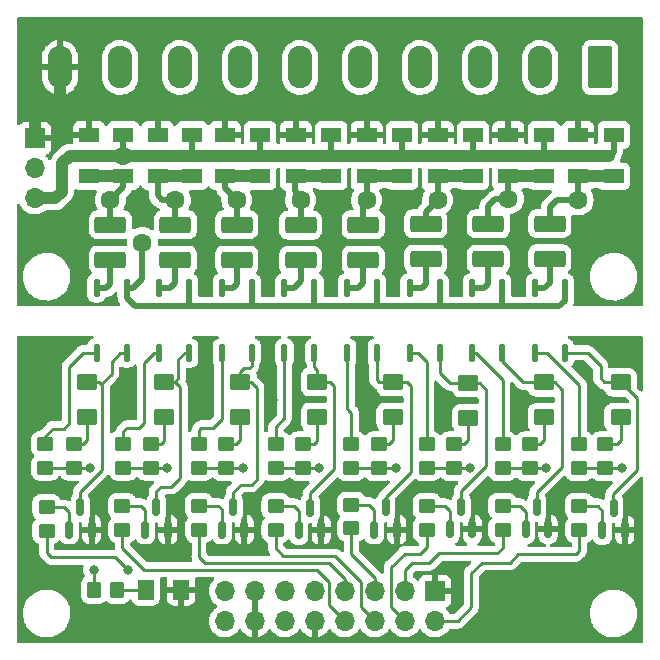
<source format=gbr>
%TF.GenerationSoftware,KiCad,Pcbnew,6.0.11+dfsg-1~bpo11+1*%
%TF.CreationDate,2023-04-06T13:57:53+02:00*%
%TF.ProjectId,dout-8_11,646f7574-2d38-45f3-9131-2e6b69636164,1.1*%
%TF.SameCoordinates,Original*%
%TF.FileFunction,Copper,L1,Top*%
%TF.FilePolarity,Positive*%
%FSLAX46Y46*%
G04 Gerber Fmt 4.6, Leading zero omitted, Abs format (unit mm)*
G04 Created by KiCad (PCBNEW 6.0.11+dfsg-1~bpo11+1) date 2023-04-06 13:57:53*
%MOMM*%
%LPD*%
G01*
G04 APERTURE LIST*
G04 Aperture macros list*
%AMRoundRect*
0 Rectangle with rounded corners*
0 $1 Rounding radius*
0 $2 $3 $4 $5 $6 $7 $8 $9 X,Y pos of 4 corners*
0 Add a 4 corners polygon primitive as box body*
4,1,4,$2,$3,$4,$5,$6,$7,$8,$9,$2,$3,0*
0 Add four circle primitives for the rounded corners*
1,1,$1+$1,$2,$3*
1,1,$1+$1,$4,$5*
1,1,$1+$1,$6,$7*
1,1,$1+$1,$8,$9*
0 Add four rect primitives between the rounded corners*
20,1,$1+$1,$2,$3,$4,$5,0*
20,1,$1+$1,$4,$5,$6,$7,0*
20,1,$1+$1,$6,$7,$8,$9,0*
20,1,$1+$1,$8,$9,$2,$3,0*%
G04 Aperture macros list end*
%TA.AperFunction,SMDPad,CuDef*%
%ADD10RoundRect,0.137500X0.137500X-0.587500X0.137500X0.587500X-0.137500X0.587500X-0.137500X-0.587500X0*%
%TD*%
%TA.AperFunction,SMDPad,CuDef*%
%ADD11R,1.700000X1.300000*%
%TD*%
%TA.AperFunction,SMDPad,CuDef*%
%ADD12RoundRect,0.150000X0.150000X-0.587500X0.150000X0.587500X-0.150000X0.587500X-0.150000X-0.587500X0*%
%TD*%
%TA.AperFunction,SMDPad,CuDef*%
%ADD13RoundRect,0.250001X1.074999X-0.462499X1.074999X0.462499X-1.074999X0.462499X-1.074999X-0.462499X0*%
%TD*%
%TA.AperFunction,SMDPad,CuDef*%
%ADD14RoundRect,0.250001X-0.624999X0.462499X-0.624999X-0.462499X0.624999X-0.462499X0.624999X0.462499X0*%
%TD*%
%TA.AperFunction,SMDPad,CuDef*%
%ADD15RoundRect,0.250000X0.450000X-0.350000X0.450000X0.350000X-0.450000X0.350000X-0.450000X-0.350000X0*%
%TD*%
%TA.AperFunction,ComponentPad*%
%ADD16R,1.700000X1.700000*%
%TD*%
%TA.AperFunction,ComponentPad*%
%ADD17O,1.700000X1.700000*%
%TD*%
%TA.AperFunction,SMDPad,CuDef*%
%ADD18RoundRect,0.250001X0.462499X0.624999X-0.462499X0.624999X-0.462499X-0.624999X0.462499X-0.624999X0*%
%TD*%
%TA.AperFunction,ComponentPad*%
%ADD19RoundRect,0.249999X0.790001X1.550001X-0.790001X1.550001X-0.790001X-1.550001X0.790001X-1.550001X0*%
%TD*%
%TA.AperFunction,ComponentPad*%
%ADD20O,2.080000X3.600000*%
%TD*%
%TA.AperFunction,SMDPad,CuDef*%
%ADD21RoundRect,0.250000X-0.350000X-0.450000X0.350000X-0.450000X0.350000X0.450000X-0.350000X0.450000X0*%
%TD*%
%TA.AperFunction,ViaPad*%
%ADD22C,0.800000*%
%TD*%
%TA.AperFunction,ViaPad*%
%ADD23C,1.600000*%
%TD*%
%TA.AperFunction,Conductor*%
%ADD24C,0.250000*%
%TD*%
%TA.AperFunction,Conductor*%
%ADD25C,0.500000*%
%TD*%
%TA.AperFunction,Conductor*%
%ADD26C,1.000000*%
%TD*%
G04 APERTURE END LIST*
D10*
%TO.P,U6,1*%
%TO.N,Net-(R19-Pad2)*%
X143830000Y-94950000D03*
%TO.P,U6,2*%
%TO.N,Net-(D7-Pad1)*%
X146370000Y-94950000D03*
%TO.P,U6,3*%
%TO.N,/COM*%
X146370000Y-89450000D03*
%TO.P,U6,4*%
%TO.N,Net-(F6-Pad1)*%
X143830000Y-89450000D03*
%TD*%
D11*
%TO.P,D23,1,K*%
%TO.N,/OUT_7*%
X132600000Y-80000000D03*
%TO.P,D23,2,A*%
%TO.N,GNDD*%
X132600000Y-76500000D03*
%TD*%
D12*
%TO.P,Q4,1,B*%
%TO.N,Net-(Q4-Pad1)*%
X156750000Y-109900000D03*
%TO.P,Q4,2,E*%
%TO.N,GND*%
X158650000Y-109900000D03*
%TO.P,Q4,3,C*%
%TO.N,Net-(D5-Pad1)*%
X157700000Y-108025000D03*
%TD*%
%TO.P,Q7,1,B*%
%TO.N,Net-(Q7-Pad1)*%
X137350000Y-109900000D03*
%TO.P,Q7,2,E*%
%TO.N,GND*%
X139250000Y-109900000D03*
%TO.P,Q7,3,C*%
%TO.N,Net-(D20-Pad1)*%
X138300000Y-108025000D03*
%TD*%
D13*
%TO.P,F8,1*%
%TO.N,Net-(F8-Pad1)*%
X134400000Y-87075000D03*
%TO.P,F8,2*%
%TO.N,/OUT_7*%
X134400000Y-84100000D03*
%TD*%
D14*
%TO.P,D21,1,K*%
%TO.N,Net-(D21-Pad1)*%
X132400000Y-97425000D03*
%TO.P,D21,2,A*%
%TO.N,Net-(D21-Pad2)*%
X132400000Y-100400000D03*
%TD*%
D13*
%TO.P,F7,1*%
%TO.N,Net-(F7-Pad1)*%
X139900000Y-87075000D03*
%TO.P,F7,2*%
%TO.N,/OUT_6*%
X139900000Y-84100000D03*
%TD*%
D12*
%TO.P,Q1,1,B*%
%TO.N,Net-(Q1-Pad1)*%
X176050000Y-109937500D03*
%TO.P,Q1,2,E*%
%TO.N,GND*%
X177950000Y-109937500D03*
%TO.P,Q1,3,C*%
%TO.N,Net-(D2-Pad1)*%
X177000000Y-108062500D03*
%TD*%
D15*
%TO.P,R15,1*%
%TO.N,/O5*%
X141900000Y-109900000D03*
%TO.P,R15,2*%
%TO.N,Net-(Q6-Pad1)*%
X141900000Y-107900000D03*
%TD*%
D11*
%TO.P,D18,1,K*%
%TO.N,+VDC*%
X153100000Y-76500000D03*
%TO.P,D18,2,A*%
%TO.N,/OUT_4*%
X153100000Y-80000000D03*
%TD*%
D14*
%TO.P,D4,1,K*%
%TO.N,Net-(D4-Pad1)*%
X164700000Y-97500000D03*
%TO.P,D4,2,A*%
%TO.N,Net-(D4-Pad2)*%
X164700000Y-100475000D03*
%TD*%
D15*
%TO.P,R20,1*%
%TO.N,/O6*%
X135400000Y-109900000D03*
%TO.P,R20,2*%
%TO.N,Net-(Q7-Pad1)*%
X135400000Y-107900000D03*
%TD*%
%TO.P,R6,1*%
%TO.N,+24V*%
X174100000Y-104700000D03*
%TO.P,R6,2*%
%TO.N,Net-(R6-Pad2)*%
X174100000Y-102700000D03*
%TD*%
%TO.P,R12,1*%
%TO.N,+24V*%
X161200000Y-104700000D03*
%TO.P,R12,2*%
%TO.N,Net-(R12-Pad2)*%
X161200000Y-102700000D03*
%TD*%
D11*
%TO.P,D16,1,K*%
%TO.N,+VDC*%
X165100000Y-76500000D03*
%TO.P,D16,2,A*%
%TO.N,/OUT_2*%
X165100000Y-80000000D03*
%TD*%
%TO.P,D17,1,K*%
%TO.N,+VDC*%
X159100000Y-76500000D03*
%TO.P,D17,2,A*%
%TO.N,/OUT_3*%
X159100000Y-80000000D03*
%TD*%
D12*
%TO.P,Q2,1,B*%
%TO.N,Net-(Q2-Pad1)*%
X169550000Y-109875000D03*
%TO.P,Q2,2,E*%
%TO.N,GND*%
X171450000Y-109875000D03*
%TO.P,Q2,3,C*%
%TO.N,Net-(D3-Pad1)*%
X170500000Y-108000000D03*
%TD*%
D11*
%TO.P,D14,1,K*%
%TO.N,+VDC*%
X177000000Y-76500000D03*
%TO.P,D14,2,A*%
%TO.N,/OUT_0*%
X177000000Y-80000000D03*
%TD*%
%TO.P,D19,1,K*%
%TO.N,+VDC*%
X147100000Y-76500000D03*
%TO.P,D19,2,A*%
%TO.N,/OUT_5*%
X147100000Y-80000000D03*
%TD*%
%TO.P,D15,1,K*%
%TO.N,+VDC*%
X171100000Y-76500000D03*
%TO.P,D15,2,A*%
%TO.N,/OUT_1*%
X171100000Y-80000000D03*
%TD*%
D16*
%TO.P,J3,1,Pin_1*%
%TO.N,GNDD*%
X128000000Y-76775000D03*
D17*
%TO.P,J3,2,Pin_2*%
%TO.N,/COM*%
X128000000Y-79315000D03*
%TO.P,J3,3,Pin_3*%
%TO.N,+VDC*%
X128000000Y-81855000D03*
%TD*%
D11*
%TO.P,D11,1,K*%
%TO.N,/OUT_3*%
X156100000Y-80000000D03*
%TO.P,D11,2,A*%
%TO.N,GNDD*%
X156100000Y-76500000D03*
%TD*%
D13*
%TO.P,F2,1*%
%TO.N,Net-(F2-Pad1)*%
X166400000Y-87000000D03*
%TO.P,F2,2*%
%TO.N,/OUT_1*%
X166400000Y-84025000D03*
%TD*%
D15*
%TO.P,R24,1*%
%TO.N,+24V*%
X135500000Y-104650000D03*
%TO.P,R24,2*%
%TO.N,Net-(R24-Pad2)*%
X135500000Y-102650000D03*
%TD*%
D13*
%TO.P,F3,1*%
%TO.N,Net-(F3-Pad1)*%
X161100000Y-87000000D03*
%TO.P,F3,2*%
%TO.N,/OUT_2*%
X161100000Y-84025000D03*
%TD*%
D12*
%TO.P,Q3,1,B*%
%TO.N,Net-(Q3-Pad1)*%
X163150000Y-109875000D03*
%TO.P,Q3,2,E*%
%TO.N,GND*%
X165050000Y-109875000D03*
%TO.P,Q3,3,C*%
%TO.N,Net-(D4-Pad1)*%
X164100000Y-108000000D03*
%TD*%
D15*
%TO.P,R3,1*%
%TO.N,/O1*%
X167600000Y-109900000D03*
%TO.P,R3,2*%
%TO.N,Net-(Q2-Pad1)*%
X167600000Y-107900000D03*
%TD*%
D14*
%TO.P,D2,1,K*%
%TO.N,Net-(D2-Pad1)*%
X177600000Y-97425000D03*
%TO.P,D2,2,A*%
%TO.N,Net-(D2-Pad2)*%
X177600000Y-100400000D03*
%TD*%
D13*
%TO.P,F1,1*%
%TO.N,Net-(F1-Pad1)*%
X171600000Y-86975000D03*
%TO.P,F1,2*%
%TO.N,/OUT_0*%
X171600000Y-84000000D03*
%TD*%
D15*
%TO.P,R18,1*%
%TO.N,+24V*%
X148400000Y-104700000D03*
%TO.P,R18,2*%
%TO.N,Net-(R18-Pad2)*%
X148400000Y-102700000D03*
%TD*%
D10*
%TO.P,U5,1*%
%TO.N,Net-(R18-Pad2)*%
X149130000Y-94950000D03*
%TO.P,U5,2*%
%TO.N,Net-(D6-Pad1)*%
X151670000Y-94950000D03*
%TO.P,U5,3*%
%TO.N,/COM*%
X151670000Y-89450000D03*
%TO.P,U5,4*%
%TO.N,Net-(F5-Pad1)*%
X149130000Y-89450000D03*
%TD*%
D15*
%TO.P,R16,1*%
%TO.N,+24V*%
X150700000Y-104700000D03*
%TO.P,R16,2*%
%TO.N,Net-(D6-Pad2)*%
X150700000Y-102700000D03*
%TD*%
D14*
%TO.P,D7,1,K*%
%TO.N,Net-(D7-Pad1)*%
X145400000Y-97412500D03*
%TO.P,D7,2,A*%
%TO.N,Net-(D7-Pad2)*%
X145400000Y-100387500D03*
%TD*%
D15*
%TO.P,R17,1*%
%TO.N,+24V*%
X144200000Y-104700000D03*
%TO.P,R17,2*%
%TO.N,Net-(D7-Pad2)*%
X144200000Y-102700000D03*
%TD*%
D11*
%TO.P,D25,1,K*%
%TO.N,+VDC*%
X135500000Y-76500000D03*
%TO.P,D25,2,A*%
%TO.N,/OUT_7*%
X135500000Y-80000000D03*
%TD*%
%TO.P,D9,1,K*%
%TO.N,/OUT_1*%
X168100000Y-80000000D03*
%TO.P,D9,2,A*%
%TO.N,GNDD*%
X168100000Y-76500000D03*
%TD*%
D10*
%TO.P,U7,1*%
%TO.N,Net-(R25-Pad2)*%
X133230000Y-94950000D03*
%TO.P,U7,2*%
%TO.N,Net-(D21-Pad1)*%
X135770000Y-94950000D03*
%TO.P,U7,3*%
%TO.N,/COM*%
X135770000Y-89450000D03*
%TO.P,U7,4*%
%TO.N,Net-(F8-Pad1)*%
X133230000Y-89450000D03*
%TD*%
D11*
%TO.P,D12,1,K*%
%TO.N,/OUT_4*%
X150100000Y-80000000D03*
%TO.P,D12,2,A*%
%TO.N,GNDD*%
X150100000Y-76500000D03*
%TD*%
D14*
%TO.P,D3,1,K*%
%TO.N,Net-(D3-Pad1)*%
X171100000Y-97425000D03*
%TO.P,D3,2,A*%
%TO.N,Net-(D3-Pad2)*%
X171100000Y-100400000D03*
%TD*%
D16*
%TO.P,J1,1,Pin_1*%
%TO.N,GND*%
X161890000Y-115120000D03*
D17*
%TO.P,J1,2,Pin_2*%
%TO.N,/O0*%
X161890000Y-117660000D03*
%TO.P,J1,3,Pin_3*%
%TO.N,/O1*%
X159350000Y-115120000D03*
%TO.P,J1,4,Pin_4*%
%TO.N,/O2*%
X159350000Y-117660000D03*
%TO.P,J1,5,Pin_5*%
%TO.N,/O3*%
X156810000Y-115120000D03*
%TO.P,J1,6,Pin_6*%
%TO.N,/O4*%
X156810000Y-117660000D03*
%TO.P,J1,7,Pin_7*%
%TO.N,/O5*%
X154270000Y-115120000D03*
%TO.P,J1,8,Pin_8*%
%TO.N,/O6*%
X154270000Y-117660000D03*
%TO.P,J1,9,Pin_9*%
%TO.N,/O7*%
X151730000Y-115120000D03*
%TO.P,J1,10,Pin_10*%
%TO.N,GND*%
X151730000Y-117660000D03*
%TO.P,J1,11,Pin_11*%
%TO.N,+3.3V*%
X149190000Y-115120000D03*
%TO.P,J1,12,Pin_12*%
X149190000Y-117660000D03*
%TO.P,J1,13,Pin_13*%
%TO.N,GND*%
X146650000Y-115120000D03*
%TO.P,J1,14,Pin_14*%
X146650000Y-117660000D03*
%TO.P,J1,15,Pin_15*%
%TO.N,+24V*%
X144110000Y-115120000D03*
%TO.P,J1,16,Pin_16*%
X144110000Y-117660000D03*
%TD*%
D10*
%TO.P,U1,1*%
%TO.N,Net-(R6-Pad2)*%
X170330000Y-94950000D03*
%TO.P,U1,2*%
%TO.N,Net-(D2-Pad1)*%
X172870000Y-94950000D03*
%TO.P,U1,3*%
%TO.N,/COM*%
X172870000Y-89450000D03*
%TO.P,U1,4*%
%TO.N,Net-(F1-Pad1)*%
X170330000Y-89450000D03*
%TD*%
D11*
%TO.P,D10,1,K*%
%TO.N,/OUT_2*%
X162100000Y-80000000D03*
%TO.P,D10,2,A*%
%TO.N,GNDD*%
X162100000Y-76500000D03*
%TD*%
D13*
%TO.P,F4,1*%
%TO.N,Net-(F4-Pad1)*%
X155800000Y-87075000D03*
%TO.P,F4,2*%
%TO.N,/OUT_3*%
X155800000Y-84100000D03*
%TD*%
D12*
%TO.P,Q8,1,B*%
%TO.N,Net-(Q8-Pad1)*%
X130900000Y-109900000D03*
%TO.P,Q8,2,E*%
%TO.N,GND*%
X132800000Y-109900000D03*
%TO.P,Q8,3,C*%
%TO.N,Net-(D21-Pad1)*%
X131850000Y-108025000D03*
%TD*%
D15*
%TO.P,R25,1*%
%TO.N,+24V*%
X128900000Y-104650000D03*
%TO.P,R25,2*%
%TO.N,Net-(R25-Pad2)*%
X128900000Y-102650000D03*
%TD*%
D11*
%TO.P,D13,1,K*%
%TO.N,/OUT_5*%
X144100000Y-80000000D03*
%TO.P,D13,2,A*%
%TO.N,GNDD*%
X144100000Y-76500000D03*
%TD*%
D15*
%TO.P,R8,1*%
%TO.N,/O2*%
X161200000Y-109900000D03*
%TO.P,R8,2*%
%TO.N,Net-(Q3-Pad1)*%
X161200000Y-107900000D03*
%TD*%
%TO.P,R11,1*%
%TO.N,+24V*%
X157100000Y-104700000D03*
%TO.P,R11,2*%
%TO.N,Net-(D5-Pad2)*%
X157100000Y-102700000D03*
%TD*%
%TO.P,R22,1*%
%TO.N,+24V*%
X137800000Y-104650000D03*
%TO.P,R22,2*%
%TO.N,Net-(D20-Pad2)*%
X137800000Y-102650000D03*
%TD*%
D11*
%TO.P,D22,1,K*%
%TO.N,/OUT_6*%
X138400000Y-80000000D03*
%TO.P,D22,2,A*%
%TO.N,GNDD*%
X138400000Y-76500000D03*
%TD*%
D10*
%TO.P,U2,1*%
%TO.N,Net-(R7-Pad2)*%
X165030000Y-94950000D03*
%TO.P,U2,2*%
%TO.N,Net-(D3-Pad1)*%
X167570000Y-94950000D03*
%TO.P,U2,3*%
%TO.N,/COM*%
X167570000Y-89450000D03*
%TO.P,U2,4*%
%TO.N,Net-(F2-Pad1)*%
X165030000Y-89450000D03*
%TD*%
D15*
%TO.P,R5,1*%
%TO.N,+24V*%
X169900000Y-104700000D03*
%TO.P,R5,2*%
%TO.N,Net-(D3-Pad2)*%
X169900000Y-102700000D03*
%TD*%
D13*
%TO.P,F5,1*%
%TO.N,Net-(F5-Pad1)*%
X150500000Y-87100000D03*
%TO.P,F5,2*%
%TO.N,/OUT_4*%
X150500000Y-84125000D03*
%TD*%
D18*
%TO.P,D1,1,K*%
%TO.N,GND*%
X140375000Y-115000000D03*
%TO.P,D1,2,A*%
%TO.N,Net-(D1-Pad2)*%
X137400000Y-115000000D03*
%TD*%
D10*
%TO.P,U8,1*%
%TO.N,Net-(R24-Pad2)*%
X138530000Y-94950000D03*
%TO.P,U8,2*%
%TO.N,Net-(D20-Pad1)*%
X141070000Y-94950000D03*
%TO.P,U8,3*%
%TO.N,/COM*%
X141070000Y-89450000D03*
%TO.P,U8,4*%
%TO.N,Net-(F7-Pad1)*%
X138530000Y-89450000D03*
%TD*%
D15*
%TO.P,R4,1*%
%TO.N,+24V*%
X176300000Y-104700000D03*
%TO.P,R4,2*%
%TO.N,Net-(D2-Pad2)*%
X176300000Y-102700000D03*
%TD*%
%TO.P,R9,1*%
%TO.N,/O3*%
X154800000Y-109800000D03*
%TO.P,R9,2*%
%TO.N,Net-(Q4-Pad1)*%
X154800000Y-107800000D03*
%TD*%
%TO.P,R13,1*%
%TO.N,+24V*%
X154800000Y-104700000D03*
%TO.P,R13,2*%
%TO.N,Net-(R13-Pad2)*%
X154800000Y-102700000D03*
%TD*%
%TO.P,R19,1*%
%TO.N,+24V*%
X141900000Y-104700000D03*
%TO.P,R19,2*%
%TO.N,Net-(R19-Pad2)*%
X141900000Y-102700000D03*
%TD*%
%TO.P,R14,1*%
%TO.N,/O4*%
X148400000Y-109900000D03*
%TO.P,R14,2*%
%TO.N,Net-(Q5-Pad1)*%
X148400000Y-107900000D03*
%TD*%
D12*
%TO.P,Q6,1,B*%
%TO.N,Net-(Q6-Pad1)*%
X143850000Y-109900000D03*
%TO.P,Q6,2,E*%
%TO.N,GND*%
X145750000Y-109900000D03*
%TO.P,Q6,3,C*%
%TO.N,Net-(D7-Pad1)*%
X144800000Y-108025000D03*
%TD*%
D19*
%TO.P,J2,1,Pin_1*%
%TO.N,/OUT_0*%
X175860000Y-70777500D03*
D20*
%TO.P,J2,2,Pin_2*%
%TO.N,/OUT_1*%
X170780000Y-70777500D03*
%TO.P,J2,3,Pin_3*%
%TO.N,/OUT_2*%
X165700000Y-70777500D03*
%TO.P,J2,4,Pin_4*%
%TO.N,/OUT_3*%
X160620000Y-70777500D03*
%TO.P,J2,5,Pin_5*%
%TO.N,/OUT_4*%
X155540000Y-70777500D03*
%TO.P,J2,6,Pin_6*%
%TO.N,/OUT_5*%
X150460000Y-70777500D03*
%TO.P,J2,7,Pin_7*%
%TO.N,/OUT_6*%
X145380000Y-70777500D03*
%TO.P,J2,8,Pin_8*%
%TO.N,/OUT_7*%
X140300000Y-70777500D03*
%TO.P,J2,9,Pin_9*%
%TO.N,+VDC*%
X135220000Y-70777500D03*
%TO.P,J2,10,Pin_10*%
%TO.N,GNDD*%
X130140000Y-70777500D03*
%TD*%
D13*
%TO.P,F6,1*%
%TO.N,Net-(F6-Pad1)*%
X145100000Y-87075000D03*
%TO.P,F6,2*%
%TO.N,/OUT_5*%
X145100000Y-84100000D03*
%TD*%
D11*
%TO.P,D8,1,K*%
%TO.N,/OUT_0*%
X174000000Y-80000000D03*
%TO.P,D8,2,A*%
%TO.N,GNDD*%
X174000000Y-76500000D03*
%TD*%
D10*
%TO.P,U3,1*%
%TO.N,Net-(R12-Pad2)*%
X159730000Y-94950000D03*
%TO.P,U3,2*%
%TO.N,Net-(D4-Pad1)*%
X162270000Y-94950000D03*
%TO.P,U3,3*%
%TO.N,/COM*%
X162270000Y-89450000D03*
%TO.P,U3,4*%
%TO.N,Net-(F3-Pad1)*%
X159730000Y-89450000D03*
%TD*%
D15*
%TO.P,R23,1*%
%TO.N,+24V*%
X131300000Y-104650000D03*
%TO.P,R23,2*%
%TO.N,Net-(D21-Pad2)*%
X131300000Y-102650000D03*
%TD*%
D21*
%TO.P,R1,1*%
%TO.N,+24V*%
X133000000Y-115000000D03*
%TO.P,R1,2*%
%TO.N,Net-(D1-Pad2)*%
X135000000Y-115000000D03*
%TD*%
D15*
%TO.P,R21,1*%
%TO.N,/O7*%
X129000000Y-110000000D03*
%TO.P,R21,2*%
%TO.N,Net-(Q8-Pad1)*%
X129000000Y-108000000D03*
%TD*%
D10*
%TO.P,U4,1*%
%TO.N,Net-(R13-Pad2)*%
X154430000Y-94950000D03*
%TO.P,U4,2*%
%TO.N,Net-(D5-Pad1)*%
X156970000Y-94950000D03*
%TO.P,U4,3*%
%TO.N,/COM*%
X156970000Y-89450000D03*
%TO.P,U4,4*%
%TO.N,Net-(F4-Pad1)*%
X154430000Y-89450000D03*
%TD*%
D12*
%TO.P,Q5,1,B*%
%TO.N,Net-(Q5-Pad1)*%
X150350000Y-109937500D03*
%TO.P,Q5,2,E*%
%TO.N,GND*%
X152250000Y-109937500D03*
%TO.P,Q5,3,C*%
%TO.N,Net-(D6-Pad1)*%
X151300000Y-108062500D03*
%TD*%
D14*
%TO.P,D6,1,K*%
%TO.N,Net-(D6-Pad1)*%
X151900000Y-97400000D03*
%TO.P,D6,2,A*%
%TO.N,Net-(D6-Pad2)*%
X151900000Y-100375000D03*
%TD*%
%TO.P,D20,1,K*%
%TO.N,Net-(D20-Pad1)*%
X138900000Y-97412500D03*
%TO.P,D20,2,A*%
%TO.N,Net-(D20-Pad2)*%
X138900000Y-100387500D03*
%TD*%
D15*
%TO.P,R10,1*%
%TO.N,+24V*%
X163500000Y-104700000D03*
%TO.P,R10,2*%
%TO.N,Net-(D4-Pad2)*%
X163500000Y-102700000D03*
%TD*%
%TO.P,R2,1*%
%TO.N,/O0*%
X174100000Y-109900000D03*
%TO.P,R2,2*%
%TO.N,Net-(Q1-Pad1)*%
X174100000Y-107900000D03*
%TD*%
D14*
%TO.P,D5,1,K*%
%TO.N,Net-(D5-Pad1)*%
X158300000Y-97400000D03*
%TO.P,D5,2,A*%
%TO.N,Net-(D5-Pad2)*%
X158300000Y-100375000D03*
%TD*%
D15*
%TO.P,R7,1*%
%TO.N,+24V*%
X167600000Y-104700000D03*
%TO.P,R7,2*%
%TO.N,Net-(R7-Pad2)*%
X167600000Y-102700000D03*
%TD*%
D11*
%TO.P,D24,1,K*%
%TO.N,+VDC*%
X141300000Y-76500000D03*
%TO.P,D24,2,A*%
%TO.N,/OUT_6*%
X141300000Y-80000000D03*
%TD*%
D22*
%TO.N,GND*%
X165750000Y-107850000D03*
X155950000Y-99100000D03*
X177850000Y-95300000D03*
X139600000Y-107500000D03*
X178250000Y-107900000D03*
X169250000Y-98900000D03*
X133650000Y-107550000D03*
X142100000Y-98850000D03*
X159050000Y-107600000D03*
X175600000Y-98800000D03*
X146050000Y-107500000D03*
X172400000Y-107900000D03*
X135300000Y-98900000D03*
X150450000Y-98850000D03*
X148150000Y-98950000D03*
X152700000Y-107700000D03*
X162800000Y-98950000D03*
D23*
%TO.N,/OUT_6*%
X139900000Y-82000000D03*
%TO.N,/OUT_7*%
X134400000Y-82000000D03*
D22*
%TO.N,+24V*%
X164850000Y-104650000D03*
X152050000Y-104650000D03*
X133000000Y-113300000D03*
X171250000Y-104650000D03*
X132650000Y-104650000D03*
X145600000Y-104650000D03*
X177750000Y-104700000D03*
X139150000Y-104650000D03*
X158550000Y-104650000D03*
D23*
%TO.N,/COM*%
X137100000Y-85600000D03*
%TO.N,/OUT_0*%
X174000000Y-82000000D03*
%TO.N,/OUT_1*%
X168100000Y-81900000D03*
%TO.N,/OUT_2*%
X162100000Y-82000000D03*
%TO.N,/OUT_3*%
X156100000Y-82000000D03*
%TO.N,/OUT_4*%
X150500000Y-82000000D03*
%TO.N,/OUT_5*%
X145100000Y-82000000D03*
D22*
%TO.N,GNDD*%
X137400000Y-82900000D03*
X130300000Y-83700000D03*
D23*
%TO.N,+VDC*%
X135500000Y-78250000D03*
D22*
%TO.N,/O7*%
X135850000Y-113350000D03*
%TD*%
D24*
%TO.N,Net-(D1-Pad2)*%
X135000000Y-115000000D02*
X137400000Y-115000000D01*
%TO.N,Net-(D2-Pad1)*%
X176225000Y-97425000D02*
X177600000Y-97425000D01*
X177600000Y-97425000D02*
X177625000Y-97425000D01*
X179000000Y-104850000D02*
X176950000Y-106900000D01*
X176950000Y-106900000D02*
X176950000Y-108012500D01*
X177625000Y-97425000D02*
X179000000Y-98800000D01*
X179000000Y-98800000D02*
X179000000Y-104850000D01*
X176950000Y-108012500D02*
X177000000Y-108062500D01*
X175900000Y-96050000D02*
X175900000Y-97100000D01*
X175900000Y-97100000D02*
X176225000Y-97425000D01*
X174800000Y-94950000D02*
X175900000Y-96050000D01*
X172870000Y-94950000D02*
X174800000Y-94950000D01*
%TO.N,Net-(D2-Pad2)*%
X177250000Y-102700000D02*
X176300000Y-102700000D01*
X177600000Y-100400000D02*
X177600000Y-102350000D01*
X177600000Y-102350000D02*
X177250000Y-102700000D01*
%TO.N,Net-(D3-Pad1)*%
X170500000Y-106750000D02*
X170500000Y-108000000D01*
X169325000Y-97425000D02*
X171100000Y-97425000D01*
X172025000Y-97425000D02*
X172650000Y-98050000D01*
X172650000Y-104600000D02*
X170500000Y-106750000D01*
X171100000Y-97425000D02*
X172025000Y-97425000D01*
X172650000Y-98050000D02*
X172650000Y-104600000D01*
X167570000Y-94950000D02*
X167570000Y-95670000D01*
X167570000Y-95670000D02*
X169325000Y-97425000D01*
%TO.N,Net-(D3-Pad2)*%
X170750000Y-102700000D02*
X169900000Y-102700000D01*
X171100000Y-102350000D02*
X170750000Y-102700000D01*
X171100000Y-100400000D02*
X171100000Y-102350000D01*
%TO.N,Net-(D4-Pad1)*%
X164100000Y-106650000D02*
X164100000Y-108000000D01*
X166200000Y-104550000D02*
X164100000Y-106650000D01*
X166200000Y-98050000D02*
X166200000Y-104550000D01*
X162270000Y-94950000D02*
X162270000Y-96620000D01*
X164700000Y-97500000D02*
X165650000Y-97500000D01*
X162270000Y-96620000D02*
X163150000Y-97500000D01*
X165650000Y-97500000D02*
X166200000Y-98050000D01*
X163150000Y-97500000D02*
X164700000Y-97500000D01*
%TO.N,Net-(D4-Pad2)*%
X164300000Y-102700000D02*
X163500000Y-102700000D01*
X164700000Y-100475000D02*
X164700000Y-102300000D01*
X164700000Y-102300000D02*
X164300000Y-102700000D01*
%TO.N,Net-(D5-Pad1)*%
X159500000Y-97400000D02*
X158300000Y-97400000D01*
X156950000Y-97200000D02*
X157150000Y-97400000D01*
X157150000Y-97400000D02*
X158300000Y-97400000D01*
X159850000Y-105000000D02*
X159850000Y-97750000D01*
X156970000Y-94950000D02*
X156950000Y-94970000D01*
X159850000Y-97750000D02*
X159500000Y-97400000D01*
X157700000Y-108025000D02*
X157700000Y-107150000D01*
X156950000Y-94970000D02*
X156950000Y-97200000D01*
X157700000Y-107150000D02*
X159850000Y-105000000D01*
%TO.N,Net-(D5-Pad2)*%
X158300000Y-102350000D02*
X157950000Y-102700000D01*
X157950000Y-102700000D02*
X157100000Y-102700000D01*
X158300000Y-100375000D02*
X158300000Y-102350000D01*
%TO.N,Net-(D6-Pad1)*%
X153350000Y-97750000D02*
X153350000Y-104800000D01*
X151300000Y-106850000D02*
X151300000Y-108062500D01*
X151900000Y-97400000D02*
X153000000Y-97400000D01*
X151670000Y-96170000D02*
X151900000Y-96400000D01*
X153000000Y-97400000D02*
X153350000Y-97750000D01*
X151670000Y-94950000D02*
X151670000Y-96170000D01*
X153350000Y-104800000D02*
X151300000Y-106850000D01*
X151900000Y-96400000D02*
X151900000Y-97400000D01*
%TO.N,Net-(D6-Pad2)*%
X150700000Y-102700000D02*
X151600000Y-102700000D01*
X151600000Y-102700000D02*
X151900000Y-102400000D01*
X151900000Y-102400000D02*
X151900000Y-100375000D01*
%TO.N,Net-(D7-Pad1)*%
X146350000Y-106100000D02*
X146800000Y-105650000D01*
X144800000Y-108025000D02*
X144800000Y-106750000D01*
X145750000Y-96250000D02*
X146150000Y-96250000D01*
X145400000Y-96600000D02*
X145750000Y-96250000D01*
X145450000Y-106100000D02*
X146350000Y-106100000D01*
X145400000Y-97412500D02*
X145400000Y-96600000D01*
X146370000Y-94950000D02*
X146370000Y-96030000D01*
X144800000Y-106750000D02*
X145450000Y-106100000D01*
X146800000Y-105650000D02*
X146800000Y-97900000D01*
X145400000Y-97412500D02*
X146312500Y-97412500D01*
X146370000Y-96030000D02*
X146150000Y-96250000D01*
X146312500Y-97412500D02*
X146800000Y-97900000D01*
%TO.N,Net-(D7-Pad2)*%
X145400000Y-100387500D02*
X145400000Y-102350000D01*
X145400000Y-102350000D02*
X145050000Y-102700000D01*
X145050000Y-102700000D02*
X144200000Y-102700000D01*
%TO.N,Net-(D20-Pad1)*%
X138300000Y-108025000D02*
X138300000Y-106650000D01*
X140700000Y-94950000D02*
X140150000Y-95500000D01*
X140150000Y-97100000D02*
X139837500Y-97412500D01*
X138650000Y-106300000D02*
X139550000Y-106300000D01*
X140300000Y-105550000D02*
X139550000Y-106300000D01*
X139862500Y-97412500D02*
X140300000Y-97850000D01*
X138900000Y-97412500D02*
X139862500Y-97412500D01*
X138300000Y-106650000D02*
X138650000Y-106300000D01*
X139837500Y-97412500D02*
X138900000Y-97412500D01*
X140300000Y-97850000D02*
X140300000Y-105550000D01*
X140150000Y-95500000D02*
X140150000Y-97100000D01*
X141070000Y-94950000D02*
X140700000Y-94950000D01*
%TO.N,Net-(D20-Pad2)*%
X138900000Y-100387500D02*
X138900000Y-102400000D01*
X138900000Y-102400000D02*
X138650000Y-102650000D01*
X138650000Y-102650000D02*
X137800000Y-102650000D01*
%TO.N,Net-(D21-Pad1)*%
X134500000Y-95700000D02*
X134500000Y-96700000D01*
X134500000Y-96700000D02*
X133600000Y-97600000D01*
X131850000Y-106700000D02*
X131850000Y-108025000D01*
X133700000Y-104850000D02*
X131850000Y-106700000D01*
X135250000Y-94950000D02*
X134500000Y-95700000D01*
X133600000Y-97600000D02*
X133700000Y-97700000D01*
X133700000Y-97700000D02*
X133700000Y-104850000D01*
X133425000Y-97425000D02*
X133600000Y-97600000D01*
X135770000Y-94950000D02*
X135250000Y-94950000D01*
X132400000Y-97425000D02*
X133425000Y-97425000D01*
%TO.N,Net-(D21-Pad2)*%
X132400000Y-102300000D02*
X132050000Y-102650000D01*
X132400000Y-100400000D02*
X132400000Y-102300000D01*
X132050000Y-102650000D02*
X131300000Y-102650000D01*
D25*
%TO.N,Net-(F7-Pad1)*%
X138530000Y-89450000D02*
X139450000Y-89450000D01*
X139450000Y-89450000D02*
X139900000Y-89000000D01*
X139900000Y-89000000D02*
X139900000Y-87075000D01*
%TO.N,/OUT_6*%
X138800000Y-82000000D02*
X139900000Y-82000000D01*
X138400000Y-81600000D02*
X138800000Y-82000000D01*
D26*
X141300000Y-80000000D02*
X138400000Y-80000000D01*
D25*
X138400000Y-80000000D02*
X138400000Y-81600000D01*
X139900000Y-82000000D02*
X139900000Y-84100000D01*
%TO.N,Net-(F8-Pad1)*%
X134050000Y-89450000D02*
X134400000Y-89100000D01*
X133230000Y-89450000D02*
X134050000Y-89450000D01*
X134400000Y-89100000D02*
X134400000Y-87075000D01*
%TO.N,/OUT_7*%
X135500000Y-80900000D02*
X134400000Y-82000000D01*
X134400000Y-82000000D02*
X134400000Y-84100000D01*
D26*
X135500000Y-80000000D02*
X132600000Y-80000000D01*
D25*
X135500000Y-80000000D02*
X135500000Y-80900000D01*
D24*
%TO.N,+24V*%
X145600000Y-104650000D02*
X144250000Y-104650000D01*
X144250000Y-104650000D02*
X144200000Y-104700000D01*
X163550000Y-104650000D02*
X163500000Y-104700000D01*
X144200000Y-104700000D02*
X141900000Y-104700000D01*
X137800000Y-104650000D02*
X135500000Y-104650000D01*
X167600000Y-104700000D02*
X169900000Y-104700000D01*
X161200000Y-104700000D02*
X163500000Y-104700000D01*
X157150000Y-104650000D02*
X157100000Y-104700000D01*
X174100000Y-104700000D02*
X176300000Y-104700000D01*
X164850000Y-104650000D02*
X163550000Y-104650000D01*
X154800000Y-104700000D02*
X157100000Y-104700000D01*
X133000000Y-113300000D02*
X133000000Y-115000000D01*
X139150000Y-104650000D02*
X137800000Y-104650000D01*
X148400000Y-104700000D02*
X150700000Y-104700000D01*
X131300000Y-104650000D02*
X132650000Y-104650000D01*
X177750000Y-104700000D02*
X176300000Y-104700000D01*
X158550000Y-104650000D02*
X157150000Y-104650000D01*
X152050000Y-104650000D02*
X150750000Y-104650000D01*
X128900000Y-104650000D02*
X131300000Y-104650000D01*
X169950000Y-104650000D02*
X169900000Y-104700000D01*
X150750000Y-104650000D02*
X150700000Y-104700000D01*
X171250000Y-104650000D02*
X169950000Y-104650000D01*
D25*
%TO.N,/COM*%
X167570000Y-89450000D02*
X167570000Y-90930000D01*
X135770000Y-90270000D02*
X136500000Y-91000000D01*
X141070000Y-89450000D02*
X141070000Y-90920000D01*
X172870000Y-90530000D02*
X172870000Y-89450000D01*
X141150000Y-91000000D02*
X146400000Y-91000000D01*
X156970000Y-90930000D02*
X156900000Y-91000000D01*
X151670000Y-89450000D02*
X151670000Y-90930000D01*
X156900000Y-91000000D02*
X162500000Y-91000000D01*
X146370000Y-89450000D02*
X146370000Y-90970000D01*
X135770000Y-89450000D02*
X136350000Y-89450000D01*
X141070000Y-90920000D02*
X141150000Y-91000000D01*
X162270000Y-89450000D02*
X162270000Y-90770000D01*
X156970000Y-89450000D02*
X156970000Y-90930000D01*
X172400000Y-91000000D02*
X172870000Y-90530000D01*
X167570000Y-90930000D02*
X167500000Y-91000000D01*
X167500000Y-91000000D02*
X172400000Y-91000000D01*
X146370000Y-90970000D02*
X146400000Y-91000000D01*
X137100000Y-88700000D02*
X137100000Y-85600000D01*
X162500000Y-91000000D02*
X167500000Y-91000000D01*
X151600000Y-91000000D02*
X156900000Y-91000000D01*
X135770000Y-89450000D02*
X135770000Y-90270000D01*
X151670000Y-90930000D02*
X151600000Y-91000000D01*
X136500000Y-91000000D02*
X141150000Y-91000000D01*
X146400000Y-91000000D02*
X151600000Y-91000000D01*
X136350000Y-89450000D02*
X137100000Y-88700000D01*
%TO.N,/OUT_0*%
X171600000Y-82600000D02*
X172200000Y-82000000D01*
X171600000Y-84000000D02*
X171600000Y-82600000D01*
D26*
X174000000Y-80000000D02*
X177000000Y-80000000D01*
D25*
X172200000Y-82000000D02*
X174000000Y-82000000D01*
X174000000Y-82000000D02*
X174000000Y-80000000D01*
D26*
%TO.N,/OUT_1*%
X171100000Y-80000000D02*
X168100000Y-80000000D01*
D25*
X167000000Y-81900000D02*
X168100000Y-81900000D01*
X168100000Y-81900000D02*
X168100000Y-80000000D01*
X166400000Y-82500000D02*
X167000000Y-81900000D01*
X166400000Y-84025000D02*
X166400000Y-82500000D01*
D26*
%TO.N,/OUT_2*%
X165100000Y-80000000D02*
X162100000Y-80000000D01*
D25*
X162100000Y-82000000D02*
X162100000Y-80000000D01*
X161100000Y-83000000D02*
X162100000Y-82000000D01*
X161100000Y-84025000D02*
X161100000Y-83000000D01*
%TO.N,/OUT_3*%
X156100000Y-82000000D02*
X156100000Y-80000000D01*
X155800000Y-82300000D02*
X156100000Y-82000000D01*
D26*
X159100000Y-80000000D02*
X156100000Y-80000000D01*
D25*
X155800000Y-84100000D02*
X155800000Y-82300000D01*
%TO.N,/OUT_4*%
X150000000Y-81200000D02*
X150000000Y-80100000D01*
X150000000Y-80100000D02*
X150100000Y-80000000D01*
X150500000Y-82000000D02*
X150500000Y-81700000D01*
D26*
X153100000Y-80000000D02*
X150100000Y-80000000D01*
D25*
X150500000Y-81700000D02*
X150000000Y-81200000D01*
X150500000Y-82000000D02*
X150500000Y-84125000D01*
%TO.N,/OUT_5*%
X144100000Y-81000000D02*
X145100000Y-82000000D01*
X145100000Y-82000000D02*
X145100000Y-84100000D01*
D26*
X147100000Y-80000000D02*
X144100000Y-80000000D01*
D25*
X144100000Y-80000000D02*
X144100000Y-81000000D01*
%TO.N,GNDD*%
X132600000Y-76500000D02*
X130400000Y-76500000D01*
D26*
X130140000Y-73860000D02*
X130140000Y-70777500D01*
X128550000Y-74450000D02*
X129550000Y-74450000D01*
D25*
X130125000Y-76775000D02*
X128000000Y-76775000D01*
X130400000Y-76500000D02*
X130125000Y-76775000D01*
D26*
X129550000Y-74450000D02*
X130140000Y-73860000D01*
X128000000Y-75000000D02*
X128550000Y-74450000D01*
X128000000Y-76775000D02*
X128000000Y-75000000D01*
D25*
%TO.N,+VDC*%
X177000000Y-77900000D02*
X176650000Y-78250000D01*
D26*
X129745000Y-81855000D02*
X130300000Y-81300000D01*
X135500000Y-78250000D02*
X130950000Y-78250000D01*
D25*
X153100000Y-78200000D02*
X153150000Y-78250000D01*
X177000000Y-76500000D02*
X177000000Y-77900000D01*
X141300000Y-76500000D02*
X141300000Y-78100000D01*
X165100000Y-76500000D02*
X165100000Y-78200000D01*
X147100000Y-76500000D02*
X147100000Y-78200000D01*
D26*
X141150000Y-78250000D02*
X147050000Y-78250000D01*
D25*
X165100000Y-78200000D02*
X165150000Y-78250000D01*
D26*
X130300000Y-78900000D02*
X130300000Y-81300000D01*
X153150000Y-78250000D02*
X159150000Y-78250000D01*
D25*
X171100000Y-76500000D02*
X171100000Y-78100000D01*
D26*
X130950000Y-78250000D02*
X130300000Y-78900000D01*
X170950000Y-78250000D02*
X176650000Y-78250000D01*
D25*
X159100000Y-78200000D02*
X159150000Y-78250000D01*
X147100000Y-78200000D02*
X147050000Y-78250000D01*
D26*
X165150000Y-78250000D02*
X170950000Y-78250000D01*
X135500000Y-78250000D02*
X141150000Y-78250000D01*
D25*
X159100000Y-76500000D02*
X159100000Y-78200000D01*
X153100000Y-76500000D02*
X153100000Y-78200000D01*
X141300000Y-78100000D02*
X141150000Y-78250000D01*
D26*
X147050000Y-78250000D02*
X153150000Y-78250000D01*
X128000000Y-81855000D02*
X129745000Y-81855000D01*
D25*
X171100000Y-78100000D02*
X170950000Y-78250000D01*
X135500000Y-76500000D02*
X135500000Y-78250000D01*
D26*
X159150000Y-78250000D02*
X165150000Y-78250000D01*
D24*
%TO.N,Net-(Q1-Pad1)*%
X174100000Y-107900000D02*
X175650000Y-107900000D01*
X175650000Y-107900000D02*
X176050000Y-108300000D01*
X176050000Y-108300000D02*
X176050000Y-109937500D01*
%TO.N,Net-(Q2-Pad1)*%
X169050000Y-107900000D02*
X169550000Y-108400000D01*
X167600000Y-107900000D02*
X169050000Y-107900000D01*
X169550000Y-108400000D02*
X169550000Y-109875000D01*
%TO.N,Net-(Q3-Pad1)*%
X162700000Y-107900000D02*
X163150000Y-108350000D01*
X163150000Y-108350000D02*
X163150000Y-109875000D01*
X161200000Y-107900000D02*
X162700000Y-107900000D01*
%TO.N,Net-(Q4-Pad1)*%
X154800000Y-107800000D02*
X156300000Y-107800000D01*
X156300000Y-107800000D02*
X156750000Y-108250000D01*
X156750000Y-108250000D02*
X156750000Y-109900000D01*
%TO.N,Net-(Q5-Pad1)*%
X149950000Y-107900000D02*
X150350000Y-108300000D01*
X148400000Y-107900000D02*
X149950000Y-107900000D01*
X150350000Y-108300000D02*
X150350000Y-109937500D01*
%TO.N,Net-(Q6-Pad1)*%
X141900000Y-107900000D02*
X143550000Y-107900000D01*
X143850000Y-108200000D02*
X143850000Y-109900000D01*
X143550000Y-107900000D02*
X143850000Y-108200000D01*
%TO.N,/O0*%
X165850000Y-112700000D02*
X164950000Y-113600000D01*
X163790000Y-117660000D02*
X161890000Y-117660000D01*
X174100000Y-109900000D02*
X174100000Y-111700000D01*
X168250000Y-112700000D02*
X165850000Y-112700000D01*
X174100000Y-111700000D02*
X173800000Y-112000000D01*
X168950000Y-112000000D02*
X168250000Y-112700000D01*
X164950000Y-113600000D02*
X164950000Y-116500000D01*
X173800000Y-112000000D02*
X168950000Y-112000000D01*
X164950000Y-116500000D02*
X163790000Y-117660000D01*
%TO.N,/O1*%
X161400000Y-112750000D02*
X162250000Y-111900000D01*
X162250000Y-111900000D02*
X167150000Y-111900000D01*
X167600000Y-111450000D02*
X167600000Y-109900000D01*
X159350000Y-113350000D02*
X159950000Y-112750000D01*
X159350000Y-115120000D02*
X159350000Y-113350000D01*
X159950000Y-112750000D02*
X161400000Y-112750000D01*
X167150000Y-111900000D02*
X167600000Y-111450000D01*
%TO.N,Net-(R6-Pad2)*%
X171350000Y-94950000D02*
X174100000Y-97700000D01*
X170330000Y-94950000D02*
X171350000Y-94950000D01*
X174100000Y-97700000D02*
X174100000Y-102700000D01*
%TO.N,Net-(R7-Pad2)*%
X165030000Y-94950000D02*
X165350000Y-94950000D01*
X167600000Y-97200000D02*
X167600000Y-102700000D01*
X165350000Y-94950000D02*
X167600000Y-97200000D01*
%TO.N,/O2*%
X160650000Y-111950000D02*
X161200000Y-111400000D01*
X158175000Y-113075000D02*
X159300000Y-111950000D01*
X158175000Y-116485000D02*
X158175000Y-113075000D01*
X159300000Y-111950000D02*
X160650000Y-111950000D01*
X161200000Y-111400000D02*
X161200000Y-109900000D01*
X159350000Y-117660000D02*
X158175000Y-116485000D01*
%TO.N,/O3*%
X156810000Y-114010000D02*
X154800000Y-112000000D01*
X156810000Y-115120000D02*
X156810000Y-114010000D01*
X154800000Y-112000000D02*
X154800000Y-109800000D01*
%TO.N,Net-(R12-Pad2)*%
X160450000Y-94950000D02*
X159730000Y-94950000D01*
X161200000Y-95700000D02*
X160450000Y-94950000D01*
X161200000Y-102700000D02*
X161200000Y-95700000D01*
%TO.N,Net-(R13-Pad2)*%
X154800000Y-100000000D02*
X154625000Y-99825000D01*
X154450000Y-99650000D02*
X154625000Y-99825000D01*
X154800000Y-102700000D02*
X154800000Y-100000000D01*
X154450000Y-94970000D02*
X154450000Y-99650000D01*
X154430000Y-94950000D02*
X154450000Y-94970000D01*
%TO.N,/O4*%
X149050000Y-112150000D02*
X153400000Y-112150000D01*
X148400000Y-109900000D02*
X148400000Y-111500000D01*
X148400000Y-111500000D02*
X149050000Y-112150000D01*
X155635000Y-114385000D02*
X155635000Y-116485000D01*
X155635000Y-116485000D02*
X156810000Y-117660000D01*
X153400000Y-112150000D02*
X155635000Y-114385000D01*
%TO.N,/O5*%
X141900000Y-109900000D02*
X141900000Y-112200000D01*
X152900000Y-112750000D02*
X154270000Y-114120000D01*
X154270000Y-114120000D02*
X154270000Y-115120000D01*
X142450000Y-112750000D02*
X152900000Y-112750000D01*
X141900000Y-112200000D02*
X142450000Y-112750000D01*
%TO.N,Net-(R18-Pad2)*%
X148400000Y-101200000D02*
X148400000Y-102700000D01*
X149100000Y-94980000D02*
X149100000Y-100500000D01*
X149130000Y-94950000D02*
X149100000Y-94980000D01*
X149100000Y-100500000D02*
X148400000Y-101200000D01*
%TO.N,Net-(R19-Pad2)*%
X143830000Y-100520000D02*
X143830000Y-94950000D01*
X141900000Y-102700000D02*
X141900000Y-101500000D01*
X143050000Y-101300000D02*
X143830000Y-100520000D01*
X142100000Y-101300000D02*
X143050000Y-101300000D01*
X141900000Y-101500000D02*
X142100000Y-101300000D01*
%TO.N,/O6*%
X152905000Y-116295000D02*
X152905000Y-114355000D01*
X137250000Y-113300000D02*
X135400000Y-111450000D01*
X154270000Y-117660000D02*
X152905000Y-116295000D01*
X135400000Y-111450000D02*
X135400000Y-109900000D01*
X152905000Y-114355000D02*
X151850000Y-113300000D01*
X151850000Y-113300000D02*
X137250000Y-113300000D01*
%TO.N,/O7*%
X129000000Y-110000000D02*
X129000000Y-111850000D01*
X129400000Y-112250000D02*
X134750000Y-112250000D01*
X129000000Y-111850000D02*
X129400000Y-112250000D01*
X134750000Y-112250000D02*
X135850000Y-113350000D01*
D25*
%TO.N,Net-(F1-Pad1)*%
X170330000Y-89450000D02*
X171150000Y-89450000D01*
X171600000Y-89000000D02*
X171600000Y-86975000D01*
X171150000Y-89450000D02*
X171600000Y-89000000D01*
%TO.N,Net-(F2-Pad1)*%
X166050000Y-89450000D02*
X166400000Y-89100000D01*
X165030000Y-89450000D02*
X166050000Y-89450000D01*
X166400000Y-89100000D02*
X166400000Y-87000000D01*
%TO.N,Net-(F3-Pad1)*%
X160750000Y-89450000D02*
X161100000Y-89100000D01*
X159730000Y-89450000D02*
X160750000Y-89450000D01*
X161100000Y-89100000D02*
X161100000Y-87000000D01*
%TO.N,Net-(F4-Pad1)*%
X155800000Y-89000000D02*
X155800000Y-87075000D01*
X155350000Y-89450000D02*
X155800000Y-89000000D01*
X154430000Y-89450000D02*
X155350000Y-89450000D01*
%TO.N,Net-(F5-Pad1)*%
X149950000Y-89450000D02*
X150500000Y-88900000D01*
X149130000Y-89450000D02*
X149950000Y-89450000D01*
X150500000Y-88900000D02*
X150500000Y-87100000D01*
%TO.N,Net-(F6-Pad1)*%
X145100000Y-89100000D02*
X145100000Y-87075000D01*
X143830000Y-89450000D02*
X144750000Y-89450000D01*
X144750000Y-89450000D02*
X145100000Y-89100000D01*
D24*
%TO.N,Net-(Q7-Pad1)*%
X137000000Y-107900000D02*
X137350000Y-108250000D01*
X137350000Y-108250000D02*
X137350000Y-109900000D01*
X135400000Y-107900000D02*
X137000000Y-107900000D01*
%TO.N,Net-(Q8-Pad1)*%
X130900000Y-108450000D02*
X130900000Y-109900000D01*
X129000000Y-108000000D02*
X130450000Y-108000000D01*
X130450000Y-108000000D02*
X130900000Y-108450000D01*
%TO.N,Net-(R24-Pad2)*%
X135800000Y-101300000D02*
X135500000Y-101600000D01*
X137250000Y-95800000D02*
X137250000Y-100850000D01*
X138100000Y-94950000D02*
X137250000Y-95800000D01*
X135500000Y-101600000D02*
X135500000Y-102650000D01*
X136800000Y-101300000D02*
X135800000Y-101300000D01*
X137250000Y-100850000D02*
X136800000Y-101300000D01*
X138530000Y-94950000D02*
X138100000Y-94950000D01*
%TO.N,Net-(R25-Pad2)*%
X128900000Y-102650000D02*
X128900000Y-101950000D01*
X132050000Y-94950000D02*
X133230000Y-94950000D01*
X130450000Y-101350000D02*
X130900000Y-100900000D01*
X130900000Y-96100000D02*
X132050000Y-94950000D01*
X128900000Y-101950000D02*
X129500000Y-101350000D01*
X129500000Y-101350000D02*
X130450000Y-101350000D01*
X130900000Y-100900000D02*
X130900000Y-96100000D01*
%TD*%
%TA.AperFunction,Conductor*%
%TO.N,GNDD*%
G36*
X179433621Y-66528502D02*
G01*
X179480114Y-66582158D01*
X179491500Y-66634500D01*
X179491500Y-90874000D01*
X179471498Y-90942121D01*
X179417842Y-90988614D01*
X179365500Y-91000000D01*
X173687514Y-91000000D01*
X173619393Y-90979998D01*
X173572900Y-90926342D01*
X173562796Y-90856068D01*
X173575297Y-90816700D01*
X173585769Y-90796192D01*
X173587508Y-90789085D01*
X173589607Y-90783441D01*
X173591524Y-90777678D01*
X173594622Y-90771050D01*
X173609487Y-90699583D01*
X173610457Y-90695299D01*
X173626473Y-90629845D01*
X173627808Y-90624390D01*
X173628500Y-90613236D01*
X173628536Y-90613238D01*
X173628775Y-90609245D01*
X173629149Y-90605053D01*
X173630640Y-90597885D01*
X173628546Y-90520479D01*
X173628500Y-90517072D01*
X173628500Y-90233420D01*
X173633503Y-90198267D01*
X173636821Y-90186847D01*
X173650617Y-90139360D01*
X173651456Y-90128707D01*
X173653307Y-90105186D01*
X173653307Y-90105178D01*
X173653500Y-90102730D01*
X173653500Y-88797270D01*
X173650617Y-88760640D01*
X173648824Y-88754468D01*
X173648823Y-88754463D01*
X173607293Y-88611517D01*
X173607292Y-88611515D01*
X173605081Y-88603904D01*
X173567103Y-88539686D01*
X173531166Y-88478918D01*
X174986917Y-88478918D01*
X174987334Y-88486156D01*
X175002682Y-88752320D01*
X175055405Y-89021053D01*
X175056792Y-89025103D01*
X175056793Y-89025108D01*
X175136704Y-89258508D01*
X175144112Y-89280144D01*
X175173238Y-89338054D01*
X175242837Y-89476437D01*
X175267160Y-89524799D01*
X175269586Y-89528328D01*
X175269589Y-89528334D01*
X175328698Y-89614337D01*
X175422274Y-89750490D01*
X175606582Y-89953043D01*
X175816675Y-90128707D01*
X175820316Y-90130991D01*
X176045024Y-90271951D01*
X176045028Y-90271953D01*
X176048664Y-90274234D01*
X176116544Y-90304883D01*
X176294345Y-90385164D01*
X176294349Y-90385166D01*
X176298257Y-90386930D01*
X176302377Y-90388150D01*
X176302376Y-90388150D01*
X176556723Y-90463491D01*
X176556727Y-90463492D01*
X176560836Y-90464709D01*
X176565070Y-90465357D01*
X176565075Y-90465358D01*
X176827298Y-90505483D01*
X176827300Y-90505483D01*
X176831540Y-90506132D01*
X176970912Y-90508322D01*
X177101071Y-90510367D01*
X177101077Y-90510367D01*
X177105362Y-90510434D01*
X177377235Y-90477534D01*
X177642127Y-90408041D01*
X177646087Y-90406401D01*
X177646092Y-90406399D01*
X177768631Y-90355641D01*
X177895136Y-90303241D01*
X178062894Y-90205211D01*
X178127879Y-90167237D01*
X178127880Y-90167236D01*
X178131582Y-90165073D01*
X178347089Y-89996094D01*
X178363057Y-89979617D01*
X178534686Y-89802509D01*
X178537669Y-89799431D01*
X178540202Y-89795983D01*
X178540206Y-89795978D01*
X178697257Y-89582178D01*
X178699795Y-89578723D01*
X178727154Y-89528334D01*
X178828418Y-89341830D01*
X178828419Y-89341828D01*
X178830468Y-89338054D01*
X178927269Y-89081877D01*
X178968173Y-88903279D01*
X178987449Y-88819117D01*
X178987450Y-88819113D01*
X178988407Y-88814933D01*
X178989984Y-88797270D01*
X179012531Y-88544627D01*
X179012531Y-88544625D01*
X179012751Y-88542161D01*
X179013193Y-88500000D01*
X179007938Y-88422918D01*
X178994859Y-88231055D01*
X178994858Y-88231049D01*
X178994567Y-88226778D01*
X178993371Y-88221000D01*
X178960231Y-88060978D01*
X178939032Y-87958612D01*
X178847617Y-87700465D01*
X178737904Y-87487900D01*
X178723978Y-87460919D01*
X178723978Y-87460918D01*
X178722013Y-87457112D01*
X178712040Y-87442921D01*
X178567008Y-87236562D01*
X178564545Y-87233057D01*
X178378125Y-87032445D01*
X178374810Y-87029731D01*
X178374806Y-87029728D01*
X178169523Y-86861706D01*
X178166205Y-86858990D01*
X177932704Y-86715901D01*
X177928768Y-86714173D01*
X177685873Y-86607549D01*
X177685869Y-86607548D01*
X177681945Y-86605825D01*
X177418566Y-86530800D01*
X177414324Y-86530196D01*
X177414318Y-86530195D01*
X177213834Y-86501662D01*
X177147443Y-86492213D01*
X177003589Y-86491460D01*
X176877877Y-86490802D01*
X176877871Y-86490802D01*
X176873591Y-86490780D01*
X176869347Y-86491339D01*
X176869343Y-86491339D01*
X176750302Y-86507011D01*
X176602078Y-86526525D01*
X176597938Y-86527658D01*
X176597936Y-86527658D01*
X176525008Y-86547609D01*
X176337928Y-86598788D01*
X176333980Y-86600472D01*
X176089982Y-86704546D01*
X176089978Y-86704548D01*
X176086030Y-86706232D01*
X176066125Y-86718145D01*
X175854725Y-86844664D01*
X175854721Y-86844667D01*
X175851043Y-86846868D01*
X175637318Y-87018094D01*
X175448808Y-87216742D01*
X175289002Y-87439136D01*
X175160857Y-87681161D01*
X175159385Y-87685184D01*
X175159383Y-87685188D01*
X175069567Y-87930620D01*
X175066743Y-87938337D01*
X175008404Y-88205907D01*
X174986917Y-88478918D01*
X173531166Y-88478918D01*
X173526031Y-88470235D01*
X173526028Y-88470231D01*
X173521997Y-88463415D01*
X173406585Y-88348003D01*
X173399769Y-88343972D01*
X173399765Y-88343969D01*
X173272919Y-88268954D01*
X173272917Y-88268953D01*
X173266096Y-88264919D01*
X173258485Y-88262708D01*
X173258481Y-88262706D01*
X173202721Y-88246507D01*
X173142885Y-88208295D01*
X173113207Y-88143799D01*
X173123110Y-88073496D01*
X173151064Y-88037691D01*
X173149348Y-88035978D01*
X173250832Y-87934317D01*
X173274305Y-87910803D01*
X173290064Y-87885238D01*
X173363275Y-87766468D01*
X173363276Y-87766466D01*
X173367115Y-87760238D01*
X173412340Y-87623889D01*
X173420632Y-87598889D01*
X173420632Y-87598887D01*
X173422797Y-87592361D01*
X173433500Y-87487900D01*
X173433500Y-86462100D01*
X173432360Y-86451111D01*
X173423238Y-86363193D01*
X173423237Y-86363189D01*
X173422526Y-86356335D01*
X173410572Y-86320503D01*
X173368868Y-86195503D01*
X173366550Y-86188555D01*
X173273478Y-86038152D01*
X173253658Y-86018366D01*
X173153483Y-85918366D01*
X173148303Y-85913195D01*
X173142072Y-85909354D01*
X173003968Y-85824225D01*
X173003966Y-85824224D01*
X172997738Y-85820385D01*
X172903121Y-85789002D01*
X172836389Y-85766868D01*
X172836387Y-85766868D01*
X172829861Y-85764703D01*
X172823025Y-85764003D01*
X172823022Y-85764002D01*
X172779969Y-85759591D01*
X172725400Y-85754000D01*
X170474600Y-85754000D01*
X170471354Y-85754337D01*
X170471350Y-85754337D01*
X170375693Y-85764262D01*
X170375689Y-85764263D01*
X170368835Y-85764974D01*
X170362299Y-85767155D01*
X170362297Y-85767155D01*
X170296035Y-85789262D01*
X170201055Y-85820950D01*
X170050652Y-85914022D01*
X169925695Y-86039197D01*
X169921855Y-86045427D01*
X169921854Y-86045428D01*
X169844803Y-86170428D01*
X169832885Y-86189762D01*
X169830581Y-86196709D01*
X169791425Y-86314762D01*
X169777203Y-86357639D01*
X169776503Y-86364475D01*
X169776502Y-86364478D01*
X169774072Y-86388193D01*
X169766500Y-86462100D01*
X169766500Y-87487900D01*
X169766837Y-87491146D01*
X169766837Y-87491150D01*
X169776676Y-87585973D01*
X169777474Y-87593665D01*
X169779655Y-87600201D01*
X169779655Y-87600203D01*
X169808120Y-87685522D01*
X169833450Y-87761445D01*
X169926522Y-87911848D01*
X169931704Y-87917021D01*
X170051209Y-88036318D01*
X170085288Y-88098601D01*
X170080285Y-88169421D01*
X170037788Y-88226293D01*
X169997344Y-88246488D01*
X169941517Y-88262707D01*
X169941515Y-88262708D01*
X169933904Y-88264919D01*
X169927083Y-88268953D01*
X169927081Y-88268954D01*
X169800235Y-88343969D01*
X169800231Y-88343972D01*
X169793415Y-88348003D01*
X169678003Y-88463415D01*
X169673972Y-88470231D01*
X169673969Y-88470235D01*
X169632897Y-88539686D01*
X169594919Y-88603904D01*
X169592708Y-88611515D01*
X169592707Y-88611517D01*
X169551177Y-88754463D01*
X169551176Y-88754468D01*
X169549383Y-88760640D01*
X169546500Y-88797270D01*
X169546500Y-90102730D01*
X169546693Y-90105180D01*
X169546693Y-90105184D01*
X169546727Y-90105613D01*
X169546713Y-90105681D01*
X169546791Y-90107675D01*
X169546290Y-90107695D01*
X169532131Y-90175093D01*
X169482289Y-90225653D01*
X169421115Y-90241500D01*
X168478885Y-90241500D01*
X168410764Y-90221498D01*
X168364271Y-90167842D01*
X168353640Y-90107692D01*
X168353209Y-90107675D01*
X168353287Y-90105691D01*
X168353273Y-90105613D01*
X168353307Y-90105184D01*
X168353307Y-90105180D01*
X168353500Y-90102730D01*
X168353500Y-88797270D01*
X168350617Y-88760640D01*
X168348824Y-88754468D01*
X168348823Y-88754463D01*
X168307293Y-88611517D01*
X168307292Y-88611515D01*
X168305081Y-88603904D01*
X168267103Y-88539686D01*
X168226031Y-88470235D01*
X168226028Y-88470231D01*
X168221997Y-88463415D01*
X168106585Y-88348003D01*
X168099769Y-88343972D01*
X168099765Y-88343969D01*
X167966167Y-88264961D01*
X167917715Y-88213068D01*
X167905009Y-88143218D01*
X167932084Y-88077587D01*
X167947904Y-88061871D01*
X167949348Y-88060978D01*
X168074305Y-87935803D01*
X168080898Y-87925107D01*
X168163275Y-87791468D01*
X168163276Y-87791466D01*
X168167115Y-87785238D01*
X168222797Y-87617361D01*
X168225359Y-87592361D01*
X168233172Y-87516098D01*
X168233500Y-87512900D01*
X168233500Y-86487100D01*
X168232253Y-86475082D01*
X168223238Y-86388193D01*
X168223237Y-86388189D01*
X168222526Y-86381335D01*
X168216474Y-86363193D01*
X168168868Y-86220503D01*
X168166550Y-86213555D01*
X168073478Y-86063152D01*
X168053658Y-86043366D01*
X167953483Y-85943366D01*
X167948303Y-85938195D01*
X167915672Y-85918081D01*
X167803968Y-85849225D01*
X167803966Y-85849224D01*
X167797738Y-85845385D01*
X167675444Y-85804822D01*
X167636389Y-85791868D01*
X167636387Y-85791868D01*
X167629861Y-85789703D01*
X167623025Y-85789003D01*
X167623022Y-85789002D01*
X167579969Y-85784591D01*
X167525400Y-85779000D01*
X165274600Y-85779000D01*
X165271354Y-85779337D01*
X165271350Y-85779337D01*
X165175693Y-85789262D01*
X165175689Y-85789263D01*
X165168835Y-85789974D01*
X165162299Y-85792155D01*
X165162297Y-85792155D01*
X165064431Y-85824806D01*
X165001055Y-85845950D01*
X164850652Y-85939022D01*
X164725695Y-86064197D01*
X164721855Y-86070427D01*
X164721854Y-86070428D01*
X164652136Y-86183532D01*
X164632885Y-86214762D01*
X164630581Y-86221709D01*
X164585928Y-86356335D01*
X164577203Y-86382639D01*
X164566500Y-86487100D01*
X164566500Y-87512900D01*
X164566837Y-87516146D01*
X164566837Y-87516150D01*
X164574745Y-87592361D01*
X164577474Y-87618665D01*
X164579655Y-87625201D01*
X164579655Y-87625203D01*
X164610837Y-87718665D01*
X164633450Y-87786445D01*
X164726522Y-87936848D01*
X164731704Y-87942021D01*
X164809268Y-88019450D01*
X164843347Y-88081733D01*
X164838344Y-88152553D01*
X164795847Y-88209425D01*
X164755403Y-88229620D01*
X164641517Y-88262707D01*
X164641515Y-88262708D01*
X164633904Y-88264919D01*
X164627083Y-88268953D01*
X164627081Y-88268954D01*
X164500235Y-88343969D01*
X164500231Y-88343972D01*
X164493415Y-88348003D01*
X164378003Y-88463415D01*
X164373972Y-88470231D01*
X164373969Y-88470235D01*
X164332897Y-88539686D01*
X164294919Y-88603904D01*
X164292708Y-88611515D01*
X164292707Y-88611517D01*
X164251177Y-88754463D01*
X164251176Y-88754468D01*
X164249383Y-88760640D01*
X164246500Y-88797270D01*
X164246500Y-90102730D01*
X164246693Y-90105180D01*
X164246693Y-90105184D01*
X164246727Y-90105613D01*
X164246713Y-90105681D01*
X164246791Y-90107675D01*
X164246290Y-90107695D01*
X164232131Y-90175093D01*
X164182289Y-90225653D01*
X164121115Y-90241500D01*
X163178885Y-90241500D01*
X163110764Y-90221498D01*
X163064271Y-90167842D01*
X163053640Y-90107692D01*
X163053209Y-90107675D01*
X163053287Y-90105691D01*
X163053273Y-90105613D01*
X163053307Y-90105184D01*
X163053307Y-90105180D01*
X163053500Y-90102730D01*
X163053500Y-88797270D01*
X163050617Y-88760640D01*
X163048824Y-88754468D01*
X163048823Y-88754463D01*
X163007293Y-88611517D01*
X163007292Y-88611515D01*
X163005081Y-88603904D01*
X162967103Y-88539686D01*
X162926031Y-88470235D01*
X162926028Y-88470231D01*
X162921997Y-88463415D01*
X162806585Y-88348003D01*
X162799769Y-88343972D01*
X162799765Y-88343969D01*
X162666167Y-88264961D01*
X162617715Y-88213068D01*
X162605009Y-88143218D01*
X162632084Y-88077587D01*
X162647904Y-88061871D01*
X162649348Y-88060978D01*
X162774305Y-87935803D01*
X162780898Y-87925107D01*
X162863275Y-87791468D01*
X162863276Y-87791466D01*
X162867115Y-87785238D01*
X162922797Y-87617361D01*
X162925359Y-87592361D01*
X162933172Y-87516098D01*
X162933500Y-87512900D01*
X162933500Y-86487100D01*
X162932253Y-86475082D01*
X162923238Y-86388193D01*
X162923237Y-86388189D01*
X162922526Y-86381335D01*
X162916474Y-86363193D01*
X162868868Y-86220503D01*
X162866550Y-86213555D01*
X162773478Y-86063152D01*
X162753658Y-86043366D01*
X162653483Y-85943366D01*
X162648303Y-85938195D01*
X162615672Y-85918081D01*
X162503968Y-85849225D01*
X162503966Y-85849224D01*
X162497738Y-85845385D01*
X162375444Y-85804822D01*
X162336389Y-85791868D01*
X162336387Y-85791868D01*
X162329861Y-85789703D01*
X162323025Y-85789003D01*
X162323022Y-85789002D01*
X162279969Y-85784591D01*
X162225400Y-85779000D01*
X159974600Y-85779000D01*
X159971354Y-85779337D01*
X159971350Y-85779337D01*
X159875693Y-85789262D01*
X159875689Y-85789263D01*
X159868835Y-85789974D01*
X159862299Y-85792155D01*
X159862297Y-85792155D01*
X159764431Y-85824806D01*
X159701055Y-85845950D01*
X159550652Y-85939022D01*
X159425695Y-86064197D01*
X159421855Y-86070427D01*
X159421854Y-86070428D01*
X159352136Y-86183532D01*
X159332885Y-86214762D01*
X159330581Y-86221709D01*
X159285928Y-86356335D01*
X159277203Y-86382639D01*
X159266500Y-86487100D01*
X159266500Y-87512900D01*
X159266837Y-87516146D01*
X159266837Y-87516150D01*
X159274745Y-87592361D01*
X159277474Y-87618665D01*
X159279655Y-87625201D01*
X159279655Y-87625203D01*
X159310837Y-87718665D01*
X159333450Y-87786445D01*
X159426522Y-87936848D01*
X159431704Y-87942021D01*
X159509268Y-88019450D01*
X159543347Y-88081733D01*
X159538344Y-88152553D01*
X159495847Y-88209425D01*
X159455403Y-88229620D01*
X159341517Y-88262707D01*
X159341515Y-88262708D01*
X159333904Y-88264919D01*
X159327083Y-88268953D01*
X159327081Y-88268954D01*
X159200235Y-88343969D01*
X159200231Y-88343972D01*
X159193415Y-88348003D01*
X159078003Y-88463415D01*
X159073972Y-88470231D01*
X159073969Y-88470235D01*
X159032897Y-88539686D01*
X158994919Y-88603904D01*
X158992708Y-88611515D01*
X158992707Y-88611517D01*
X158951177Y-88754463D01*
X158951176Y-88754468D01*
X158949383Y-88760640D01*
X158946500Y-88797270D01*
X158946500Y-90102730D01*
X158946693Y-90105180D01*
X158946693Y-90105184D01*
X158946727Y-90105613D01*
X158946713Y-90105681D01*
X158946791Y-90107675D01*
X158946290Y-90107695D01*
X158932131Y-90175093D01*
X158882289Y-90225653D01*
X158821115Y-90241500D01*
X157878885Y-90241500D01*
X157810764Y-90221498D01*
X157764271Y-90167842D01*
X157753640Y-90107692D01*
X157753209Y-90107675D01*
X157753287Y-90105691D01*
X157753273Y-90105613D01*
X157753307Y-90105184D01*
X157753307Y-90105180D01*
X157753500Y-90102730D01*
X157753500Y-88797270D01*
X157750617Y-88760640D01*
X157748824Y-88754468D01*
X157748823Y-88754463D01*
X157707293Y-88611517D01*
X157707292Y-88611515D01*
X157705081Y-88603904D01*
X157667103Y-88539686D01*
X157626031Y-88470235D01*
X157626028Y-88470231D01*
X157621997Y-88463415D01*
X157506585Y-88348003D01*
X157499769Y-88343972D01*
X157499765Y-88343969D01*
X157414323Y-88293440D01*
X157365871Y-88241547D01*
X157353165Y-88171697D01*
X157380240Y-88106066D01*
X157389289Y-88095969D01*
X157469130Y-88015988D01*
X157469134Y-88015983D01*
X157474305Y-88010803D01*
X157478146Y-88004572D01*
X157563275Y-87866468D01*
X157563276Y-87866466D01*
X157567115Y-87860238D01*
X157612340Y-87723889D01*
X157620632Y-87698889D01*
X157620632Y-87698887D01*
X157622797Y-87692361D01*
X157624268Y-87678009D01*
X157629678Y-87625203D01*
X157633500Y-87587900D01*
X157633500Y-86562100D01*
X157633163Y-86558850D01*
X157623238Y-86463193D01*
X157623237Y-86463189D01*
X157622526Y-86456335D01*
X157566550Y-86288555D01*
X157473478Y-86138152D01*
X157348303Y-86013195D01*
X157342072Y-86009354D01*
X157203968Y-85924225D01*
X157203966Y-85924224D01*
X157197738Y-85920385D01*
X157103121Y-85889002D01*
X157036389Y-85866868D01*
X157036387Y-85866868D01*
X157029861Y-85864703D01*
X157023025Y-85864003D01*
X157023022Y-85864002D01*
X156979969Y-85859591D01*
X156925400Y-85854000D01*
X154674600Y-85854000D01*
X154671354Y-85854337D01*
X154671350Y-85854337D01*
X154575693Y-85864262D01*
X154575689Y-85864263D01*
X154568835Y-85864974D01*
X154562299Y-85867155D01*
X154562297Y-85867155D01*
X154496035Y-85889262D01*
X154401055Y-85920950D01*
X154250652Y-86014022D01*
X154125695Y-86139197D01*
X154121855Y-86145427D01*
X154121854Y-86145428D01*
X154074834Y-86221709D01*
X154032885Y-86289762D01*
X153977203Y-86457639D01*
X153976503Y-86464475D01*
X153976502Y-86464478D01*
X153972091Y-86507531D01*
X153966500Y-86562100D01*
X153966500Y-87587900D01*
X153966837Y-87591146D01*
X153966837Y-87591150D01*
X153976177Y-87681161D01*
X153977474Y-87693665D01*
X153979655Y-87700201D01*
X153979655Y-87700203D01*
X154006110Y-87779497D01*
X154033450Y-87861445D01*
X154126522Y-88011848D01*
X154136558Y-88021866D01*
X154151073Y-88036356D01*
X154185153Y-88098639D01*
X154180150Y-88169459D01*
X154137653Y-88226332D01*
X154097209Y-88246527D01*
X154041517Y-88262707D01*
X154041515Y-88262708D01*
X154033904Y-88264919D01*
X154027083Y-88268953D01*
X154027081Y-88268954D01*
X153900235Y-88343969D01*
X153900231Y-88343972D01*
X153893415Y-88348003D01*
X153778003Y-88463415D01*
X153773972Y-88470231D01*
X153773969Y-88470235D01*
X153732897Y-88539686D01*
X153694919Y-88603904D01*
X153692708Y-88611515D01*
X153692707Y-88611517D01*
X153651177Y-88754463D01*
X153651176Y-88754468D01*
X153649383Y-88760640D01*
X153646500Y-88797270D01*
X153646500Y-90102730D01*
X153646693Y-90105180D01*
X153646693Y-90105184D01*
X153646727Y-90105613D01*
X153646713Y-90105681D01*
X153646791Y-90107675D01*
X153646290Y-90107695D01*
X153632131Y-90175093D01*
X153582289Y-90225653D01*
X153521115Y-90241500D01*
X152578885Y-90241500D01*
X152510764Y-90221498D01*
X152464271Y-90167842D01*
X152453640Y-90107692D01*
X152453209Y-90107675D01*
X152453287Y-90105691D01*
X152453273Y-90105613D01*
X152453307Y-90105184D01*
X152453307Y-90105180D01*
X152453500Y-90102730D01*
X152453500Y-88797270D01*
X152450617Y-88760640D01*
X152448824Y-88754468D01*
X152448823Y-88754463D01*
X152407293Y-88611517D01*
X152407292Y-88611515D01*
X152405081Y-88603904D01*
X152367103Y-88539686D01*
X152326031Y-88470235D01*
X152326028Y-88470231D01*
X152321997Y-88463415D01*
X152206585Y-88348003D01*
X152151361Y-88315344D01*
X152130015Y-88302720D01*
X152081562Y-88250827D01*
X152068857Y-88180977D01*
X152095932Y-88115345D01*
X152104981Y-88105248D01*
X152169134Y-88040983D01*
X152174305Y-88035803D01*
X152184385Y-88019450D01*
X152263275Y-87891468D01*
X152263276Y-87891466D01*
X152267115Y-87885238D01*
X152308175Y-87761445D01*
X152320632Y-87723889D01*
X152320632Y-87723887D01*
X152322797Y-87717361D01*
X152324919Y-87696656D01*
X152333172Y-87616098D01*
X152333500Y-87612900D01*
X152333500Y-86587100D01*
X152327781Y-86531977D01*
X152323238Y-86488193D01*
X152323237Y-86488189D01*
X152322526Y-86481335D01*
X152317199Y-86465366D01*
X152268868Y-86320503D01*
X152266550Y-86313555D01*
X152173478Y-86163152D01*
X152048303Y-86038195D01*
X152016135Y-86018366D01*
X151903968Y-85949225D01*
X151903966Y-85949224D01*
X151897738Y-85945385D01*
X151800688Y-85913195D01*
X151736389Y-85891868D01*
X151736387Y-85891868D01*
X151729861Y-85889703D01*
X151723025Y-85889003D01*
X151723022Y-85889002D01*
X151679969Y-85884591D01*
X151625400Y-85879000D01*
X149374600Y-85879000D01*
X149371354Y-85879337D01*
X149371350Y-85879337D01*
X149275693Y-85889262D01*
X149275689Y-85889263D01*
X149268835Y-85889974D01*
X149262299Y-85892155D01*
X149262297Y-85892155D01*
X149164431Y-85924806D01*
X149101055Y-85945950D01*
X148950652Y-86039022D01*
X148825695Y-86164197D01*
X148821855Y-86170427D01*
X148821854Y-86170428D01*
X148752136Y-86283532D01*
X148732885Y-86314762D01*
X148716821Y-86363193D01*
X148679710Y-86475082D01*
X148677203Y-86482639D01*
X148676503Y-86489475D01*
X148676502Y-86489478D01*
X148676224Y-86492191D01*
X148666500Y-86587100D01*
X148666500Y-87612900D01*
X148666837Y-87616146D01*
X148666837Y-87616150D01*
X148676005Y-87704506D01*
X148677474Y-87718665D01*
X148679655Y-87725201D01*
X148679655Y-87725203D01*
X148700087Y-87786445D01*
X148733450Y-87886445D01*
X148826522Y-88036848D01*
X148831704Y-88042021D01*
X148836251Y-88047758D01*
X148835260Y-88048543D01*
X148865755Y-88104275D01*
X148860752Y-88175095D01*
X148818255Y-88231968D01*
X148777810Y-88252163D01*
X148741519Y-88262706D01*
X148741515Y-88262708D01*
X148733904Y-88264919D01*
X148727083Y-88268953D01*
X148727081Y-88268954D01*
X148600235Y-88343969D01*
X148600231Y-88343972D01*
X148593415Y-88348003D01*
X148478003Y-88463415D01*
X148473972Y-88470231D01*
X148473969Y-88470235D01*
X148432897Y-88539686D01*
X148394919Y-88603904D01*
X148392708Y-88611515D01*
X148392707Y-88611517D01*
X148351177Y-88754463D01*
X148351176Y-88754468D01*
X148349383Y-88760640D01*
X148346500Y-88797270D01*
X148346500Y-90102730D01*
X148346693Y-90105180D01*
X148346693Y-90105184D01*
X148346727Y-90105613D01*
X148346713Y-90105681D01*
X148346791Y-90107675D01*
X148346290Y-90107695D01*
X148332131Y-90175093D01*
X148282289Y-90225653D01*
X148221115Y-90241500D01*
X147278885Y-90241500D01*
X147210764Y-90221498D01*
X147164271Y-90167842D01*
X147153640Y-90107692D01*
X147153209Y-90107675D01*
X147153287Y-90105691D01*
X147153273Y-90105613D01*
X147153307Y-90105184D01*
X147153307Y-90105180D01*
X147153500Y-90102730D01*
X147153500Y-88797270D01*
X147150617Y-88760640D01*
X147148824Y-88754468D01*
X147148823Y-88754463D01*
X147107293Y-88611517D01*
X147107292Y-88611515D01*
X147105081Y-88603904D01*
X147067103Y-88539686D01*
X147026031Y-88470235D01*
X147026028Y-88470231D01*
X147021997Y-88463415D01*
X146906585Y-88348003D01*
X146899769Y-88343972D01*
X146899765Y-88343969D01*
X146781500Y-88274029D01*
X146766096Y-88264919D01*
X146762494Y-88263872D01*
X146709347Y-88219649D01*
X146687987Y-88151942D01*
X146706624Y-88083435D01*
X146724789Y-88060405D01*
X146727429Y-88057761D01*
X146774305Y-88010803D01*
X146778146Y-88004572D01*
X146863275Y-87866468D01*
X146863276Y-87866466D01*
X146867115Y-87860238D01*
X146912340Y-87723889D01*
X146920632Y-87698889D01*
X146920632Y-87698887D01*
X146922797Y-87692361D01*
X146924268Y-87678009D01*
X146929678Y-87625203D01*
X146933500Y-87587900D01*
X146933500Y-86562100D01*
X146933163Y-86558850D01*
X146923238Y-86463193D01*
X146923237Y-86463189D01*
X146922526Y-86456335D01*
X146866550Y-86288555D01*
X146773478Y-86138152D01*
X146648303Y-86013195D01*
X146642072Y-86009354D01*
X146503968Y-85924225D01*
X146503966Y-85924224D01*
X146497738Y-85920385D01*
X146403121Y-85889002D01*
X146336389Y-85866868D01*
X146336387Y-85866868D01*
X146329861Y-85864703D01*
X146323025Y-85864003D01*
X146323022Y-85864002D01*
X146279969Y-85859591D01*
X146225400Y-85854000D01*
X143974600Y-85854000D01*
X143971354Y-85854337D01*
X143971350Y-85854337D01*
X143875693Y-85864262D01*
X143875689Y-85864263D01*
X143868835Y-85864974D01*
X143862299Y-85867155D01*
X143862297Y-85867155D01*
X143796035Y-85889262D01*
X143701055Y-85920950D01*
X143550652Y-86014022D01*
X143425695Y-86139197D01*
X143421855Y-86145427D01*
X143421854Y-86145428D01*
X143374834Y-86221709D01*
X143332885Y-86289762D01*
X143277203Y-86457639D01*
X143276503Y-86464475D01*
X143276502Y-86464478D01*
X143272091Y-86507531D01*
X143266500Y-86562100D01*
X143266500Y-87587900D01*
X143266837Y-87591146D01*
X143266837Y-87591150D01*
X143276177Y-87681161D01*
X143277474Y-87693665D01*
X143279655Y-87700201D01*
X143279655Y-87700203D01*
X143306110Y-87779497D01*
X143333450Y-87861445D01*
X143426522Y-88011848D01*
X143431704Y-88017021D01*
X143475023Y-88060265D01*
X143509102Y-88122548D01*
X143504099Y-88193368D01*
X143461601Y-88250241D01*
X143438729Y-88263517D01*
X143433904Y-88264919D01*
X143427081Y-88268954D01*
X143427079Y-88268955D01*
X143300235Y-88343969D01*
X143300231Y-88343972D01*
X143293415Y-88348003D01*
X143178003Y-88463415D01*
X143173972Y-88470231D01*
X143173969Y-88470235D01*
X143132897Y-88539686D01*
X143094919Y-88603904D01*
X143092708Y-88611515D01*
X143092707Y-88611517D01*
X143051177Y-88754463D01*
X143051176Y-88754468D01*
X143049383Y-88760640D01*
X143046500Y-88797270D01*
X143046500Y-90102730D01*
X143046693Y-90105180D01*
X143046693Y-90105184D01*
X143046727Y-90105613D01*
X143046713Y-90105681D01*
X143046791Y-90107675D01*
X143046290Y-90107695D01*
X143032131Y-90175093D01*
X142982289Y-90225653D01*
X142921115Y-90241500D01*
X141978885Y-90241500D01*
X141910764Y-90221498D01*
X141864271Y-90167842D01*
X141853640Y-90107692D01*
X141853209Y-90107675D01*
X141853287Y-90105691D01*
X141853273Y-90105613D01*
X141853307Y-90105184D01*
X141853307Y-90105180D01*
X141853500Y-90102730D01*
X141853500Y-88797270D01*
X141850617Y-88760640D01*
X141848824Y-88754468D01*
X141848823Y-88754463D01*
X141807293Y-88611517D01*
X141807292Y-88611515D01*
X141805081Y-88603904D01*
X141767103Y-88539686D01*
X141726031Y-88470235D01*
X141726028Y-88470231D01*
X141721997Y-88463415D01*
X141606585Y-88348003D01*
X141599769Y-88343972D01*
X141599765Y-88343969D01*
X141514323Y-88293440D01*
X141465871Y-88241547D01*
X141453165Y-88171697D01*
X141480240Y-88106066D01*
X141489289Y-88095969D01*
X141569130Y-88015988D01*
X141569134Y-88015983D01*
X141574305Y-88010803D01*
X141578146Y-88004572D01*
X141663275Y-87866468D01*
X141663276Y-87866466D01*
X141667115Y-87860238D01*
X141712340Y-87723889D01*
X141720632Y-87698889D01*
X141720632Y-87698887D01*
X141722797Y-87692361D01*
X141724268Y-87678009D01*
X141729678Y-87625203D01*
X141733500Y-87587900D01*
X141733500Y-86562100D01*
X141733163Y-86558850D01*
X141723238Y-86463193D01*
X141723237Y-86463189D01*
X141722526Y-86456335D01*
X141666550Y-86288555D01*
X141573478Y-86138152D01*
X141448303Y-86013195D01*
X141442072Y-86009354D01*
X141303968Y-85924225D01*
X141303966Y-85924224D01*
X141297738Y-85920385D01*
X141203121Y-85889002D01*
X141136389Y-85866868D01*
X141136387Y-85866868D01*
X141129861Y-85864703D01*
X141123025Y-85864003D01*
X141123022Y-85864002D01*
X141079969Y-85859591D01*
X141025400Y-85854000D01*
X138774600Y-85854000D01*
X138771354Y-85854337D01*
X138771350Y-85854337D01*
X138675693Y-85864262D01*
X138675689Y-85864263D01*
X138668835Y-85864974D01*
X138662302Y-85867154D01*
X138662291Y-85867156D01*
X138564074Y-85899925D01*
X138493124Y-85902511D01*
X138432040Y-85866327D01*
X138400215Y-85802863D01*
X138398676Y-85769421D01*
X138413019Y-85605476D01*
X138413019Y-85605475D01*
X138413498Y-85600000D01*
X138396427Y-85404876D01*
X138410416Y-85335271D01*
X138459816Y-85284278D01*
X138528942Y-85268088D01*
X138561612Y-85274300D01*
X138670139Y-85310297D01*
X138676975Y-85310997D01*
X138676978Y-85310998D01*
X138720031Y-85315409D01*
X138774600Y-85321000D01*
X141025400Y-85321000D01*
X141028646Y-85320663D01*
X141028650Y-85320663D01*
X141124307Y-85310738D01*
X141124311Y-85310737D01*
X141131165Y-85310026D01*
X141137701Y-85307845D01*
X141137703Y-85307845D01*
X141269805Y-85263772D01*
X141298945Y-85254050D01*
X141449348Y-85160978D01*
X141574305Y-85035803D01*
X141624377Y-84954572D01*
X141663275Y-84891468D01*
X141663276Y-84891466D01*
X141667115Y-84885238D01*
X141712340Y-84748889D01*
X141720632Y-84723889D01*
X141720632Y-84723887D01*
X141722797Y-84717361D01*
X141733500Y-84612900D01*
X141733500Y-83587100D01*
X141725718Y-83512100D01*
X141723238Y-83488193D01*
X141723237Y-83488189D01*
X141722526Y-83481335D01*
X141666550Y-83313555D01*
X141573478Y-83163152D01*
X141448303Y-83038195D01*
X141442072Y-83034354D01*
X141303968Y-82949225D01*
X141303966Y-82949224D01*
X141297738Y-82945385D01*
X141192490Y-82910476D01*
X141136389Y-82891868D01*
X141136387Y-82891868D01*
X141129861Y-82889703D01*
X141123025Y-82889003D01*
X141123022Y-82889002D01*
X141104935Y-82887149D01*
X141039208Y-82860307D01*
X140998427Y-82802192D01*
X140995539Y-82731254D01*
X141014567Y-82689533D01*
X141031870Y-82664823D01*
X141037523Y-82656749D01*
X141039846Y-82651767D01*
X141039849Y-82651762D01*
X141131961Y-82454225D01*
X141131961Y-82454224D01*
X141134284Y-82449243D01*
X141138874Y-82432115D01*
X141192119Y-82233402D01*
X141192119Y-82233400D01*
X141193543Y-82228087D01*
X141213498Y-82000000D01*
X141193543Y-81771913D01*
X141172518Y-81693447D01*
X141135707Y-81556067D01*
X141135706Y-81556065D01*
X141134284Y-81550757D01*
X141131959Y-81545770D01*
X141039846Y-81348232D01*
X141039844Y-81348229D01*
X141037523Y-81343251D01*
X141038304Y-81342887D01*
X141022685Y-81278505D01*
X141045905Y-81211413D01*
X141101713Y-81167526D01*
X141148542Y-81158500D01*
X142198134Y-81158500D01*
X142260316Y-81151745D01*
X142396705Y-81100615D01*
X142513261Y-81013261D01*
X142591500Y-80908867D01*
X142599174Y-80898628D01*
X142656033Y-80856113D01*
X142726852Y-80851087D01*
X142789145Y-80885147D01*
X142800826Y-80898628D01*
X142808500Y-80908867D01*
X142886739Y-81013261D01*
X143003295Y-81100615D01*
X143139684Y-81151745D01*
X143201866Y-81158500D01*
X143262273Y-81158500D01*
X143330394Y-81178502D01*
X143376887Y-81232158D01*
X143380702Y-81241481D01*
X143381714Y-81244267D01*
X143383152Y-81248455D01*
X143402566Y-81308381D01*
X143405649Y-81317899D01*
X143409445Y-81324154D01*
X143411951Y-81329628D01*
X143414670Y-81335058D01*
X143417167Y-81341937D01*
X143439691Y-81376292D01*
X143457185Y-81402975D01*
X143459527Y-81406688D01*
X143497405Y-81469107D01*
X143501118Y-81473311D01*
X143504803Y-81477484D01*
X143504776Y-81477508D01*
X143507429Y-81480500D01*
X143510132Y-81483733D01*
X143514144Y-81489852D01*
X143519456Y-81494884D01*
X143570383Y-81543128D01*
X143572825Y-81545506D01*
X143764329Y-81737010D01*
X143798355Y-81799322D01*
X143800755Y-81837087D01*
X143791046Y-81948058D01*
X143786502Y-82000000D01*
X143806457Y-82228087D01*
X143807881Y-82233400D01*
X143807881Y-82233402D01*
X143861127Y-82432115D01*
X143865716Y-82449243D01*
X143868039Y-82454224D01*
X143868039Y-82454225D01*
X143960151Y-82651762D01*
X143960154Y-82651767D01*
X143962477Y-82656749D01*
X143965633Y-82661257D01*
X143965637Y-82661263D01*
X143985501Y-82689632D01*
X144008189Y-82756906D01*
X143990904Y-82825766D01*
X143939134Y-82874350D01*
X143895291Y-82887229D01*
X143875694Y-82889262D01*
X143875691Y-82889263D01*
X143868835Y-82889974D01*
X143862299Y-82892155D01*
X143862297Y-82892155D01*
X143796035Y-82914262D01*
X143701055Y-82945950D01*
X143550652Y-83039022D01*
X143425695Y-83164197D01*
X143421855Y-83170427D01*
X143421854Y-83170428D01*
X143345965Y-83293543D01*
X143332885Y-83314762D01*
X143277203Y-83482639D01*
X143276503Y-83489475D01*
X143276502Y-83489478D01*
X143274517Y-83508850D01*
X143266500Y-83587100D01*
X143266500Y-84612900D01*
X143266837Y-84616146D01*
X143266837Y-84616150D01*
X143268981Y-84636807D01*
X143277474Y-84718665D01*
X143279655Y-84725201D01*
X143279655Y-84725203D01*
X143306110Y-84804497D01*
X143333450Y-84886445D01*
X143426522Y-85036848D01*
X143431704Y-85042021D01*
X143450519Y-85060803D01*
X143551697Y-85161805D01*
X143557927Y-85165645D01*
X143557928Y-85165646D01*
X143695090Y-85250194D01*
X143702262Y-85254615D01*
X143742882Y-85268088D01*
X143863611Y-85308132D01*
X143863613Y-85308132D01*
X143870139Y-85310297D01*
X143876975Y-85310997D01*
X143876978Y-85310998D01*
X143920031Y-85315409D01*
X143974600Y-85321000D01*
X146225400Y-85321000D01*
X146228646Y-85320663D01*
X146228650Y-85320663D01*
X146324307Y-85310738D01*
X146324311Y-85310737D01*
X146331165Y-85310026D01*
X146337701Y-85307845D01*
X146337703Y-85307845D01*
X146469805Y-85263772D01*
X146498945Y-85254050D01*
X146649348Y-85160978D01*
X146774305Y-85035803D01*
X146824377Y-84954572D01*
X146863275Y-84891468D01*
X146863276Y-84891466D01*
X146867115Y-84885238D01*
X146912340Y-84748889D01*
X146920632Y-84723889D01*
X146920632Y-84723887D01*
X146922797Y-84717361D01*
X146933500Y-84612900D01*
X146933500Y-83587100D01*
X146925718Y-83512100D01*
X146923238Y-83488193D01*
X146923237Y-83488189D01*
X146922526Y-83481335D01*
X146866550Y-83313555D01*
X146773478Y-83163152D01*
X146648303Y-83038195D01*
X146642072Y-83034354D01*
X146503968Y-82949225D01*
X146503966Y-82949224D01*
X146497738Y-82945385D01*
X146392490Y-82910476D01*
X146336389Y-82891868D01*
X146336387Y-82891868D01*
X146329861Y-82889703D01*
X146323025Y-82889003D01*
X146323022Y-82889002D01*
X146304935Y-82887149D01*
X146239208Y-82860307D01*
X146198427Y-82802192D01*
X146195539Y-82731254D01*
X146214567Y-82689533D01*
X146231870Y-82664823D01*
X146237523Y-82656749D01*
X146239846Y-82651767D01*
X146239849Y-82651762D01*
X146331961Y-82454225D01*
X146331961Y-82454224D01*
X146334284Y-82449243D01*
X146338874Y-82432115D01*
X146392119Y-82233402D01*
X146392119Y-82233400D01*
X146393543Y-82228087D01*
X146413498Y-82000000D01*
X146393543Y-81771913D01*
X146372518Y-81693447D01*
X146335707Y-81556067D01*
X146335706Y-81556065D01*
X146334284Y-81550757D01*
X146331959Y-81545770D01*
X146239846Y-81348232D01*
X146239844Y-81348229D01*
X146237523Y-81343251D01*
X146238304Y-81342887D01*
X146222685Y-81278505D01*
X146245905Y-81211413D01*
X146301713Y-81167526D01*
X146348542Y-81158500D01*
X147998134Y-81158500D01*
X148060316Y-81151745D01*
X148196705Y-81100615D01*
X148313261Y-81013261D01*
X148400615Y-80896705D01*
X148451745Y-80760316D01*
X148458500Y-80698134D01*
X148458500Y-79384500D01*
X148478502Y-79316379D01*
X148532158Y-79269886D01*
X148584500Y-79258500D01*
X148615500Y-79258500D01*
X148683621Y-79278502D01*
X148730114Y-79332158D01*
X148741500Y-79384500D01*
X148741500Y-80698134D01*
X148748255Y-80760316D01*
X148799385Y-80896705D01*
X148886739Y-81013261D01*
X149003295Y-81100615D01*
X149139684Y-81151745D01*
X149147432Y-81152587D01*
X149209037Y-81187782D01*
X149241857Y-81250737D01*
X149243394Y-81260539D01*
X149244793Y-81272537D01*
X149245222Y-81276882D01*
X149250514Y-81341937D01*
X149251140Y-81349637D01*
X149253396Y-81356601D01*
X149254587Y-81362560D01*
X149255971Y-81368415D01*
X149256818Y-81375681D01*
X149272708Y-81419456D01*
X149278661Y-81435856D01*
X149283102Y-81506714D01*
X149274416Y-81532099D01*
X149268165Y-81545506D01*
X149265716Y-81550757D01*
X149264294Y-81556065D01*
X149264293Y-81556067D01*
X149227482Y-81693447D01*
X149206457Y-81771913D01*
X149186502Y-82000000D01*
X149206457Y-82228087D01*
X149207881Y-82233400D01*
X149207881Y-82233402D01*
X149261127Y-82432115D01*
X149265716Y-82449243D01*
X149268039Y-82454224D01*
X149268039Y-82454225D01*
X149360151Y-82651762D01*
X149360154Y-82651767D01*
X149362477Y-82656749D01*
X149365633Y-82661256D01*
X149365634Y-82661258D01*
X149401821Y-82712938D01*
X149424509Y-82780212D01*
X149407224Y-82849073D01*
X149355454Y-82897657D01*
X149311611Y-82910536D01*
X149295464Y-82912211D01*
X149275694Y-82914262D01*
X149275691Y-82914263D01*
X149268835Y-82914974D01*
X149262299Y-82917155D01*
X149262297Y-82917155D01*
X149164431Y-82949806D01*
X149101055Y-82970950D01*
X148950652Y-83064022D01*
X148825695Y-83189197D01*
X148821855Y-83195427D01*
X148821854Y-83195428D01*
X148749370Y-83313019D01*
X148732885Y-83339762D01*
X148716395Y-83389478D01*
X148685928Y-83481335D01*
X148677203Y-83507639D01*
X148666500Y-83612100D01*
X148666500Y-84637900D01*
X148666837Y-84641146D01*
X148666837Y-84641150D01*
X148674745Y-84717361D01*
X148677474Y-84743665D01*
X148679655Y-84750201D01*
X148679655Y-84750203D01*
X148700087Y-84811445D01*
X148733450Y-84911445D01*
X148826522Y-85061848D01*
X148831704Y-85067021D01*
X148850694Y-85085978D01*
X148951697Y-85186805D01*
X148957927Y-85190645D01*
X148957928Y-85190646D01*
X149095090Y-85275194D01*
X149102262Y-85279615D01*
X149116321Y-85284278D01*
X149263611Y-85333132D01*
X149263613Y-85333132D01*
X149270139Y-85335297D01*
X149276975Y-85335997D01*
X149276978Y-85335998D01*
X149320031Y-85340409D01*
X149374600Y-85346000D01*
X151625400Y-85346000D01*
X151628646Y-85345663D01*
X151628650Y-85345663D01*
X151724307Y-85335738D01*
X151724311Y-85335737D01*
X151731165Y-85335026D01*
X151737701Y-85332845D01*
X151737703Y-85332845D01*
X151883275Y-85284278D01*
X151898945Y-85279050D01*
X152049348Y-85185978D01*
X152174305Y-85060803D01*
X152178146Y-85054572D01*
X152263275Y-84916468D01*
X152263276Y-84916466D01*
X152267115Y-84910238D01*
X152308175Y-84786445D01*
X152320632Y-84748889D01*
X152320632Y-84748887D01*
X152322797Y-84742361D01*
X152325359Y-84717361D01*
X152333172Y-84641098D01*
X152333500Y-84637900D01*
X152333500Y-83612100D01*
X152322526Y-83506335D01*
X152317199Y-83490366D01*
X152268868Y-83345503D01*
X152266550Y-83338555D01*
X152173478Y-83188152D01*
X152048303Y-83063195D01*
X152010429Y-83039849D01*
X151903968Y-82974225D01*
X151903966Y-82974224D01*
X151897738Y-82970385D01*
X151803181Y-82939022D01*
X151736389Y-82916868D01*
X151736387Y-82916868D01*
X151729861Y-82914703D01*
X151723023Y-82914002D01*
X151723021Y-82914002D01*
X151705032Y-82912159D01*
X151688603Y-82910476D01*
X151622877Y-82883635D01*
X151582095Y-82825520D01*
X151579206Y-82754583D01*
X151598233Y-82712861D01*
X151634366Y-82661258D01*
X151634367Y-82661256D01*
X151637523Y-82656749D01*
X151639846Y-82651767D01*
X151639849Y-82651762D01*
X151731961Y-82454225D01*
X151731961Y-82454224D01*
X151734284Y-82449243D01*
X151738874Y-82432115D01*
X151792119Y-82233402D01*
X151792119Y-82233400D01*
X151793543Y-82228087D01*
X151813498Y-82000000D01*
X151793543Y-81771913D01*
X151772518Y-81693447D01*
X151735707Y-81556067D01*
X151735706Y-81556065D01*
X151734284Y-81550757D01*
X151731959Y-81545770D01*
X151639849Y-81348238D01*
X151639846Y-81348232D01*
X151637523Y-81343251D01*
X151541958Y-81206770D01*
X151519270Y-81139497D01*
X151536555Y-81070637D01*
X151588324Y-81022052D01*
X151645171Y-81008500D01*
X151838411Y-81008500D01*
X151906532Y-81028502D01*
X151913975Y-81033674D01*
X152003295Y-81100615D01*
X152139684Y-81151745D01*
X152201866Y-81158500D01*
X153998134Y-81158500D01*
X154060316Y-81151745D01*
X154196705Y-81100615D01*
X154313261Y-81013261D01*
X154400615Y-80896705D01*
X154451745Y-80760316D01*
X154458500Y-80698134D01*
X154458500Y-79384500D01*
X154478502Y-79316379D01*
X154532158Y-79269886D01*
X154584500Y-79258500D01*
X154615500Y-79258500D01*
X154683621Y-79278502D01*
X154730114Y-79332158D01*
X154741500Y-79384500D01*
X154741500Y-80698134D01*
X154748255Y-80760316D01*
X154799385Y-80896705D01*
X154886739Y-81013261D01*
X154920816Y-81038800D01*
X154990327Y-81090896D01*
X155032841Y-81147756D01*
X155037866Y-81218574D01*
X155017974Y-81263993D01*
X154965634Y-81338742D01*
X154965633Y-81338744D01*
X154962477Y-81343251D01*
X154960154Y-81348232D01*
X154960151Y-81348238D01*
X154868041Y-81545770D01*
X154865716Y-81550757D01*
X154864294Y-81556065D01*
X154864293Y-81556067D01*
X154827482Y-81693447D01*
X154806457Y-81771913D01*
X154786502Y-82000000D01*
X154806457Y-82228087D01*
X154807881Y-82233400D01*
X154807881Y-82233402D01*
X154861127Y-82432115D01*
X154865716Y-82449243D01*
X154868039Y-82454224D01*
X154868039Y-82454225D01*
X154960151Y-82651762D01*
X154960154Y-82651767D01*
X154962477Y-82656749D01*
X154965633Y-82661256D01*
X154965634Y-82661258D01*
X154979268Y-82680729D01*
X155001956Y-82748003D01*
X154984671Y-82816864D01*
X154932901Y-82865448D01*
X154876055Y-82879000D01*
X154674600Y-82879000D01*
X154671354Y-82879337D01*
X154671350Y-82879337D01*
X154575693Y-82889262D01*
X154575689Y-82889263D01*
X154568835Y-82889974D01*
X154562299Y-82892155D01*
X154562297Y-82892155D01*
X154496035Y-82914262D01*
X154401055Y-82945950D01*
X154250652Y-83039022D01*
X154125695Y-83164197D01*
X154121855Y-83170427D01*
X154121854Y-83170428D01*
X154045965Y-83293543D01*
X154032885Y-83314762D01*
X153977203Y-83482639D01*
X153976503Y-83489475D01*
X153976502Y-83489478D01*
X153974517Y-83508850D01*
X153966500Y-83587100D01*
X153966500Y-84612900D01*
X153966837Y-84616146D01*
X153966837Y-84616150D01*
X153968981Y-84636807D01*
X153977474Y-84718665D01*
X153979655Y-84725201D01*
X153979655Y-84725203D01*
X154006110Y-84804497D01*
X154033450Y-84886445D01*
X154126522Y-85036848D01*
X154131704Y-85042021D01*
X154150519Y-85060803D01*
X154251697Y-85161805D01*
X154257927Y-85165645D01*
X154257928Y-85165646D01*
X154395090Y-85250194D01*
X154402262Y-85254615D01*
X154442882Y-85268088D01*
X154563611Y-85308132D01*
X154563613Y-85308132D01*
X154570139Y-85310297D01*
X154576975Y-85310997D01*
X154576978Y-85310998D01*
X154620031Y-85315409D01*
X154674600Y-85321000D01*
X156925400Y-85321000D01*
X156928646Y-85320663D01*
X156928650Y-85320663D01*
X157024307Y-85310738D01*
X157024311Y-85310737D01*
X157031165Y-85310026D01*
X157037701Y-85307845D01*
X157037703Y-85307845D01*
X157169805Y-85263772D01*
X157198945Y-85254050D01*
X157349348Y-85160978D01*
X157474305Y-85035803D01*
X157524377Y-84954572D01*
X157563275Y-84891468D01*
X157563276Y-84891466D01*
X157567115Y-84885238D01*
X157612340Y-84748889D01*
X157620632Y-84723889D01*
X157620632Y-84723887D01*
X157622797Y-84717361D01*
X157633500Y-84612900D01*
X157633500Y-83587100D01*
X157625718Y-83512100D01*
X157623238Y-83488193D01*
X157623237Y-83488189D01*
X157622526Y-83481335D01*
X157566550Y-83313555D01*
X157473478Y-83163152D01*
X157348303Y-83038195D01*
X157332045Y-83028173D01*
X157198077Y-82945594D01*
X157150584Y-82892822D01*
X157139160Y-82822750D01*
X157160980Y-82766063D01*
X157237523Y-82656749D01*
X157239846Y-82651767D01*
X157239849Y-82651762D01*
X157331961Y-82454225D01*
X157331961Y-82454224D01*
X157334284Y-82449243D01*
X157338874Y-82432115D01*
X157392119Y-82233402D01*
X157392119Y-82233400D01*
X157393543Y-82228087D01*
X157413498Y-82000000D01*
X157393543Y-81771913D01*
X157372518Y-81693447D01*
X157335707Y-81556067D01*
X157335706Y-81556065D01*
X157334284Y-81550757D01*
X157331959Y-81545770D01*
X157239849Y-81348238D01*
X157239846Y-81348232D01*
X157237523Y-81343251D01*
X157234367Y-81338744D01*
X157234366Y-81338742D01*
X157182026Y-81263993D01*
X157159338Y-81196719D01*
X157176623Y-81127858D01*
X157209673Y-81090896D01*
X157236704Y-81070637D01*
X157286025Y-81033673D01*
X157352530Y-81008826D01*
X157361589Y-81008500D01*
X157838411Y-81008500D01*
X157906532Y-81028502D01*
X157913975Y-81033674D01*
X158003295Y-81100615D01*
X158139684Y-81151745D01*
X158201866Y-81158500D01*
X159998134Y-81158500D01*
X160060316Y-81151745D01*
X160196705Y-81100615D01*
X160313261Y-81013261D01*
X160400615Y-80896705D01*
X160451745Y-80760316D01*
X160458500Y-80698134D01*
X160458500Y-79384500D01*
X160478502Y-79316379D01*
X160532158Y-79269886D01*
X160584500Y-79258500D01*
X160615500Y-79258500D01*
X160683621Y-79278502D01*
X160730114Y-79332158D01*
X160741500Y-79384500D01*
X160741500Y-80698134D01*
X160748255Y-80760316D01*
X160799385Y-80896705D01*
X160886739Y-81013261D01*
X160920816Y-81038800D01*
X160990327Y-81090896D01*
X161032841Y-81147756D01*
X161037866Y-81218574D01*
X161017974Y-81263993D01*
X160965634Y-81338742D01*
X160965633Y-81338744D01*
X160962477Y-81343251D01*
X160960154Y-81348232D01*
X160960151Y-81348238D01*
X160868041Y-81545770D01*
X160865716Y-81550757D01*
X160864294Y-81556065D01*
X160864293Y-81556067D01*
X160827482Y-81693447D01*
X160806457Y-81771913D01*
X160786502Y-82000000D01*
X160786981Y-82005475D01*
X160800755Y-82162913D01*
X160786766Y-82232518D01*
X160764329Y-82262990D01*
X160611089Y-82416230D01*
X160596677Y-82428616D01*
X160585082Y-82437149D01*
X160585077Y-82437154D01*
X160579182Y-82441492D01*
X160574443Y-82447070D01*
X160574440Y-82447073D01*
X160544965Y-82481768D01*
X160538035Y-82489284D01*
X160532340Y-82494979D01*
X160530060Y-82497861D01*
X160514719Y-82517251D01*
X160511928Y-82520655D01*
X160469409Y-82570703D01*
X160464667Y-82576285D01*
X160461339Y-82582801D01*
X160457972Y-82587850D01*
X160454805Y-82592979D01*
X160450266Y-82598716D01*
X160419345Y-82664875D01*
X160417442Y-82668769D01*
X160384231Y-82733808D01*
X160381654Y-82732492D01*
X160347078Y-82778786D01*
X160280585Y-82803669D01*
X160271459Y-82804000D01*
X159974600Y-82804000D01*
X159971354Y-82804337D01*
X159971350Y-82804337D01*
X159875693Y-82814262D01*
X159875689Y-82814263D01*
X159868835Y-82814974D01*
X159862299Y-82817155D01*
X159862297Y-82817155D01*
X159764878Y-82849657D01*
X159701055Y-82870950D01*
X159550652Y-82964022D01*
X159425695Y-83089197D01*
X159421855Y-83095427D01*
X159421854Y-83095428D01*
X159337466Y-83232331D01*
X159332885Y-83239762D01*
X159330581Y-83246709D01*
X159285928Y-83381335D01*
X159277203Y-83407639D01*
X159266500Y-83512100D01*
X159266500Y-84537900D01*
X159266837Y-84541146D01*
X159266837Y-84541150D01*
X159274745Y-84617361D01*
X159277474Y-84643665D01*
X159333450Y-84811445D01*
X159426522Y-84961848D01*
X159551697Y-85086805D01*
X159557927Y-85090645D01*
X159557928Y-85090646D01*
X159695090Y-85175194D01*
X159702262Y-85179615D01*
X159735520Y-85190646D01*
X159863611Y-85233132D01*
X159863613Y-85233132D01*
X159870139Y-85235297D01*
X159876975Y-85235997D01*
X159876978Y-85235998D01*
X159920031Y-85240409D01*
X159974600Y-85246000D01*
X162225400Y-85246000D01*
X162228646Y-85245663D01*
X162228650Y-85245663D01*
X162324307Y-85235738D01*
X162324311Y-85235737D01*
X162331165Y-85235026D01*
X162337701Y-85232845D01*
X162337703Y-85232845D01*
X162469805Y-85188772D01*
X162498945Y-85179050D01*
X162649348Y-85085978D01*
X162774305Y-84960803D01*
X162778146Y-84954572D01*
X162863275Y-84816468D01*
X162863276Y-84816466D01*
X162867115Y-84810238D01*
X162922797Y-84642361D01*
X162925359Y-84617361D01*
X162927909Y-84592469D01*
X162933500Y-84537900D01*
X162933500Y-83512100D01*
X162932360Y-83501111D01*
X162923238Y-83413193D01*
X162923237Y-83413189D01*
X162922526Y-83406335D01*
X162920345Y-83399796D01*
X162868868Y-83245503D01*
X162866550Y-83238555D01*
X162852379Y-83215655D01*
X162833543Y-83147206D01*
X162854705Y-83079436D01*
X162887254Y-83046142D01*
X162939789Y-83009357D01*
X162939792Y-83009355D01*
X162944300Y-83006198D01*
X163106198Y-82844300D01*
X163119691Y-82825031D01*
X163179378Y-82739789D01*
X163237523Y-82656749D01*
X163239846Y-82651767D01*
X163239849Y-82651762D01*
X163331961Y-82454225D01*
X163331961Y-82454224D01*
X163334284Y-82449243D01*
X163338874Y-82432115D01*
X163392119Y-82233402D01*
X163392119Y-82233400D01*
X163393543Y-82228087D01*
X163413498Y-82000000D01*
X163393543Y-81771913D01*
X163372518Y-81693447D01*
X163335707Y-81556067D01*
X163335706Y-81556065D01*
X163334284Y-81550757D01*
X163331959Y-81545770D01*
X163239849Y-81348238D01*
X163239846Y-81348232D01*
X163237523Y-81343251D01*
X163234367Y-81338744D01*
X163234366Y-81338742D01*
X163182026Y-81263993D01*
X163159338Y-81196719D01*
X163176623Y-81127858D01*
X163209673Y-81090896D01*
X163236704Y-81070637D01*
X163286025Y-81033673D01*
X163352530Y-81008826D01*
X163361589Y-81008500D01*
X163838411Y-81008500D01*
X163906532Y-81028502D01*
X163913975Y-81033674D01*
X164003295Y-81100615D01*
X164139684Y-81151745D01*
X164201866Y-81158500D01*
X165998134Y-81158500D01*
X166060316Y-81151745D01*
X166196705Y-81100615D01*
X166313261Y-81013261D01*
X166400615Y-80896705D01*
X166451745Y-80760316D01*
X166458500Y-80698134D01*
X166458500Y-79384500D01*
X166478502Y-79316379D01*
X166532158Y-79269886D01*
X166584500Y-79258500D01*
X166615500Y-79258500D01*
X166683621Y-79278502D01*
X166730114Y-79332158D01*
X166741500Y-79384500D01*
X166741500Y-80698134D01*
X166748255Y-80760316D01*
X166799385Y-80896705D01*
X166804771Y-80903891D01*
X166856036Y-80972294D01*
X166880884Y-81038800D01*
X166865831Y-81108183D01*
X166815657Y-81158413D01*
X166798203Y-81166297D01*
X166755707Y-81181723D01*
X166751545Y-81183152D01*
X166689064Y-81203393D01*
X166689062Y-81203394D01*
X166682101Y-81205649D01*
X166675846Y-81209445D01*
X166670372Y-81211951D01*
X166664942Y-81214670D01*
X166658063Y-81217167D01*
X166651943Y-81221180D01*
X166651942Y-81221180D01*
X166597024Y-81257186D01*
X166593320Y-81259523D01*
X166530893Y-81297405D01*
X166526685Y-81301121D01*
X166526684Y-81301122D01*
X166522547Y-81304776D01*
X166522516Y-81304803D01*
X166522492Y-81304776D01*
X166519500Y-81307429D01*
X166516267Y-81310132D01*
X166510148Y-81314144D01*
X166482575Y-81343251D01*
X166456872Y-81370383D01*
X166454494Y-81372825D01*
X165911089Y-81916230D01*
X165896677Y-81928616D01*
X165885082Y-81937149D01*
X165885077Y-81937154D01*
X165879182Y-81941492D01*
X165874443Y-81947070D01*
X165874440Y-81947073D01*
X165844965Y-81981768D01*
X165838035Y-81989284D01*
X165832340Y-81994979D01*
X165830060Y-81997861D01*
X165814719Y-82017251D01*
X165811928Y-82020655D01*
X165770765Y-82069107D01*
X165764667Y-82076285D01*
X165761339Y-82082801D01*
X165757972Y-82087850D01*
X165754805Y-82092979D01*
X165750266Y-82098716D01*
X165719345Y-82164875D01*
X165717442Y-82168769D01*
X165684231Y-82233808D01*
X165682492Y-82240916D01*
X165680393Y-82246559D01*
X165678476Y-82252322D01*
X165675378Y-82258950D01*
X165673888Y-82266112D01*
X165673888Y-82266113D01*
X165660514Y-82330412D01*
X165659544Y-82334696D01*
X165642192Y-82405610D01*
X165641500Y-82416764D01*
X165641464Y-82416762D01*
X165641225Y-82420755D01*
X165640851Y-82424947D01*
X165639360Y-82432115D01*
X165640494Y-82474020D01*
X165641454Y-82509521D01*
X165641500Y-82512928D01*
X165641500Y-82678000D01*
X165621498Y-82746121D01*
X165567842Y-82792614D01*
X165515500Y-82804000D01*
X165274600Y-82804000D01*
X165271354Y-82804337D01*
X165271350Y-82804337D01*
X165175693Y-82814262D01*
X165175689Y-82814263D01*
X165168835Y-82814974D01*
X165162299Y-82817155D01*
X165162297Y-82817155D01*
X165064878Y-82849657D01*
X165001055Y-82870950D01*
X164850652Y-82964022D01*
X164725695Y-83089197D01*
X164721855Y-83095427D01*
X164721854Y-83095428D01*
X164637466Y-83232331D01*
X164632885Y-83239762D01*
X164630581Y-83246709D01*
X164585928Y-83381335D01*
X164577203Y-83407639D01*
X164566500Y-83512100D01*
X164566500Y-84537900D01*
X164566837Y-84541146D01*
X164566837Y-84541150D01*
X164574745Y-84617361D01*
X164577474Y-84643665D01*
X164633450Y-84811445D01*
X164726522Y-84961848D01*
X164851697Y-85086805D01*
X164857927Y-85090645D01*
X164857928Y-85090646D01*
X164995090Y-85175194D01*
X165002262Y-85179615D01*
X165035520Y-85190646D01*
X165163611Y-85233132D01*
X165163613Y-85233132D01*
X165170139Y-85235297D01*
X165176975Y-85235997D01*
X165176978Y-85235998D01*
X165220031Y-85240409D01*
X165274600Y-85246000D01*
X167525400Y-85246000D01*
X167528646Y-85245663D01*
X167528650Y-85245663D01*
X167624307Y-85235738D01*
X167624311Y-85235737D01*
X167631165Y-85235026D01*
X167637701Y-85232845D01*
X167637703Y-85232845D01*
X167769805Y-85188772D01*
X167798945Y-85179050D01*
X167949348Y-85085978D01*
X168074305Y-84960803D01*
X168078146Y-84954572D01*
X168163275Y-84816468D01*
X168163276Y-84816466D01*
X168167115Y-84810238D01*
X168222797Y-84642361D01*
X168225359Y-84617361D01*
X168227909Y-84592469D01*
X168233500Y-84537900D01*
X168233500Y-83512100D01*
X168232360Y-83501111D01*
X168223238Y-83413193D01*
X168223237Y-83413189D01*
X168222526Y-83406335D01*
X168220345Y-83399797D01*
X168220345Y-83399796D01*
X168207078Y-83360031D01*
X168204494Y-83289081D01*
X168240678Y-83227997D01*
X168304142Y-83196173D01*
X168315618Y-83194635D01*
X168322596Y-83194024D01*
X168322603Y-83194023D01*
X168328087Y-83193543D01*
X168333400Y-83192119D01*
X168333402Y-83192119D01*
X168543933Y-83135707D01*
X168543935Y-83135706D01*
X168549243Y-83134284D01*
X168554225Y-83131961D01*
X168751762Y-83039849D01*
X168751767Y-83039846D01*
X168756749Y-83037523D01*
X168882851Y-82949225D01*
X168939789Y-82909357D01*
X168939792Y-82909355D01*
X168944300Y-82906198D01*
X169106198Y-82744300D01*
X169129003Y-82711732D01*
X169164345Y-82661258D01*
X169237523Y-82556749D01*
X169239846Y-82551767D01*
X169239849Y-82551762D01*
X169331961Y-82354225D01*
X169331961Y-82354224D01*
X169334284Y-82349243D01*
X169340167Y-82327290D01*
X169392119Y-82133402D01*
X169392119Y-82133400D01*
X169393543Y-82128087D01*
X169413498Y-81900000D01*
X169393543Y-81671913D01*
X169383983Y-81636233D01*
X169335707Y-81456067D01*
X169335706Y-81456065D01*
X169334284Y-81450757D01*
X169319688Y-81419456D01*
X169239849Y-81248238D01*
X169239846Y-81248233D01*
X169237523Y-81243251D01*
X169234369Y-81238746D01*
X169234364Y-81238738D01*
X169227947Y-81229574D01*
X169205260Y-81162300D01*
X169222546Y-81093440D01*
X169255595Y-81056480D01*
X169286023Y-81033675D01*
X169352529Y-81008826D01*
X169361589Y-81008500D01*
X169838411Y-81008500D01*
X169906532Y-81028502D01*
X169913975Y-81033674D01*
X170003295Y-81100615D01*
X170139684Y-81151745D01*
X170201866Y-81158500D01*
X171674074Y-81158500D01*
X171742195Y-81178502D01*
X171788688Y-81232158D01*
X171798792Y-81302432D01*
X171769298Y-81367012D01*
X171739441Y-81392218D01*
X171730893Y-81397405D01*
X171726685Y-81401121D01*
X171726684Y-81401122D01*
X171724586Y-81402975D01*
X171722516Y-81404803D01*
X171722492Y-81404776D01*
X171719500Y-81407429D01*
X171716267Y-81410132D01*
X171710148Y-81414144D01*
X171679627Y-81446362D01*
X171656872Y-81470383D01*
X171654494Y-81472825D01*
X171111089Y-82016230D01*
X171096677Y-82028616D01*
X171085082Y-82037149D01*
X171085077Y-82037154D01*
X171079182Y-82041492D01*
X171074443Y-82047070D01*
X171074440Y-82047073D01*
X171044965Y-82081768D01*
X171038035Y-82089284D01*
X171032340Y-82094979D01*
X171027482Y-82101120D01*
X171014719Y-82117251D01*
X171011928Y-82120655D01*
X170972696Y-82166834D01*
X170964667Y-82176285D01*
X170961339Y-82182801D01*
X170957972Y-82187850D01*
X170954805Y-82192979D01*
X170950266Y-82198716D01*
X170919345Y-82264875D01*
X170917442Y-82268769D01*
X170884231Y-82333808D01*
X170882492Y-82340916D01*
X170880393Y-82346559D01*
X170878476Y-82352322D01*
X170875378Y-82358950D01*
X170860888Y-82428616D01*
X170860514Y-82430412D01*
X170859544Y-82434696D01*
X170842192Y-82505610D01*
X170841844Y-82511212D01*
X170841844Y-82511215D01*
X170841500Y-82516762D01*
X170841500Y-82516764D01*
X170841464Y-82516762D01*
X170841225Y-82520755D01*
X170840851Y-82524947D01*
X170839360Y-82532115D01*
X170839980Y-82555035D01*
X170841454Y-82609521D01*
X170841500Y-82612928D01*
X170841500Y-82653000D01*
X170821498Y-82721121D01*
X170767842Y-82767614D01*
X170715500Y-82779000D01*
X170474600Y-82779000D01*
X170471354Y-82779337D01*
X170471350Y-82779337D01*
X170375693Y-82789262D01*
X170375689Y-82789263D01*
X170368835Y-82789974D01*
X170362299Y-82792155D01*
X170362297Y-82792155D01*
X170252046Y-82828938D01*
X170201055Y-82845950D01*
X170050652Y-82939022D01*
X169925695Y-83064197D01*
X169921855Y-83070427D01*
X169921854Y-83070428D01*
X169844803Y-83195428D01*
X169832885Y-83214762D01*
X169827058Y-83232331D01*
X169791425Y-83339762D01*
X169777203Y-83382639D01*
X169776503Y-83389475D01*
X169776502Y-83389478D01*
X169774072Y-83413193D01*
X169766500Y-83487100D01*
X169766500Y-84512900D01*
X169766837Y-84516146D01*
X169766837Y-84516150D01*
X169771599Y-84562041D01*
X169777474Y-84618665D01*
X169779655Y-84625201D01*
X169779655Y-84625203D01*
X169787996Y-84650203D01*
X169833450Y-84786445D01*
X169926522Y-84936848D01*
X170051697Y-85061805D01*
X170057927Y-85065645D01*
X170057928Y-85065646D01*
X170195090Y-85150194D01*
X170202262Y-85154615D01*
X170235520Y-85165646D01*
X170363611Y-85208132D01*
X170363613Y-85208132D01*
X170370139Y-85210297D01*
X170376975Y-85210997D01*
X170376978Y-85210998D01*
X170420031Y-85215409D01*
X170474600Y-85221000D01*
X172725400Y-85221000D01*
X172728646Y-85220663D01*
X172728650Y-85220663D01*
X172824307Y-85210738D01*
X172824311Y-85210737D01*
X172831165Y-85210026D01*
X172837701Y-85207845D01*
X172837703Y-85207845D01*
X172969805Y-85163772D01*
X172998945Y-85154050D01*
X173149348Y-85060978D01*
X173274305Y-84935803D01*
X173290064Y-84910238D01*
X173363275Y-84791468D01*
X173363276Y-84791466D01*
X173367115Y-84785238D01*
X173412340Y-84648889D01*
X173420632Y-84623889D01*
X173420632Y-84623887D01*
X173422797Y-84617361D01*
X173433500Y-84512900D01*
X173433500Y-83487100D01*
X173432224Y-83474797D01*
X173422526Y-83381335D01*
X173424355Y-83381145D01*
X173428860Y-83319472D01*
X173471492Y-83262700D01*
X173538049Y-83237990D01*
X173579460Y-83241975D01*
X173766598Y-83292119D01*
X173766600Y-83292119D01*
X173771913Y-83293543D01*
X174000000Y-83313498D01*
X174228087Y-83293543D01*
X174233400Y-83292119D01*
X174233402Y-83292119D01*
X174443933Y-83235707D01*
X174443935Y-83235706D01*
X174449243Y-83234284D01*
X174462726Y-83227997D01*
X174651762Y-83139849D01*
X174651767Y-83139846D01*
X174656749Y-83137523D01*
X174798604Y-83038195D01*
X174839789Y-83009357D01*
X174839792Y-83009355D01*
X174844300Y-83006198D01*
X175006198Y-82844300D01*
X175019691Y-82825031D01*
X175079378Y-82739789D01*
X175137523Y-82656749D01*
X175139846Y-82651767D01*
X175139849Y-82651762D01*
X175231961Y-82454225D01*
X175231961Y-82454224D01*
X175234284Y-82449243D01*
X175238874Y-82432115D01*
X175292119Y-82233402D01*
X175292119Y-82233400D01*
X175293543Y-82228087D01*
X175313498Y-82000000D01*
X175293543Y-81771913D01*
X175272518Y-81693447D01*
X175235707Y-81556067D01*
X175235706Y-81556065D01*
X175234284Y-81550757D01*
X175231959Y-81545770D01*
X175139849Y-81348238D01*
X175139846Y-81348232D01*
X175137523Y-81343251D01*
X175134367Y-81338744D01*
X175134366Y-81338742D01*
X175082026Y-81263993D01*
X175059338Y-81196719D01*
X175076623Y-81127858D01*
X175109673Y-81090896D01*
X175136704Y-81070637D01*
X175186025Y-81033673D01*
X175252530Y-81008826D01*
X175261589Y-81008500D01*
X175738411Y-81008500D01*
X175806532Y-81028502D01*
X175813975Y-81033674D01*
X175903295Y-81100615D01*
X176039684Y-81151745D01*
X176101866Y-81158500D01*
X177898134Y-81158500D01*
X177960316Y-81151745D01*
X178096705Y-81100615D01*
X178213261Y-81013261D01*
X178300615Y-80896705D01*
X178351745Y-80760316D01*
X178358500Y-80698134D01*
X178358500Y-79301866D01*
X178351745Y-79239684D01*
X178300615Y-79103295D01*
X178213261Y-78986739D01*
X178096705Y-78899385D01*
X177960316Y-78848255D01*
X177898134Y-78841500D01*
X177688075Y-78841500D01*
X177619954Y-78821498D01*
X177573461Y-78767842D01*
X177563357Y-78697568D01*
X177577240Y-78655570D01*
X177581267Y-78648122D01*
X177581267Y-78648121D01*
X177584198Y-78642701D01*
X177642682Y-78453768D01*
X177646311Y-78419245D01*
X177655520Y-78331622D01*
X177659103Y-78297533D01*
X177670263Y-78257360D01*
X177680644Y-78235148D01*
X177682561Y-78231225D01*
X177684032Y-78228345D01*
X177715769Y-78166192D01*
X177717508Y-78159083D01*
X177719604Y-78153449D01*
X177721523Y-78147679D01*
X177724622Y-78141050D01*
X177726510Y-78131976D01*
X177739490Y-78069571D01*
X177740461Y-78065282D01*
X177757808Y-77994390D01*
X177758500Y-77983236D01*
X177758535Y-77983238D01*
X177758775Y-77979266D01*
X177759152Y-77975045D01*
X177760641Y-77967885D01*
X177758546Y-77890458D01*
X177758500Y-77887050D01*
X177758500Y-77784500D01*
X177778502Y-77716379D01*
X177832158Y-77669886D01*
X177884500Y-77658500D01*
X177898134Y-77658500D01*
X177960316Y-77651745D01*
X178096705Y-77600615D01*
X178213261Y-77513261D01*
X178300615Y-77396705D01*
X178351745Y-77260316D01*
X178358500Y-77198134D01*
X178358500Y-75801866D01*
X178351745Y-75739684D01*
X178300615Y-75603295D01*
X178213261Y-75486739D01*
X178096705Y-75399385D01*
X177960316Y-75348255D01*
X177898134Y-75341500D01*
X176101866Y-75341500D01*
X176039684Y-75348255D01*
X175903295Y-75399385D01*
X175786739Y-75486739D01*
X175699385Y-75603295D01*
X175648255Y-75739684D01*
X175641500Y-75801866D01*
X175641500Y-77115500D01*
X175621498Y-77183621D01*
X175567842Y-77230114D01*
X175515500Y-77241500D01*
X175484000Y-77241500D01*
X175415879Y-77221498D01*
X175369386Y-77167842D01*
X175358000Y-77115500D01*
X175358000Y-76772115D01*
X175353525Y-76756876D01*
X175352135Y-76755671D01*
X175344452Y-76754000D01*
X173872000Y-76754000D01*
X173803879Y-76733998D01*
X173757386Y-76680342D01*
X173746000Y-76628000D01*
X173746000Y-76227885D01*
X174254000Y-76227885D01*
X174258475Y-76243124D01*
X174259865Y-76244329D01*
X174267548Y-76246000D01*
X175339884Y-76246000D01*
X175355123Y-76241525D01*
X175356328Y-76240135D01*
X175357999Y-76232452D01*
X175357999Y-75805331D01*
X175357629Y-75798510D01*
X175352105Y-75747648D01*
X175348479Y-75732396D01*
X175303324Y-75611946D01*
X175294786Y-75596351D01*
X175218285Y-75494276D01*
X175205724Y-75481715D01*
X175103649Y-75405214D01*
X175088054Y-75396676D01*
X174967606Y-75351522D01*
X174952351Y-75347895D01*
X174901486Y-75342369D01*
X174894672Y-75342000D01*
X174272115Y-75342000D01*
X174256876Y-75346475D01*
X174255671Y-75347865D01*
X174254000Y-75355548D01*
X174254000Y-76227885D01*
X173746000Y-76227885D01*
X173746000Y-75360116D01*
X173741525Y-75344877D01*
X173740135Y-75343672D01*
X173732452Y-75342001D01*
X173105331Y-75342001D01*
X173098510Y-75342371D01*
X173047648Y-75347895D01*
X173032396Y-75351521D01*
X172911946Y-75396676D01*
X172896351Y-75405214D01*
X172794276Y-75481715D01*
X172781715Y-75494276D01*
X172705214Y-75596351D01*
X172696676Y-75611946D01*
X172668249Y-75687774D01*
X172625607Y-75744538D01*
X172559046Y-75769238D01*
X172489697Y-75754030D01*
X172439579Y-75703744D01*
X172432285Y-75687774D01*
X172403767Y-75611703D01*
X172400615Y-75603295D01*
X172313261Y-75486739D01*
X172196705Y-75399385D01*
X172060316Y-75348255D01*
X171998134Y-75341500D01*
X170201866Y-75341500D01*
X170139684Y-75348255D01*
X170003295Y-75399385D01*
X169886739Y-75486739D01*
X169799385Y-75603295D01*
X169748255Y-75739684D01*
X169741500Y-75801866D01*
X169741500Y-77115500D01*
X169721498Y-77183621D01*
X169667842Y-77230114D01*
X169615500Y-77241500D01*
X169584000Y-77241500D01*
X169515879Y-77221498D01*
X169469386Y-77167842D01*
X169458000Y-77115500D01*
X169458000Y-76772115D01*
X169453525Y-76756876D01*
X169452135Y-76755671D01*
X169444452Y-76754000D01*
X166760116Y-76754000D01*
X166744877Y-76758475D01*
X166743672Y-76759865D01*
X166742001Y-76767548D01*
X166742001Y-77115500D01*
X166721999Y-77183621D01*
X166668343Y-77230114D01*
X166616001Y-77241500D01*
X166584500Y-77241500D01*
X166516379Y-77221498D01*
X166469886Y-77167842D01*
X166458500Y-77115500D01*
X166458500Y-76227885D01*
X166742000Y-76227885D01*
X166746475Y-76243124D01*
X166747865Y-76244329D01*
X166755548Y-76246000D01*
X167827885Y-76246000D01*
X167843124Y-76241525D01*
X167844329Y-76240135D01*
X167846000Y-76232452D01*
X167846000Y-76227885D01*
X168354000Y-76227885D01*
X168358475Y-76243124D01*
X168359865Y-76244329D01*
X168367548Y-76246000D01*
X169439884Y-76246000D01*
X169455123Y-76241525D01*
X169456328Y-76240135D01*
X169457999Y-76232452D01*
X169457999Y-75805331D01*
X169457629Y-75798510D01*
X169452105Y-75747648D01*
X169448479Y-75732396D01*
X169403324Y-75611946D01*
X169394786Y-75596351D01*
X169318285Y-75494276D01*
X169305724Y-75481715D01*
X169203649Y-75405214D01*
X169188054Y-75396676D01*
X169067606Y-75351522D01*
X169052351Y-75347895D01*
X169001486Y-75342369D01*
X168994672Y-75342000D01*
X168372115Y-75342000D01*
X168356876Y-75346475D01*
X168355671Y-75347865D01*
X168354000Y-75355548D01*
X168354000Y-76227885D01*
X167846000Y-76227885D01*
X167846000Y-75360116D01*
X167841525Y-75344877D01*
X167840135Y-75343672D01*
X167832452Y-75342001D01*
X167205331Y-75342001D01*
X167198510Y-75342371D01*
X167147648Y-75347895D01*
X167132396Y-75351521D01*
X167011946Y-75396676D01*
X166996351Y-75405214D01*
X166894276Y-75481715D01*
X166881715Y-75494276D01*
X166805214Y-75596351D01*
X166796676Y-75611946D01*
X166751522Y-75732394D01*
X166747895Y-75747649D01*
X166742369Y-75798514D01*
X166742000Y-75805328D01*
X166742000Y-76227885D01*
X166458500Y-76227885D01*
X166458500Y-75801866D01*
X166451745Y-75739684D01*
X166400615Y-75603295D01*
X166313261Y-75486739D01*
X166196705Y-75399385D01*
X166060316Y-75348255D01*
X165998134Y-75341500D01*
X164201866Y-75341500D01*
X164139684Y-75348255D01*
X164003295Y-75399385D01*
X163886739Y-75486739D01*
X163799385Y-75603295D01*
X163748255Y-75739684D01*
X163741500Y-75801866D01*
X163741500Y-77115500D01*
X163721498Y-77183621D01*
X163667842Y-77230114D01*
X163615500Y-77241500D01*
X163584000Y-77241500D01*
X163515879Y-77221498D01*
X163469386Y-77167842D01*
X163458000Y-77115500D01*
X163458000Y-76772115D01*
X163453525Y-76756876D01*
X163452135Y-76755671D01*
X163444452Y-76754000D01*
X160760116Y-76754000D01*
X160744877Y-76758475D01*
X160743672Y-76759865D01*
X160742001Y-76767548D01*
X160742001Y-77115500D01*
X160721999Y-77183621D01*
X160668343Y-77230114D01*
X160616001Y-77241500D01*
X160584500Y-77241500D01*
X160516379Y-77221498D01*
X160469886Y-77167842D01*
X160458500Y-77115500D01*
X160458500Y-76227885D01*
X160742000Y-76227885D01*
X160746475Y-76243124D01*
X160747865Y-76244329D01*
X160755548Y-76246000D01*
X161827885Y-76246000D01*
X161843124Y-76241525D01*
X161844329Y-76240135D01*
X161846000Y-76232452D01*
X161846000Y-76227885D01*
X162354000Y-76227885D01*
X162358475Y-76243124D01*
X162359865Y-76244329D01*
X162367548Y-76246000D01*
X163439884Y-76246000D01*
X163455123Y-76241525D01*
X163456328Y-76240135D01*
X163457999Y-76232452D01*
X163457999Y-75805331D01*
X163457629Y-75798510D01*
X163452105Y-75747648D01*
X163448479Y-75732396D01*
X163403324Y-75611946D01*
X163394786Y-75596351D01*
X163318285Y-75494276D01*
X163305724Y-75481715D01*
X163203649Y-75405214D01*
X163188054Y-75396676D01*
X163067606Y-75351522D01*
X163052351Y-75347895D01*
X163001486Y-75342369D01*
X162994672Y-75342000D01*
X162372115Y-75342000D01*
X162356876Y-75346475D01*
X162355671Y-75347865D01*
X162354000Y-75355548D01*
X162354000Y-76227885D01*
X161846000Y-76227885D01*
X161846000Y-75360116D01*
X161841525Y-75344877D01*
X161840135Y-75343672D01*
X161832452Y-75342001D01*
X161205331Y-75342001D01*
X161198510Y-75342371D01*
X161147648Y-75347895D01*
X161132396Y-75351521D01*
X161011946Y-75396676D01*
X160996351Y-75405214D01*
X160894276Y-75481715D01*
X160881715Y-75494276D01*
X160805214Y-75596351D01*
X160796676Y-75611946D01*
X160751522Y-75732394D01*
X160747895Y-75747649D01*
X160742369Y-75798514D01*
X160742000Y-75805328D01*
X160742000Y-76227885D01*
X160458500Y-76227885D01*
X160458500Y-75801866D01*
X160451745Y-75739684D01*
X160400615Y-75603295D01*
X160313261Y-75486739D01*
X160196705Y-75399385D01*
X160060316Y-75348255D01*
X159998134Y-75341500D01*
X158201866Y-75341500D01*
X158139684Y-75348255D01*
X158003295Y-75399385D01*
X157886739Y-75486739D01*
X157799385Y-75603295D01*
X157748255Y-75739684D01*
X157741500Y-75801866D01*
X157741500Y-77115500D01*
X157721498Y-77183621D01*
X157667842Y-77230114D01*
X157615500Y-77241500D01*
X157584000Y-77241500D01*
X157515879Y-77221498D01*
X157469386Y-77167842D01*
X157458000Y-77115500D01*
X157458000Y-76772115D01*
X157453525Y-76756876D01*
X157452135Y-76755671D01*
X157444452Y-76754000D01*
X154760116Y-76754000D01*
X154744877Y-76758475D01*
X154743672Y-76759865D01*
X154742001Y-76767548D01*
X154742001Y-77115500D01*
X154721999Y-77183621D01*
X154668343Y-77230114D01*
X154616001Y-77241500D01*
X154584500Y-77241500D01*
X154516379Y-77221498D01*
X154469886Y-77167842D01*
X154458500Y-77115500D01*
X154458500Y-76227885D01*
X154742000Y-76227885D01*
X154746475Y-76243124D01*
X154747865Y-76244329D01*
X154755548Y-76246000D01*
X155827885Y-76246000D01*
X155843124Y-76241525D01*
X155844329Y-76240135D01*
X155846000Y-76232452D01*
X155846000Y-76227885D01*
X156354000Y-76227885D01*
X156358475Y-76243124D01*
X156359865Y-76244329D01*
X156367548Y-76246000D01*
X157439884Y-76246000D01*
X157455123Y-76241525D01*
X157456328Y-76240135D01*
X157457999Y-76232452D01*
X157457999Y-75805331D01*
X157457629Y-75798510D01*
X157452105Y-75747648D01*
X157448479Y-75732396D01*
X157403324Y-75611946D01*
X157394786Y-75596351D01*
X157318285Y-75494276D01*
X157305724Y-75481715D01*
X157203649Y-75405214D01*
X157188054Y-75396676D01*
X157067606Y-75351522D01*
X157052351Y-75347895D01*
X157001486Y-75342369D01*
X156994672Y-75342000D01*
X156372115Y-75342000D01*
X156356876Y-75346475D01*
X156355671Y-75347865D01*
X156354000Y-75355548D01*
X156354000Y-76227885D01*
X155846000Y-76227885D01*
X155846000Y-75360116D01*
X155841525Y-75344877D01*
X155840135Y-75343672D01*
X155832452Y-75342001D01*
X155205331Y-75342001D01*
X155198510Y-75342371D01*
X155147648Y-75347895D01*
X155132396Y-75351521D01*
X155011946Y-75396676D01*
X154996351Y-75405214D01*
X154894276Y-75481715D01*
X154881715Y-75494276D01*
X154805214Y-75596351D01*
X154796676Y-75611946D01*
X154751522Y-75732394D01*
X154747895Y-75747649D01*
X154742369Y-75798514D01*
X154742000Y-75805328D01*
X154742000Y-76227885D01*
X154458500Y-76227885D01*
X154458500Y-75801866D01*
X154451745Y-75739684D01*
X154400615Y-75603295D01*
X154313261Y-75486739D01*
X154196705Y-75399385D01*
X154060316Y-75348255D01*
X153998134Y-75341500D01*
X152201866Y-75341500D01*
X152139684Y-75348255D01*
X152003295Y-75399385D01*
X151886739Y-75486739D01*
X151799385Y-75603295D01*
X151748255Y-75739684D01*
X151741500Y-75801866D01*
X151741500Y-77115500D01*
X151721498Y-77183621D01*
X151667842Y-77230114D01*
X151615500Y-77241500D01*
X151584000Y-77241500D01*
X151515879Y-77221498D01*
X151469386Y-77167842D01*
X151458000Y-77115500D01*
X151458000Y-76772115D01*
X151453525Y-76756876D01*
X151452135Y-76755671D01*
X151444452Y-76754000D01*
X148760116Y-76754000D01*
X148744877Y-76758475D01*
X148743672Y-76759865D01*
X148742001Y-76767548D01*
X148742001Y-77115500D01*
X148721999Y-77183621D01*
X148668343Y-77230114D01*
X148616001Y-77241500D01*
X148584500Y-77241500D01*
X148516379Y-77221498D01*
X148469886Y-77167842D01*
X148458500Y-77115500D01*
X148458500Y-76227885D01*
X148742000Y-76227885D01*
X148746475Y-76243124D01*
X148747865Y-76244329D01*
X148755548Y-76246000D01*
X149827885Y-76246000D01*
X149843124Y-76241525D01*
X149844329Y-76240135D01*
X149846000Y-76232452D01*
X149846000Y-76227885D01*
X150354000Y-76227885D01*
X150358475Y-76243124D01*
X150359865Y-76244329D01*
X150367548Y-76246000D01*
X151439884Y-76246000D01*
X151455123Y-76241525D01*
X151456328Y-76240135D01*
X151457999Y-76232452D01*
X151457999Y-75805331D01*
X151457629Y-75798510D01*
X151452105Y-75747648D01*
X151448479Y-75732396D01*
X151403324Y-75611946D01*
X151394786Y-75596351D01*
X151318285Y-75494276D01*
X151305724Y-75481715D01*
X151203649Y-75405214D01*
X151188054Y-75396676D01*
X151067606Y-75351522D01*
X151052351Y-75347895D01*
X151001486Y-75342369D01*
X150994672Y-75342000D01*
X150372115Y-75342000D01*
X150356876Y-75346475D01*
X150355671Y-75347865D01*
X150354000Y-75355548D01*
X150354000Y-76227885D01*
X149846000Y-76227885D01*
X149846000Y-75360116D01*
X149841525Y-75344877D01*
X149840135Y-75343672D01*
X149832452Y-75342001D01*
X149205331Y-75342001D01*
X149198510Y-75342371D01*
X149147648Y-75347895D01*
X149132396Y-75351521D01*
X149011946Y-75396676D01*
X148996351Y-75405214D01*
X148894276Y-75481715D01*
X148881715Y-75494276D01*
X148805214Y-75596351D01*
X148796676Y-75611946D01*
X148751522Y-75732394D01*
X148747895Y-75747649D01*
X148742369Y-75798514D01*
X148742000Y-75805328D01*
X148742000Y-76227885D01*
X148458500Y-76227885D01*
X148458500Y-75801866D01*
X148451745Y-75739684D01*
X148400615Y-75603295D01*
X148313261Y-75486739D01*
X148196705Y-75399385D01*
X148060316Y-75348255D01*
X147998134Y-75341500D01*
X146201866Y-75341500D01*
X146139684Y-75348255D01*
X146003295Y-75399385D01*
X145886739Y-75486739D01*
X145799385Y-75603295D01*
X145748255Y-75739684D01*
X145741500Y-75801866D01*
X145741500Y-77115500D01*
X145721498Y-77183621D01*
X145667842Y-77230114D01*
X145615500Y-77241500D01*
X145584000Y-77241500D01*
X145515879Y-77221498D01*
X145469386Y-77167842D01*
X145458000Y-77115500D01*
X145458000Y-76772115D01*
X145453525Y-76756876D01*
X145452135Y-76755671D01*
X145444452Y-76754000D01*
X143972000Y-76754000D01*
X143903879Y-76733998D01*
X143857386Y-76680342D01*
X143846000Y-76628000D01*
X143846000Y-76227885D01*
X144354000Y-76227885D01*
X144358475Y-76243124D01*
X144359865Y-76244329D01*
X144367548Y-76246000D01*
X145439884Y-76246000D01*
X145455123Y-76241525D01*
X145456328Y-76240135D01*
X145457999Y-76232452D01*
X145457999Y-75805331D01*
X145457629Y-75798510D01*
X145452105Y-75747648D01*
X145448479Y-75732396D01*
X145403324Y-75611946D01*
X145394786Y-75596351D01*
X145318285Y-75494276D01*
X145305724Y-75481715D01*
X145203649Y-75405214D01*
X145188054Y-75396676D01*
X145067606Y-75351522D01*
X145052351Y-75347895D01*
X145001486Y-75342369D01*
X144994672Y-75342000D01*
X144372115Y-75342000D01*
X144356876Y-75346475D01*
X144355671Y-75347865D01*
X144354000Y-75355548D01*
X144354000Y-76227885D01*
X143846000Y-76227885D01*
X143846000Y-75360116D01*
X143841525Y-75344877D01*
X143840135Y-75343672D01*
X143832452Y-75342001D01*
X143205331Y-75342001D01*
X143198510Y-75342371D01*
X143147648Y-75347895D01*
X143132396Y-75351521D01*
X143011946Y-75396676D01*
X142996351Y-75405214D01*
X142894276Y-75481715D01*
X142881715Y-75494276D01*
X142801139Y-75601789D01*
X142744280Y-75644304D01*
X142673462Y-75649330D01*
X142611168Y-75615270D01*
X142599487Y-75601790D01*
X142565705Y-75556715D01*
X142513261Y-75486739D01*
X142396705Y-75399385D01*
X142260316Y-75348255D01*
X142198134Y-75341500D01*
X140401866Y-75341500D01*
X140339684Y-75348255D01*
X140203295Y-75399385D01*
X140086739Y-75486739D01*
X139999385Y-75603295D01*
X139996233Y-75611703D01*
X139967715Y-75687774D01*
X139925073Y-75744538D01*
X139858512Y-75769238D01*
X139789163Y-75754030D01*
X139739045Y-75703744D01*
X139731751Y-75687774D01*
X139703324Y-75611946D01*
X139694786Y-75596351D01*
X139618285Y-75494276D01*
X139605724Y-75481715D01*
X139503649Y-75405214D01*
X139488054Y-75396676D01*
X139367606Y-75351522D01*
X139352351Y-75347895D01*
X139301486Y-75342369D01*
X139294672Y-75342000D01*
X138672115Y-75342000D01*
X138656876Y-75346475D01*
X138655671Y-75347865D01*
X138654000Y-75355548D01*
X138654000Y-76628000D01*
X138633998Y-76696121D01*
X138580342Y-76742614D01*
X138528000Y-76754000D01*
X138272000Y-76754000D01*
X138203879Y-76733998D01*
X138157386Y-76680342D01*
X138146000Y-76628000D01*
X138146000Y-75360116D01*
X138141525Y-75344877D01*
X138140135Y-75343672D01*
X138132452Y-75342001D01*
X137505331Y-75342001D01*
X137498510Y-75342371D01*
X137447648Y-75347895D01*
X137432396Y-75351521D01*
X137311946Y-75396676D01*
X137296351Y-75405214D01*
X137194276Y-75481715D01*
X137181715Y-75494276D01*
X137105214Y-75596351D01*
X137096676Y-75611946D01*
X137068249Y-75687774D01*
X137025607Y-75744538D01*
X136959046Y-75769238D01*
X136889697Y-75754030D01*
X136839579Y-75703744D01*
X136832285Y-75687774D01*
X136803767Y-75611703D01*
X136800615Y-75603295D01*
X136713261Y-75486739D01*
X136596705Y-75399385D01*
X136460316Y-75348255D01*
X136398134Y-75341500D01*
X134601866Y-75341500D01*
X134539684Y-75348255D01*
X134403295Y-75399385D01*
X134286739Y-75486739D01*
X134199385Y-75603295D01*
X134196233Y-75611703D01*
X134167715Y-75687774D01*
X134125073Y-75744538D01*
X134058512Y-75769238D01*
X133989163Y-75754030D01*
X133939045Y-75703744D01*
X133931751Y-75687774D01*
X133903324Y-75611946D01*
X133894786Y-75596351D01*
X133818285Y-75494276D01*
X133805724Y-75481715D01*
X133703649Y-75405214D01*
X133688054Y-75396676D01*
X133567606Y-75351522D01*
X133552351Y-75347895D01*
X133501486Y-75342369D01*
X133494672Y-75342000D01*
X132872115Y-75342000D01*
X132856876Y-75346475D01*
X132855671Y-75347865D01*
X132854000Y-75355548D01*
X132854000Y-76628000D01*
X132833998Y-76696121D01*
X132780342Y-76742614D01*
X132728000Y-76754000D01*
X131260116Y-76754000D01*
X131244877Y-76758475D01*
X131243672Y-76759865D01*
X131242001Y-76767548D01*
X131242001Y-77115500D01*
X131221999Y-77183621D01*
X131168343Y-77230114D01*
X131116001Y-77241500D01*
X131011843Y-77241500D01*
X130998236Y-77240763D01*
X130966738Y-77237341D01*
X130966733Y-77237341D01*
X130960612Y-77236676D01*
X130934362Y-77238973D01*
X130910612Y-77241050D01*
X130905786Y-77241379D01*
X130903314Y-77241500D01*
X130900231Y-77241500D01*
X130888262Y-77242674D01*
X130857494Y-77245690D01*
X130856181Y-77245812D01*
X130811916Y-77249685D01*
X130763587Y-77253913D01*
X130758468Y-77255400D01*
X130753167Y-77255920D01*
X130664166Y-77282791D01*
X130663033Y-77283126D01*
X130579586Y-77307370D01*
X130579582Y-77307372D01*
X130573664Y-77309091D01*
X130568932Y-77311544D01*
X130563831Y-77313084D01*
X130558388Y-77315978D01*
X130481740Y-77356731D01*
X130480574Y-77357343D01*
X130420859Y-77388297D01*
X130398074Y-77400108D01*
X130393911Y-77403431D01*
X130389204Y-77405934D01*
X130384429Y-77409828D01*
X130384428Y-77409829D01*
X130317102Y-77464739D01*
X130316075Y-77465567D01*
X130279792Y-77494531D01*
X130279787Y-77494536D01*
X130277028Y-77496738D01*
X130274527Y-77499239D01*
X130273809Y-77499881D01*
X130269461Y-77503594D01*
X130235938Y-77530935D01*
X130232015Y-77535677D01*
X130232013Y-77535679D01*
X130206703Y-77566273D01*
X130198713Y-77575053D01*
X129630621Y-78143145D01*
X129620478Y-78152247D01*
X129590975Y-78175968D01*
X129587008Y-78180696D01*
X129558709Y-78214421D01*
X129555528Y-78218069D01*
X129553885Y-78219881D01*
X129551691Y-78222075D01*
X129524358Y-78255349D01*
X129523696Y-78256147D01*
X129463846Y-78327474D01*
X129461278Y-78332144D01*
X129457897Y-78336261D01*
X129426860Y-78394145D01*
X129414023Y-78418086D01*
X129413394Y-78419245D01*
X129371538Y-78495381D01*
X129371535Y-78495389D01*
X129368567Y-78500787D01*
X129366955Y-78505869D01*
X129364438Y-78510563D01*
X129362635Y-78516461D01*
X129362634Y-78516463D01*
X129358006Y-78531601D01*
X129318962Y-78590897D01*
X129254057Y-78619671D01*
X129183900Y-78608787D01*
X129131720Y-78563202D01*
X129082822Y-78487617D01*
X129082820Y-78487614D01*
X129080014Y-78483277D01*
X129076540Y-78479459D01*
X129076533Y-78479450D01*
X128932435Y-78321088D01*
X128901383Y-78257242D01*
X128909779Y-78186744D01*
X128954956Y-78131976D01*
X128981400Y-78118307D01*
X129088052Y-78078325D01*
X129103649Y-78069786D01*
X129205724Y-77993285D01*
X129218285Y-77980724D01*
X129294786Y-77878649D01*
X129303324Y-77863054D01*
X129348478Y-77742606D01*
X129352105Y-77727351D01*
X129357631Y-77676486D01*
X129358000Y-77669672D01*
X129358000Y-77047115D01*
X129353525Y-77031876D01*
X129352135Y-77030671D01*
X129344452Y-77029000D01*
X127872000Y-77029000D01*
X127803879Y-77008998D01*
X127757386Y-76955342D01*
X127746000Y-76903000D01*
X127746000Y-76502885D01*
X128254000Y-76502885D01*
X128258475Y-76518124D01*
X128259865Y-76519329D01*
X128267548Y-76521000D01*
X129339884Y-76521000D01*
X129355123Y-76516525D01*
X129356328Y-76515135D01*
X129357999Y-76507452D01*
X129357999Y-76227885D01*
X131242000Y-76227885D01*
X131246475Y-76243124D01*
X131247865Y-76244329D01*
X131255548Y-76246000D01*
X132327885Y-76246000D01*
X132343124Y-76241525D01*
X132344329Y-76240135D01*
X132346000Y-76232452D01*
X132346000Y-75360116D01*
X132341525Y-75344877D01*
X132340135Y-75343672D01*
X132332452Y-75342001D01*
X131705331Y-75342001D01*
X131698510Y-75342371D01*
X131647648Y-75347895D01*
X131632396Y-75351521D01*
X131511946Y-75396676D01*
X131496351Y-75405214D01*
X131394276Y-75481715D01*
X131381715Y-75494276D01*
X131305214Y-75596351D01*
X131296676Y-75611946D01*
X131251522Y-75732394D01*
X131247895Y-75747649D01*
X131242369Y-75798514D01*
X131242000Y-75805328D01*
X131242000Y-76227885D01*
X129357999Y-76227885D01*
X129357999Y-75880331D01*
X129357629Y-75873510D01*
X129352105Y-75822648D01*
X129348479Y-75807396D01*
X129303324Y-75686946D01*
X129294786Y-75671351D01*
X129218285Y-75569276D01*
X129205724Y-75556715D01*
X129103649Y-75480214D01*
X129088054Y-75471676D01*
X128967606Y-75426522D01*
X128952351Y-75422895D01*
X128901486Y-75417369D01*
X128894672Y-75417000D01*
X128272115Y-75417000D01*
X128256876Y-75421475D01*
X128255671Y-75422865D01*
X128254000Y-75430548D01*
X128254000Y-76502885D01*
X127746000Y-76502885D01*
X127746000Y-75435116D01*
X127741525Y-75419877D01*
X127740135Y-75418672D01*
X127732452Y-75417001D01*
X127105331Y-75417001D01*
X127098510Y-75417371D01*
X127047648Y-75422895D01*
X127032396Y-75426521D01*
X126911946Y-75471676D01*
X126896351Y-75480214D01*
X126794276Y-75556715D01*
X126781715Y-75569276D01*
X126735326Y-75631173D01*
X126678467Y-75673688D01*
X126607649Y-75678714D01*
X126545355Y-75644654D01*
X126511365Y-75582323D01*
X126508500Y-75555608D01*
X126508500Y-71597572D01*
X128592000Y-71597572D01*
X128592202Y-71602604D01*
X128606536Y-71780759D01*
X128608148Y-71790712D01*
X128665154Y-72022800D01*
X128668337Y-72032370D01*
X128761718Y-72252360D01*
X128766392Y-72261299D01*
X128893739Y-72463524D01*
X128899780Y-72471599D01*
X129057827Y-72650868D01*
X129065079Y-72657871D01*
X129249750Y-72809562D01*
X129258033Y-72815318D01*
X129464579Y-72935531D01*
X129473684Y-72939893D01*
X129696785Y-73025534D01*
X129706474Y-73028385D01*
X129868264Y-73062185D01*
X129882325Y-73061062D01*
X129886000Y-73050954D01*
X129886000Y-73048358D01*
X130394000Y-73048358D01*
X130398136Y-73062444D01*
X130411114Y-73064493D01*
X130436631Y-73061540D01*
X130446521Y-73059581D01*
X130676476Y-72994511D01*
X130685927Y-72990997D01*
X130902528Y-72889994D01*
X130911292Y-72885015D01*
X131108951Y-72750686D01*
X131116815Y-72744362D01*
X131290451Y-72580164D01*
X131297210Y-72572657D01*
X131442357Y-72382812D01*
X131447821Y-72374333D01*
X131560752Y-72163717D01*
X131564792Y-72154471D01*
X131642596Y-71928513D01*
X131645107Y-71918732D01*
X131685969Y-71682166D01*
X131686824Y-71674294D01*
X131687936Y-71649815D01*
X131688000Y-71646982D01*
X131688000Y-71600118D01*
X133671500Y-71600118D01*
X133671702Y-71602626D01*
X133671702Y-71602631D01*
X133686034Y-71780759D01*
X133686446Y-71785882D01*
X133745885Y-72027873D01*
X133843249Y-72257248D01*
X133845947Y-72261532D01*
X133973148Y-72463524D01*
X133976033Y-72468106D01*
X134140822Y-72655022D01*
X134333375Y-72813187D01*
X134548738Y-72938531D01*
X134665055Y-72983181D01*
X134776643Y-73026016D01*
X134776646Y-73026017D01*
X134781372Y-73027831D01*
X135025290Y-73078788D01*
X135030339Y-73079017D01*
X135030345Y-73079018D01*
X135144004Y-73084179D01*
X135274218Y-73090092D01*
X135279238Y-73089511D01*
X135279242Y-73089511D01*
X135396026Y-73075998D01*
X135521750Y-73061451D01*
X135526624Y-73060072D01*
X135526628Y-73060071D01*
X135756651Y-72994981D01*
X135756653Y-72994980D01*
X135761520Y-72993603D01*
X135766095Y-72991469D01*
X135766102Y-72991467D01*
X135982776Y-72890429D01*
X135987357Y-72888293D01*
X135991537Y-72885452D01*
X135991541Y-72885450D01*
X136189264Y-72751078D01*
X136189265Y-72751077D01*
X136193453Y-72748231D01*
X136197545Y-72744362D01*
X136370824Y-72580500D01*
X136374504Y-72577020D01*
X136441884Y-72488890D01*
X136522779Y-72383084D01*
X136522782Y-72383080D01*
X136525852Y-72379064D01*
X136643604Y-72159457D01*
X136688913Y-72027873D01*
X136723082Y-71928638D01*
X136724731Y-71923849D01*
X136742482Y-71821079D01*
X136766469Y-71682211D01*
X136766470Y-71682205D01*
X136767144Y-71678301D01*
X136768500Y-71648441D01*
X136768500Y-71600118D01*
X138751500Y-71600118D01*
X138751702Y-71602626D01*
X138751702Y-71602631D01*
X138766034Y-71780759D01*
X138766446Y-71785882D01*
X138825885Y-72027873D01*
X138923249Y-72257248D01*
X138925947Y-72261532D01*
X139053148Y-72463524D01*
X139056033Y-72468106D01*
X139220822Y-72655022D01*
X139413375Y-72813187D01*
X139628738Y-72938531D01*
X139745055Y-72983181D01*
X139856643Y-73026016D01*
X139856646Y-73026017D01*
X139861372Y-73027831D01*
X140105290Y-73078788D01*
X140110339Y-73079017D01*
X140110345Y-73079018D01*
X140224004Y-73084179D01*
X140354218Y-73090092D01*
X140359238Y-73089511D01*
X140359242Y-73089511D01*
X140476026Y-73075998D01*
X140601750Y-73061451D01*
X140606624Y-73060072D01*
X140606628Y-73060071D01*
X140836651Y-72994981D01*
X140836653Y-72994980D01*
X140841520Y-72993603D01*
X140846095Y-72991469D01*
X140846102Y-72991467D01*
X141062776Y-72890429D01*
X141067357Y-72888293D01*
X141071537Y-72885452D01*
X141071541Y-72885450D01*
X141269264Y-72751078D01*
X141269265Y-72751077D01*
X141273453Y-72748231D01*
X141277545Y-72744362D01*
X141450824Y-72580500D01*
X141454504Y-72577020D01*
X141521884Y-72488890D01*
X141602779Y-72383084D01*
X141602782Y-72383080D01*
X141605852Y-72379064D01*
X141723604Y-72159457D01*
X141768913Y-72027873D01*
X141803082Y-71928638D01*
X141804731Y-71923849D01*
X141822482Y-71821079D01*
X141846469Y-71682211D01*
X141846470Y-71682205D01*
X141847144Y-71678301D01*
X141848500Y-71648441D01*
X141848500Y-71600118D01*
X143831500Y-71600118D01*
X143831702Y-71602626D01*
X143831702Y-71602631D01*
X143846034Y-71780759D01*
X143846446Y-71785882D01*
X143905885Y-72027873D01*
X144003249Y-72257248D01*
X144005947Y-72261532D01*
X144133148Y-72463524D01*
X144136033Y-72468106D01*
X144300822Y-72655022D01*
X144493375Y-72813187D01*
X144708738Y-72938531D01*
X144825055Y-72983181D01*
X144936643Y-73026016D01*
X144936646Y-73026017D01*
X144941372Y-73027831D01*
X145185290Y-73078788D01*
X145190339Y-73079017D01*
X145190345Y-73079018D01*
X145304004Y-73084179D01*
X145434218Y-73090092D01*
X145439238Y-73089511D01*
X145439242Y-73089511D01*
X145556026Y-73075998D01*
X145681750Y-73061451D01*
X145686624Y-73060072D01*
X145686628Y-73060071D01*
X145916651Y-72994981D01*
X145916653Y-72994980D01*
X145921520Y-72993603D01*
X145926095Y-72991469D01*
X145926102Y-72991467D01*
X146142776Y-72890429D01*
X146147357Y-72888293D01*
X146151537Y-72885452D01*
X146151541Y-72885450D01*
X146349264Y-72751078D01*
X146349265Y-72751077D01*
X146353453Y-72748231D01*
X146357545Y-72744362D01*
X146530824Y-72580500D01*
X146534504Y-72577020D01*
X146601884Y-72488890D01*
X146682779Y-72383084D01*
X146682782Y-72383080D01*
X146685852Y-72379064D01*
X146803604Y-72159457D01*
X146848913Y-72027873D01*
X146883082Y-71928638D01*
X146884731Y-71923849D01*
X146902482Y-71821079D01*
X146926469Y-71682211D01*
X146926470Y-71682205D01*
X146927144Y-71678301D01*
X146928500Y-71648441D01*
X146928500Y-71600118D01*
X148911500Y-71600118D01*
X148911702Y-71602626D01*
X148911702Y-71602631D01*
X148926034Y-71780759D01*
X148926446Y-71785882D01*
X148985885Y-72027873D01*
X149083249Y-72257248D01*
X149085947Y-72261532D01*
X149213148Y-72463524D01*
X149216033Y-72468106D01*
X149380822Y-72655022D01*
X149573375Y-72813187D01*
X149788738Y-72938531D01*
X149905055Y-72983181D01*
X150016643Y-73026016D01*
X150016646Y-73026017D01*
X150021372Y-73027831D01*
X150265290Y-73078788D01*
X150270339Y-73079017D01*
X150270345Y-73079018D01*
X150384004Y-73084179D01*
X150514218Y-73090092D01*
X150519238Y-73089511D01*
X150519242Y-73089511D01*
X150636026Y-73075998D01*
X150761750Y-73061451D01*
X150766624Y-73060072D01*
X150766628Y-73060071D01*
X150996651Y-72994981D01*
X150996653Y-72994980D01*
X151001520Y-72993603D01*
X151006095Y-72991469D01*
X151006102Y-72991467D01*
X151222776Y-72890429D01*
X151227357Y-72888293D01*
X151231537Y-72885452D01*
X151231541Y-72885450D01*
X151429264Y-72751078D01*
X151429265Y-72751077D01*
X151433453Y-72748231D01*
X151437545Y-72744362D01*
X151610824Y-72580500D01*
X151614504Y-72577020D01*
X151681884Y-72488890D01*
X151762779Y-72383084D01*
X151762782Y-72383080D01*
X151765852Y-72379064D01*
X151883604Y-72159457D01*
X151928913Y-72027873D01*
X151963082Y-71928638D01*
X151964731Y-71923849D01*
X151982482Y-71821079D01*
X152006469Y-71682211D01*
X152006470Y-71682205D01*
X152007144Y-71678301D01*
X152008500Y-71648441D01*
X152008500Y-71600118D01*
X153991500Y-71600118D01*
X153991702Y-71602626D01*
X153991702Y-71602631D01*
X154006034Y-71780759D01*
X154006446Y-71785882D01*
X154065885Y-72027873D01*
X154163249Y-72257248D01*
X154165947Y-72261532D01*
X154293148Y-72463524D01*
X154296033Y-72468106D01*
X154460822Y-72655022D01*
X154653375Y-72813187D01*
X154868738Y-72938531D01*
X154985055Y-72983181D01*
X155096643Y-73026016D01*
X155096646Y-73026017D01*
X155101372Y-73027831D01*
X155345290Y-73078788D01*
X155350339Y-73079017D01*
X155350345Y-73079018D01*
X155464004Y-73084179D01*
X155594218Y-73090092D01*
X155599238Y-73089511D01*
X155599242Y-73089511D01*
X155716026Y-73075998D01*
X155841750Y-73061451D01*
X155846624Y-73060072D01*
X155846628Y-73060071D01*
X156076651Y-72994981D01*
X156076653Y-72994980D01*
X156081520Y-72993603D01*
X156086095Y-72991469D01*
X156086102Y-72991467D01*
X156302776Y-72890429D01*
X156307357Y-72888293D01*
X156311537Y-72885452D01*
X156311541Y-72885450D01*
X156509264Y-72751078D01*
X156509265Y-72751077D01*
X156513453Y-72748231D01*
X156517545Y-72744362D01*
X156690824Y-72580500D01*
X156694504Y-72577020D01*
X156761884Y-72488890D01*
X156842779Y-72383084D01*
X156842782Y-72383080D01*
X156845852Y-72379064D01*
X156963604Y-72159457D01*
X157008913Y-72027873D01*
X157043082Y-71928638D01*
X157044731Y-71923849D01*
X157062482Y-71821079D01*
X157086469Y-71682211D01*
X157086470Y-71682205D01*
X157087144Y-71678301D01*
X157088500Y-71648441D01*
X157088500Y-71600118D01*
X159071500Y-71600118D01*
X159071702Y-71602626D01*
X159071702Y-71602631D01*
X159086034Y-71780759D01*
X159086446Y-71785882D01*
X159145885Y-72027873D01*
X159243249Y-72257248D01*
X159245947Y-72261532D01*
X159373148Y-72463524D01*
X159376033Y-72468106D01*
X159540822Y-72655022D01*
X159733375Y-72813187D01*
X159948738Y-72938531D01*
X160065055Y-72983181D01*
X160176643Y-73026016D01*
X160176646Y-73026017D01*
X160181372Y-73027831D01*
X160425290Y-73078788D01*
X160430339Y-73079017D01*
X160430345Y-73079018D01*
X160544004Y-73084179D01*
X160674218Y-73090092D01*
X160679238Y-73089511D01*
X160679242Y-73089511D01*
X160796026Y-73075998D01*
X160921750Y-73061451D01*
X160926624Y-73060072D01*
X160926628Y-73060071D01*
X161156651Y-72994981D01*
X161156653Y-72994980D01*
X161161520Y-72993603D01*
X161166095Y-72991469D01*
X161166102Y-72991467D01*
X161382776Y-72890429D01*
X161387357Y-72888293D01*
X161391537Y-72885452D01*
X161391541Y-72885450D01*
X161589264Y-72751078D01*
X161589265Y-72751077D01*
X161593453Y-72748231D01*
X161597545Y-72744362D01*
X161770824Y-72580500D01*
X161774504Y-72577020D01*
X161841884Y-72488890D01*
X161922779Y-72383084D01*
X161922782Y-72383080D01*
X161925852Y-72379064D01*
X162043604Y-72159457D01*
X162088913Y-72027873D01*
X162123082Y-71928638D01*
X162124731Y-71923849D01*
X162142482Y-71821079D01*
X162166469Y-71682211D01*
X162166470Y-71682205D01*
X162167144Y-71678301D01*
X162168500Y-71648441D01*
X162168500Y-71600118D01*
X164151500Y-71600118D01*
X164151702Y-71602626D01*
X164151702Y-71602631D01*
X164166034Y-71780759D01*
X164166446Y-71785882D01*
X164225885Y-72027873D01*
X164323249Y-72257248D01*
X164325947Y-72261532D01*
X164453148Y-72463524D01*
X164456033Y-72468106D01*
X164620822Y-72655022D01*
X164813375Y-72813187D01*
X165028738Y-72938531D01*
X165145055Y-72983181D01*
X165256643Y-73026016D01*
X165256646Y-73026017D01*
X165261372Y-73027831D01*
X165505290Y-73078788D01*
X165510339Y-73079017D01*
X165510345Y-73079018D01*
X165624004Y-73084179D01*
X165754218Y-73090092D01*
X165759238Y-73089511D01*
X165759242Y-73089511D01*
X165876026Y-73075998D01*
X166001750Y-73061451D01*
X166006624Y-73060072D01*
X166006628Y-73060071D01*
X166236651Y-72994981D01*
X166236653Y-72994980D01*
X166241520Y-72993603D01*
X166246095Y-72991469D01*
X166246102Y-72991467D01*
X166462776Y-72890429D01*
X166467357Y-72888293D01*
X166471537Y-72885452D01*
X166471541Y-72885450D01*
X166669264Y-72751078D01*
X166669265Y-72751077D01*
X166673453Y-72748231D01*
X166677545Y-72744362D01*
X166850824Y-72580500D01*
X166854504Y-72577020D01*
X166921884Y-72488890D01*
X167002779Y-72383084D01*
X167002782Y-72383080D01*
X167005852Y-72379064D01*
X167123604Y-72159457D01*
X167168913Y-72027873D01*
X167203082Y-71928638D01*
X167204731Y-71923849D01*
X167222482Y-71821079D01*
X167246469Y-71682211D01*
X167246470Y-71682205D01*
X167247144Y-71678301D01*
X167248500Y-71648441D01*
X167248500Y-71600118D01*
X169231500Y-71600118D01*
X169231702Y-71602626D01*
X169231702Y-71602631D01*
X169246034Y-71780759D01*
X169246446Y-71785882D01*
X169305885Y-72027873D01*
X169403249Y-72257248D01*
X169405947Y-72261532D01*
X169533148Y-72463524D01*
X169536033Y-72468106D01*
X169700822Y-72655022D01*
X169893375Y-72813187D01*
X170108738Y-72938531D01*
X170225055Y-72983181D01*
X170336643Y-73026016D01*
X170336646Y-73026017D01*
X170341372Y-73027831D01*
X170585290Y-73078788D01*
X170590339Y-73079017D01*
X170590345Y-73079018D01*
X170704004Y-73084179D01*
X170834218Y-73090092D01*
X170839238Y-73089511D01*
X170839242Y-73089511D01*
X170956026Y-73075998D01*
X171081750Y-73061451D01*
X171086624Y-73060072D01*
X171086628Y-73060071D01*
X171316651Y-72994981D01*
X171316653Y-72994980D01*
X171321520Y-72993603D01*
X171326095Y-72991469D01*
X171326102Y-72991467D01*
X171542776Y-72890429D01*
X171547357Y-72888293D01*
X171551537Y-72885452D01*
X171551541Y-72885450D01*
X171749264Y-72751078D01*
X171749265Y-72751077D01*
X171753453Y-72748231D01*
X171757545Y-72744362D01*
X171930824Y-72580500D01*
X171934504Y-72577020D01*
X172001884Y-72488890D01*
X172082779Y-72383084D01*
X172082782Y-72383080D01*
X172085852Y-72379064D01*
X172203604Y-72159457D01*
X172248913Y-72027873D01*
X172283082Y-71928638D01*
X172284731Y-71923849D01*
X172302482Y-71821079D01*
X172326469Y-71682211D01*
X172326470Y-71682205D01*
X172327144Y-71678301D01*
X172328500Y-71648441D01*
X172328500Y-69954882D01*
X172328298Y-69952369D01*
X172313960Y-69774159D01*
X172313959Y-69774154D01*
X172313554Y-69769118D01*
X172254115Y-69527127D01*
X172156751Y-69297752D01*
X172080772Y-69177099D01*
X174311500Y-69177099D01*
X174311501Y-72377900D01*
X174322474Y-72483667D01*
X174324658Y-72490213D01*
X174375730Y-72643292D01*
X174378450Y-72651446D01*
X174471521Y-72801849D01*
X174476703Y-72807022D01*
X174479661Y-72809975D01*
X174596697Y-72926806D01*
X174617928Y-72939893D01*
X174701597Y-72991467D01*
X174747261Y-73019615D01*
X174827004Y-73046064D01*
X174908610Y-73073132D01*
X174908612Y-73073132D01*
X174915138Y-73075297D01*
X174921974Y-73075997D01*
X174921977Y-73075998D01*
X174965030Y-73080409D01*
X175019599Y-73086000D01*
X175853519Y-73086000D01*
X176700400Y-73085999D01*
X176806167Y-73075026D01*
X176886100Y-73048358D01*
X176967002Y-73021367D01*
X176967004Y-73021366D01*
X176973946Y-73019050D01*
X177124349Y-72925979D01*
X177249306Y-72800803D01*
X177342115Y-72650239D01*
X177397797Y-72482362D01*
X177408500Y-72377901D01*
X177408499Y-69177100D01*
X177397526Y-69071333D01*
X177365220Y-68974500D01*
X177343867Y-68910498D01*
X177343866Y-68910496D01*
X177341550Y-68903554D01*
X177248479Y-68753151D01*
X177240753Y-68745438D01*
X177161883Y-68666707D01*
X177123303Y-68628194D01*
X177019166Y-68564003D01*
X176978969Y-68539225D01*
X176978967Y-68539224D01*
X176972739Y-68535385D01*
X176852245Y-68495419D01*
X176811390Y-68481868D01*
X176811388Y-68481868D01*
X176804862Y-68479703D01*
X176798026Y-68479003D01*
X176798023Y-68479002D01*
X176754970Y-68474591D01*
X176700401Y-68469000D01*
X175866481Y-68469000D01*
X175019600Y-68469001D01*
X174913833Y-68479974D01*
X174907286Y-68482158D01*
X174907287Y-68482158D01*
X174752998Y-68533633D01*
X174752996Y-68533634D01*
X174746054Y-68535950D01*
X174595651Y-68629021D01*
X174470694Y-68754197D01*
X174377885Y-68904761D01*
X174322203Y-69072638D01*
X174311500Y-69177099D01*
X172080772Y-69177099D01*
X172069998Y-69159990D01*
X172026663Y-69091175D01*
X172026662Y-69091174D01*
X172023967Y-69086894D01*
X171859178Y-68899978D01*
X171666625Y-68741813D01*
X171451262Y-68616469D01*
X171307795Y-68561397D01*
X171223357Y-68528984D01*
X171223354Y-68528983D01*
X171218628Y-68527169D01*
X170974710Y-68476212D01*
X170969661Y-68475983D01*
X170969655Y-68475982D01*
X170855996Y-68470821D01*
X170725782Y-68464908D01*
X170720762Y-68465489D01*
X170720758Y-68465489D01*
X170630074Y-68475982D01*
X170478250Y-68493549D01*
X170473376Y-68494928D01*
X170473372Y-68494929D01*
X170243349Y-68560019D01*
X170243347Y-68560020D01*
X170238480Y-68561397D01*
X170233905Y-68563531D01*
X170233898Y-68563533D01*
X170084143Y-68633366D01*
X170012643Y-68666707D01*
X170008463Y-68669548D01*
X170008459Y-68669550D01*
X169810736Y-68803922D01*
X169806547Y-68806769D01*
X169802872Y-68810244D01*
X169802871Y-68810245D01*
X169711375Y-68896768D01*
X169625496Y-68977980D01*
X169622418Y-68982006D01*
X169622417Y-68982007D01*
X169477221Y-69171916D01*
X169477218Y-69171920D01*
X169474148Y-69175936D01*
X169356396Y-69395543D01*
X169354750Y-69400324D01*
X169354748Y-69400328D01*
X169309341Y-69532200D01*
X169275269Y-69631151D01*
X169274407Y-69636143D01*
X169250568Y-69774159D01*
X169232856Y-69876699D01*
X169231500Y-69906559D01*
X169231500Y-71600118D01*
X167248500Y-71600118D01*
X167248500Y-69954882D01*
X167248298Y-69952369D01*
X167233960Y-69774159D01*
X167233959Y-69774154D01*
X167233554Y-69769118D01*
X167174115Y-69527127D01*
X167076751Y-69297752D01*
X166989998Y-69159990D01*
X166946663Y-69091175D01*
X166946662Y-69091174D01*
X166943967Y-69086894D01*
X166779178Y-68899978D01*
X166586625Y-68741813D01*
X166371262Y-68616469D01*
X166227795Y-68561397D01*
X166143357Y-68528984D01*
X166143354Y-68528983D01*
X166138628Y-68527169D01*
X165894710Y-68476212D01*
X165889661Y-68475983D01*
X165889655Y-68475982D01*
X165775996Y-68470821D01*
X165645782Y-68464908D01*
X165640762Y-68465489D01*
X165640758Y-68465489D01*
X165550074Y-68475982D01*
X165398250Y-68493549D01*
X165393376Y-68494928D01*
X165393372Y-68494929D01*
X165163349Y-68560019D01*
X165163347Y-68560020D01*
X165158480Y-68561397D01*
X165153905Y-68563531D01*
X165153898Y-68563533D01*
X165004143Y-68633366D01*
X164932643Y-68666707D01*
X164928463Y-68669548D01*
X164928459Y-68669550D01*
X164730736Y-68803922D01*
X164726547Y-68806769D01*
X164722872Y-68810244D01*
X164722871Y-68810245D01*
X164631375Y-68896768D01*
X164545496Y-68977980D01*
X164542418Y-68982006D01*
X164542417Y-68982007D01*
X164397221Y-69171916D01*
X164397218Y-69171920D01*
X164394148Y-69175936D01*
X164276396Y-69395543D01*
X164274750Y-69400324D01*
X164274748Y-69400328D01*
X164229341Y-69532200D01*
X164195269Y-69631151D01*
X164194407Y-69636143D01*
X164170568Y-69774159D01*
X164152856Y-69876699D01*
X164151500Y-69906559D01*
X164151500Y-71600118D01*
X162168500Y-71600118D01*
X162168500Y-69954882D01*
X162168298Y-69952369D01*
X162153960Y-69774159D01*
X162153959Y-69774154D01*
X162153554Y-69769118D01*
X162094115Y-69527127D01*
X161996751Y-69297752D01*
X161909998Y-69159990D01*
X161866663Y-69091175D01*
X161866662Y-69091174D01*
X161863967Y-69086894D01*
X161699178Y-68899978D01*
X161506625Y-68741813D01*
X161291262Y-68616469D01*
X161147795Y-68561397D01*
X161063357Y-68528984D01*
X161063354Y-68528983D01*
X161058628Y-68527169D01*
X160814710Y-68476212D01*
X160809661Y-68475983D01*
X160809655Y-68475982D01*
X160695996Y-68470821D01*
X160565782Y-68464908D01*
X160560762Y-68465489D01*
X160560758Y-68465489D01*
X160470074Y-68475982D01*
X160318250Y-68493549D01*
X160313376Y-68494928D01*
X160313372Y-68494929D01*
X160083349Y-68560019D01*
X160083347Y-68560020D01*
X160078480Y-68561397D01*
X160073905Y-68563531D01*
X160073898Y-68563533D01*
X159924143Y-68633366D01*
X159852643Y-68666707D01*
X159848463Y-68669548D01*
X159848459Y-68669550D01*
X159650736Y-68803922D01*
X159646547Y-68806769D01*
X159642872Y-68810244D01*
X159642871Y-68810245D01*
X159551375Y-68896768D01*
X159465496Y-68977980D01*
X159462418Y-68982006D01*
X159462417Y-68982007D01*
X159317221Y-69171916D01*
X159317218Y-69171920D01*
X159314148Y-69175936D01*
X159196396Y-69395543D01*
X159194750Y-69400324D01*
X159194748Y-69400328D01*
X159149341Y-69532200D01*
X159115269Y-69631151D01*
X159114407Y-69636143D01*
X159090568Y-69774159D01*
X159072856Y-69876699D01*
X159071500Y-69906559D01*
X159071500Y-71600118D01*
X157088500Y-71600118D01*
X157088500Y-69954882D01*
X157088298Y-69952369D01*
X157073960Y-69774159D01*
X157073959Y-69774154D01*
X157073554Y-69769118D01*
X157014115Y-69527127D01*
X156916751Y-69297752D01*
X156829998Y-69159990D01*
X156786663Y-69091175D01*
X156786662Y-69091174D01*
X156783967Y-69086894D01*
X156619178Y-68899978D01*
X156426625Y-68741813D01*
X156211262Y-68616469D01*
X156067795Y-68561397D01*
X155983357Y-68528984D01*
X155983354Y-68528983D01*
X155978628Y-68527169D01*
X155734710Y-68476212D01*
X155729661Y-68475983D01*
X155729655Y-68475982D01*
X155615996Y-68470821D01*
X155485782Y-68464908D01*
X155480762Y-68465489D01*
X155480758Y-68465489D01*
X155390074Y-68475982D01*
X155238250Y-68493549D01*
X155233376Y-68494928D01*
X155233372Y-68494929D01*
X155003349Y-68560019D01*
X155003347Y-68560020D01*
X154998480Y-68561397D01*
X154993905Y-68563531D01*
X154993898Y-68563533D01*
X154844143Y-68633366D01*
X154772643Y-68666707D01*
X154768463Y-68669548D01*
X154768459Y-68669550D01*
X154570736Y-68803922D01*
X154566547Y-68806769D01*
X154562872Y-68810244D01*
X154562871Y-68810245D01*
X154471375Y-68896768D01*
X154385496Y-68977980D01*
X154382418Y-68982006D01*
X154382417Y-68982007D01*
X154237221Y-69171916D01*
X154237218Y-69171920D01*
X154234148Y-69175936D01*
X154116396Y-69395543D01*
X154114750Y-69400324D01*
X154114748Y-69400328D01*
X154069341Y-69532200D01*
X154035269Y-69631151D01*
X154034407Y-69636143D01*
X154010568Y-69774159D01*
X153992856Y-69876699D01*
X153991500Y-69906559D01*
X153991500Y-71600118D01*
X152008500Y-71600118D01*
X152008500Y-69954882D01*
X152008298Y-69952369D01*
X151993960Y-69774159D01*
X151993959Y-69774154D01*
X151993554Y-69769118D01*
X151934115Y-69527127D01*
X151836751Y-69297752D01*
X151749998Y-69159990D01*
X151706663Y-69091175D01*
X151706662Y-69091174D01*
X151703967Y-69086894D01*
X151539178Y-68899978D01*
X151346625Y-68741813D01*
X151131262Y-68616469D01*
X150987795Y-68561397D01*
X150903357Y-68528984D01*
X150903354Y-68528983D01*
X150898628Y-68527169D01*
X150654710Y-68476212D01*
X150649661Y-68475983D01*
X150649655Y-68475982D01*
X150535996Y-68470821D01*
X150405782Y-68464908D01*
X150400762Y-68465489D01*
X150400758Y-68465489D01*
X150310074Y-68475982D01*
X150158250Y-68493549D01*
X150153376Y-68494928D01*
X150153372Y-68494929D01*
X149923349Y-68560019D01*
X149923347Y-68560020D01*
X149918480Y-68561397D01*
X149913905Y-68563531D01*
X149913898Y-68563533D01*
X149764143Y-68633366D01*
X149692643Y-68666707D01*
X149688463Y-68669548D01*
X149688459Y-68669550D01*
X149490736Y-68803922D01*
X149486547Y-68806769D01*
X149482872Y-68810244D01*
X149482871Y-68810245D01*
X149391375Y-68896768D01*
X149305496Y-68977980D01*
X149302418Y-68982006D01*
X149302417Y-68982007D01*
X149157221Y-69171916D01*
X149157218Y-69171920D01*
X149154148Y-69175936D01*
X149036396Y-69395543D01*
X149034750Y-69400324D01*
X149034748Y-69400328D01*
X148989341Y-69532200D01*
X148955269Y-69631151D01*
X148954407Y-69636143D01*
X148930568Y-69774159D01*
X148912856Y-69876699D01*
X148911500Y-69906559D01*
X148911500Y-71600118D01*
X146928500Y-71600118D01*
X146928500Y-69954882D01*
X146928298Y-69952369D01*
X146913960Y-69774159D01*
X146913959Y-69774154D01*
X146913554Y-69769118D01*
X146854115Y-69527127D01*
X146756751Y-69297752D01*
X146669998Y-69159990D01*
X146626663Y-69091175D01*
X146626662Y-69091174D01*
X146623967Y-69086894D01*
X146459178Y-68899978D01*
X146266625Y-68741813D01*
X146051262Y-68616469D01*
X145907795Y-68561397D01*
X145823357Y-68528984D01*
X145823354Y-68528983D01*
X145818628Y-68527169D01*
X145574710Y-68476212D01*
X145569661Y-68475983D01*
X145569655Y-68475982D01*
X145455996Y-68470821D01*
X145325782Y-68464908D01*
X145320762Y-68465489D01*
X145320758Y-68465489D01*
X145230074Y-68475982D01*
X145078250Y-68493549D01*
X145073376Y-68494928D01*
X145073372Y-68494929D01*
X144843349Y-68560019D01*
X144843347Y-68560020D01*
X144838480Y-68561397D01*
X144833905Y-68563531D01*
X144833898Y-68563533D01*
X144684143Y-68633366D01*
X144612643Y-68666707D01*
X144608463Y-68669548D01*
X144608459Y-68669550D01*
X144410736Y-68803922D01*
X144406547Y-68806769D01*
X144402872Y-68810244D01*
X144402871Y-68810245D01*
X144311375Y-68896768D01*
X144225496Y-68977980D01*
X144222418Y-68982006D01*
X144222417Y-68982007D01*
X144077221Y-69171916D01*
X144077218Y-69171920D01*
X144074148Y-69175936D01*
X143956396Y-69395543D01*
X143954750Y-69400324D01*
X143954748Y-69400328D01*
X143909341Y-69532200D01*
X143875269Y-69631151D01*
X143874407Y-69636143D01*
X143850568Y-69774159D01*
X143832856Y-69876699D01*
X143831500Y-69906559D01*
X143831500Y-71600118D01*
X141848500Y-71600118D01*
X141848500Y-69954882D01*
X141848298Y-69952369D01*
X141833960Y-69774159D01*
X141833959Y-69774154D01*
X141833554Y-69769118D01*
X141774115Y-69527127D01*
X141676751Y-69297752D01*
X141589998Y-69159990D01*
X141546663Y-69091175D01*
X141546662Y-69091174D01*
X141543967Y-69086894D01*
X141379178Y-68899978D01*
X141186625Y-68741813D01*
X140971262Y-68616469D01*
X140827795Y-68561397D01*
X140743357Y-68528984D01*
X140743354Y-68528983D01*
X140738628Y-68527169D01*
X140494710Y-68476212D01*
X140489661Y-68475983D01*
X140489655Y-68475982D01*
X140375996Y-68470821D01*
X140245782Y-68464908D01*
X140240762Y-68465489D01*
X140240758Y-68465489D01*
X140150074Y-68475982D01*
X139998250Y-68493549D01*
X139993376Y-68494928D01*
X139993372Y-68494929D01*
X139763349Y-68560019D01*
X139763347Y-68560020D01*
X139758480Y-68561397D01*
X139753905Y-68563531D01*
X139753898Y-68563533D01*
X139604143Y-68633366D01*
X139532643Y-68666707D01*
X139528463Y-68669548D01*
X139528459Y-68669550D01*
X139330736Y-68803922D01*
X139326547Y-68806769D01*
X139322872Y-68810244D01*
X139322871Y-68810245D01*
X139231375Y-68896768D01*
X139145496Y-68977980D01*
X139142418Y-68982006D01*
X139142417Y-68982007D01*
X138997221Y-69171916D01*
X138997218Y-69171920D01*
X138994148Y-69175936D01*
X138876396Y-69395543D01*
X138874750Y-69400324D01*
X138874748Y-69400328D01*
X138829341Y-69532200D01*
X138795269Y-69631151D01*
X138794407Y-69636143D01*
X138770568Y-69774159D01*
X138752856Y-69876699D01*
X138751500Y-69906559D01*
X138751500Y-71600118D01*
X136768500Y-71600118D01*
X136768500Y-69954882D01*
X136768298Y-69952369D01*
X136753960Y-69774159D01*
X136753959Y-69774154D01*
X136753554Y-69769118D01*
X136694115Y-69527127D01*
X136596751Y-69297752D01*
X136509998Y-69159990D01*
X136466663Y-69091175D01*
X136466662Y-69091174D01*
X136463967Y-69086894D01*
X136299178Y-68899978D01*
X136106625Y-68741813D01*
X135891262Y-68616469D01*
X135747795Y-68561397D01*
X135663357Y-68528984D01*
X135663354Y-68528983D01*
X135658628Y-68527169D01*
X135414710Y-68476212D01*
X135409661Y-68475983D01*
X135409655Y-68475982D01*
X135295996Y-68470821D01*
X135165782Y-68464908D01*
X135160762Y-68465489D01*
X135160758Y-68465489D01*
X135070074Y-68475982D01*
X134918250Y-68493549D01*
X134913376Y-68494928D01*
X134913372Y-68494929D01*
X134683349Y-68560019D01*
X134683347Y-68560020D01*
X134678480Y-68561397D01*
X134673905Y-68563531D01*
X134673898Y-68563533D01*
X134524143Y-68633366D01*
X134452643Y-68666707D01*
X134448463Y-68669548D01*
X134448459Y-68669550D01*
X134250736Y-68803922D01*
X134246547Y-68806769D01*
X134242872Y-68810244D01*
X134242871Y-68810245D01*
X134151375Y-68896768D01*
X134065496Y-68977980D01*
X134062418Y-68982006D01*
X134062417Y-68982007D01*
X133917221Y-69171916D01*
X133917218Y-69171920D01*
X133914148Y-69175936D01*
X133796396Y-69395543D01*
X133794750Y-69400324D01*
X133794748Y-69400328D01*
X133749341Y-69532200D01*
X133715269Y-69631151D01*
X133714407Y-69636143D01*
X133690568Y-69774159D01*
X133672856Y-69876699D01*
X133671500Y-69906559D01*
X133671500Y-71600118D01*
X131688000Y-71600118D01*
X131688000Y-71049615D01*
X131683525Y-71034376D01*
X131682135Y-71033171D01*
X131674452Y-71031500D01*
X130412115Y-71031500D01*
X130396876Y-71035975D01*
X130395671Y-71037365D01*
X130394000Y-71045048D01*
X130394000Y-73048358D01*
X129886000Y-73048358D01*
X129886000Y-71049615D01*
X129881525Y-71034376D01*
X129880135Y-71033171D01*
X129872452Y-71031500D01*
X128610115Y-71031500D01*
X128594876Y-71035975D01*
X128593671Y-71037365D01*
X128592000Y-71045048D01*
X128592000Y-71597572D01*
X126508500Y-71597572D01*
X126508500Y-70505385D01*
X128592000Y-70505385D01*
X128596475Y-70520624D01*
X128597865Y-70521829D01*
X128605548Y-70523500D01*
X129867885Y-70523500D01*
X129883124Y-70519025D01*
X129884329Y-70517635D01*
X129886000Y-70509952D01*
X129886000Y-70505385D01*
X130394000Y-70505385D01*
X130398475Y-70520624D01*
X130399865Y-70521829D01*
X130407548Y-70523500D01*
X131669885Y-70523500D01*
X131685124Y-70519025D01*
X131686329Y-70517635D01*
X131688000Y-70509952D01*
X131688000Y-69957428D01*
X131687798Y-69952396D01*
X131673464Y-69774241D01*
X131671852Y-69764288D01*
X131614846Y-69532200D01*
X131611663Y-69522630D01*
X131518282Y-69302640D01*
X131513608Y-69293701D01*
X131386261Y-69091476D01*
X131380220Y-69083401D01*
X131222173Y-68904132D01*
X131214921Y-68897129D01*
X131030250Y-68745438D01*
X131021967Y-68739682D01*
X130815421Y-68619469D01*
X130806316Y-68615107D01*
X130583215Y-68529466D01*
X130573526Y-68526615D01*
X130411736Y-68492815D01*
X130397675Y-68493938D01*
X130394000Y-68504046D01*
X130394000Y-70505385D01*
X129886000Y-70505385D01*
X129886000Y-68506642D01*
X129881864Y-68492556D01*
X129868886Y-68490507D01*
X129843369Y-68493460D01*
X129833479Y-68495419D01*
X129603524Y-68560489D01*
X129594073Y-68564003D01*
X129377472Y-68665006D01*
X129368708Y-68669985D01*
X129171049Y-68804314D01*
X129163185Y-68810638D01*
X128989549Y-68974836D01*
X128982790Y-68982343D01*
X128837643Y-69172188D01*
X128832179Y-69180667D01*
X128719248Y-69391283D01*
X128715208Y-69400529D01*
X128637404Y-69626487D01*
X128634893Y-69636268D01*
X128594031Y-69872834D01*
X128593176Y-69880706D01*
X128592064Y-69905185D01*
X128592000Y-69908018D01*
X128592000Y-70505385D01*
X126508500Y-70505385D01*
X126508500Y-66634500D01*
X126528502Y-66566379D01*
X126582158Y-66519886D01*
X126634500Y-66508500D01*
X179365500Y-66508500D01*
X179433621Y-66528502D01*
G37*
%TD.AperFunction*%
%TA.AperFunction,Conductor*%
G36*
X131495008Y-81094628D02*
G01*
X131496116Y-81095234D01*
X131503295Y-81100615D01*
X131639684Y-81151745D01*
X131701866Y-81158500D01*
X133151458Y-81158500D01*
X133219579Y-81178502D01*
X133266072Y-81232158D01*
X133276176Y-81302432D01*
X133262107Y-81343079D01*
X133262477Y-81343251D01*
X133260156Y-81348229D01*
X133260154Y-81348232D01*
X133168041Y-81545770D01*
X133165716Y-81550757D01*
X133164294Y-81556065D01*
X133164293Y-81556067D01*
X133127482Y-81693447D01*
X133106457Y-81771913D01*
X133086502Y-82000000D01*
X133106457Y-82228087D01*
X133107881Y-82233400D01*
X133107881Y-82233402D01*
X133161127Y-82432115D01*
X133165716Y-82449243D01*
X133168039Y-82454224D01*
X133168039Y-82454225D01*
X133260151Y-82651762D01*
X133260154Y-82651767D01*
X133262477Y-82656749D01*
X133265633Y-82661257D01*
X133265637Y-82661263D01*
X133285501Y-82689632D01*
X133308189Y-82756906D01*
X133290904Y-82825766D01*
X133239134Y-82874350D01*
X133195291Y-82887229D01*
X133175694Y-82889262D01*
X133175691Y-82889263D01*
X133168835Y-82889974D01*
X133162299Y-82892155D01*
X133162297Y-82892155D01*
X133096035Y-82914262D01*
X133001055Y-82945950D01*
X132850652Y-83039022D01*
X132725695Y-83164197D01*
X132721855Y-83170427D01*
X132721854Y-83170428D01*
X132645965Y-83293543D01*
X132632885Y-83314762D01*
X132577203Y-83482639D01*
X132576503Y-83489475D01*
X132576502Y-83489478D01*
X132574517Y-83508850D01*
X132566500Y-83587100D01*
X132566500Y-84612900D01*
X132566837Y-84616146D01*
X132566837Y-84616150D01*
X132568981Y-84636807D01*
X132577474Y-84718665D01*
X132579655Y-84725201D01*
X132579655Y-84725203D01*
X132606110Y-84804497D01*
X132633450Y-84886445D01*
X132726522Y-85036848D01*
X132731704Y-85042021D01*
X132750519Y-85060803D01*
X132851697Y-85161805D01*
X132857927Y-85165645D01*
X132857928Y-85165646D01*
X132995090Y-85250194D01*
X133002262Y-85254615D01*
X133042882Y-85268088D01*
X133163611Y-85308132D01*
X133163613Y-85308132D01*
X133170139Y-85310297D01*
X133176975Y-85310997D01*
X133176978Y-85310998D01*
X133220031Y-85315409D01*
X133274600Y-85321000D01*
X135525400Y-85321000D01*
X135528646Y-85320663D01*
X135528650Y-85320663D01*
X135624307Y-85310738D01*
X135624311Y-85310737D01*
X135631165Y-85310026D01*
X135637702Y-85307845D01*
X135644444Y-85306389D01*
X135644864Y-85308334D01*
X135706137Y-85306108D01*
X135767217Y-85342299D01*
X135799035Y-85405767D01*
X135800571Y-85439192D01*
X135786502Y-85600000D01*
X135786981Y-85605475D01*
X135798332Y-85735217D01*
X135784343Y-85804822D01*
X135734943Y-85855815D01*
X135665817Y-85872005D01*
X135643242Y-85867712D01*
X135643114Y-85868310D01*
X135636388Y-85866868D01*
X135629861Y-85864703D01*
X135623025Y-85864003D01*
X135623022Y-85864002D01*
X135579969Y-85859591D01*
X135525400Y-85854000D01*
X133274600Y-85854000D01*
X133271354Y-85854337D01*
X133271350Y-85854337D01*
X133175693Y-85864262D01*
X133175689Y-85864263D01*
X133168835Y-85864974D01*
X133162299Y-85867155D01*
X133162297Y-85867155D01*
X133096035Y-85889262D01*
X133001055Y-85920950D01*
X132850652Y-86014022D01*
X132725695Y-86139197D01*
X132721855Y-86145427D01*
X132721854Y-86145428D01*
X132674834Y-86221709D01*
X132632885Y-86289762D01*
X132577203Y-86457639D01*
X132576503Y-86464475D01*
X132576502Y-86464478D01*
X132572091Y-86507531D01*
X132566500Y-86562100D01*
X132566500Y-87587900D01*
X132566837Y-87591146D01*
X132566837Y-87591150D01*
X132576177Y-87681161D01*
X132577474Y-87693665D01*
X132579655Y-87700201D01*
X132579655Y-87700203D01*
X132606110Y-87779497D01*
X132633450Y-87861445D01*
X132726522Y-88011848D01*
X132731704Y-88017021D01*
X132731708Y-88017026D01*
X132810604Y-88095784D01*
X132844684Y-88158066D01*
X132839681Y-88228886D01*
X132797184Y-88285759D01*
X132785726Y-88293411D01*
X132700235Y-88343969D01*
X132700231Y-88343972D01*
X132693415Y-88348003D01*
X132578003Y-88463415D01*
X132573972Y-88470231D01*
X132573969Y-88470235D01*
X132532897Y-88539686D01*
X132494919Y-88603904D01*
X132492708Y-88611515D01*
X132492707Y-88611517D01*
X132451177Y-88754463D01*
X132451176Y-88754468D01*
X132449383Y-88760640D01*
X132446500Y-88797270D01*
X132446500Y-90102730D01*
X132446693Y-90105178D01*
X132446693Y-90105186D01*
X132448545Y-90128707D01*
X132449383Y-90139360D01*
X132451176Y-90145532D01*
X132451177Y-90145537D01*
X132491577Y-90284593D01*
X132494919Y-90296096D01*
X132498954Y-90302919D01*
X132573969Y-90429765D01*
X132573972Y-90429769D01*
X132578003Y-90436585D01*
X132693415Y-90551997D01*
X132700231Y-90556028D01*
X132700235Y-90556031D01*
X132815826Y-90624390D01*
X132833904Y-90635081D01*
X132841515Y-90637292D01*
X132841517Y-90637293D01*
X132984463Y-90678823D01*
X132984468Y-90678824D01*
X132990640Y-90680617D01*
X132997045Y-90681121D01*
X132997050Y-90681122D01*
X133024814Y-90683307D01*
X133024822Y-90683307D01*
X133027270Y-90683500D01*
X133432730Y-90683500D01*
X133435178Y-90683307D01*
X133435186Y-90683307D01*
X133462950Y-90681122D01*
X133462955Y-90681121D01*
X133469360Y-90680617D01*
X133475532Y-90678824D01*
X133475537Y-90678823D01*
X133618483Y-90637293D01*
X133618485Y-90637292D01*
X133626096Y-90635081D01*
X133644174Y-90624390D01*
X133759765Y-90556031D01*
X133759769Y-90556028D01*
X133766585Y-90551997D01*
X133881997Y-90436585D01*
X133886028Y-90429769D01*
X133886031Y-90429765D01*
X133961046Y-90302919D01*
X133965081Y-90296096D01*
X133967293Y-90288483D01*
X133968976Y-90284593D01*
X134014387Y-90230018D01*
X134074375Y-90209049D01*
X134075994Y-90208917D01*
X134086233Y-90208500D01*
X134094293Y-90208500D01*
X134107583Y-90206951D01*
X134122507Y-90205211D01*
X134126882Y-90204778D01*
X134192339Y-90199454D01*
X134192342Y-90199453D01*
X134199637Y-90198860D01*
X134206601Y-90196604D01*
X134212560Y-90195413D01*
X134218415Y-90194029D01*
X134225681Y-90193182D01*
X134294327Y-90168265D01*
X134298455Y-90166848D01*
X134360936Y-90146607D01*
X134360938Y-90146606D01*
X134367899Y-90144351D01*
X134374154Y-90140555D01*
X134379628Y-90138049D01*
X134385058Y-90135330D01*
X134391937Y-90132833D01*
X134433335Y-90105691D01*
X134452976Y-90092814D01*
X134456680Y-90090477D01*
X134519107Y-90052595D01*
X134527484Y-90045197D01*
X134527508Y-90045224D01*
X134530500Y-90042571D01*
X134533733Y-90039868D01*
X134539852Y-90035856D01*
X134593128Y-89979617D01*
X134595506Y-89977175D01*
X134771405Y-89801276D01*
X134833717Y-89767250D01*
X134904532Y-89772315D01*
X134961368Y-89814862D01*
X134986179Y-89881382D01*
X134986500Y-89890371D01*
X134986500Y-90102730D01*
X134986693Y-90105178D01*
X134986693Y-90105186D01*
X134988545Y-90128707D01*
X134989383Y-90139360D01*
X135003453Y-90187789D01*
X135006149Y-90228723D01*
X135008157Y-90228793D01*
X135007901Y-90236117D01*
X135006801Y-90243349D01*
X135007394Y-90250641D01*
X135007394Y-90250644D01*
X135011085Y-90296018D01*
X135011500Y-90306233D01*
X135011500Y-90314293D01*
X135011925Y-90317937D01*
X135014789Y-90342507D01*
X135015222Y-90346882D01*
X135020197Y-90408041D01*
X135021140Y-90419637D01*
X135023396Y-90426601D01*
X135024587Y-90432560D01*
X135025971Y-90438415D01*
X135026818Y-90445681D01*
X135051735Y-90514327D01*
X135053152Y-90518455D01*
X135075649Y-90587899D01*
X135079445Y-90594154D01*
X135081951Y-90599628D01*
X135084670Y-90605058D01*
X135087167Y-90611937D01*
X135091180Y-90618057D01*
X135091180Y-90618058D01*
X135127186Y-90672976D01*
X135129523Y-90676680D01*
X135167405Y-90739107D01*
X135171121Y-90743315D01*
X135171122Y-90743316D01*
X135174803Y-90747484D01*
X135174776Y-90747508D01*
X135177429Y-90750500D01*
X135180132Y-90753733D01*
X135184144Y-90759852D01*
X135189456Y-90764884D01*
X135189460Y-90764889D01*
X135208080Y-90782528D01*
X135243778Y-90843897D01*
X135240630Y-90914824D01*
X135199636Y-90972789D01*
X135133811Y-90999390D01*
X135121427Y-91000000D01*
X126634500Y-91000000D01*
X126566379Y-90979998D01*
X126519886Y-90926342D01*
X126508500Y-90874000D01*
X126508500Y-88478918D01*
X126986917Y-88478918D01*
X126987334Y-88486156D01*
X127002682Y-88752320D01*
X127055405Y-89021053D01*
X127056792Y-89025103D01*
X127056793Y-89025108D01*
X127136704Y-89258508D01*
X127144112Y-89280144D01*
X127173238Y-89338054D01*
X127242837Y-89476437D01*
X127267160Y-89524799D01*
X127269586Y-89528328D01*
X127269589Y-89528334D01*
X127328698Y-89614337D01*
X127422274Y-89750490D01*
X127606582Y-89953043D01*
X127816675Y-90128707D01*
X127820316Y-90130991D01*
X128045024Y-90271951D01*
X128045028Y-90271953D01*
X128048664Y-90274234D01*
X128116544Y-90304883D01*
X128294345Y-90385164D01*
X128294349Y-90385166D01*
X128298257Y-90386930D01*
X128302377Y-90388150D01*
X128302376Y-90388150D01*
X128556723Y-90463491D01*
X128556727Y-90463492D01*
X128560836Y-90464709D01*
X128565070Y-90465357D01*
X128565075Y-90465358D01*
X128827298Y-90505483D01*
X128827300Y-90505483D01*
X128831540Y-90506132D01*
X128970912Y-90508322D01*
X129101071Y-90510367D01*
X129101077Y-90510367D01*
X129105362Y-90510434D01*
X129377235Y-90477534D01*
X129642127Y-90408041D01*
X129646087Y-90406401D01*
X129646092Y-90406399D01*
X129768631Y-90355641D01*
X129895136Y-90303241D01*
X130062894Y-90205211D01*
X130127879Y-90167237D01*
X130127880Y-90167236D01*
X130131582Y-90165073D01*
X130347089Y-89996094D01*
X130363057Y-89979617D01*
X130534686Y-89802509D01*
X130537669Y-89799431D01*
X130540202Y-89795983D01*
X130540206Y-89795978D01*
X130697257Y-89582178D01*
X130699795Y-89578723D01*
X130727154Y-89528334D01*
X130828418Y-89341830D01*
X130828419Y-89341828D01*
X130830468Y-89338054D01*
X130927269Y-89081877D01*
X130968173Y-88903279D01*
X130987449Y-88819117D01*
X130987450Y-88819113D01*
X130988407Y-88814933D01*
X130989984Y-88797270D01*
X131012531Y-88544627D01*
X131012531Y-88544625D01*
X131012751Y-88542161D01*
X131013193Y-88500000D01*
X131007938Y-88422918D01*
X130994859Y-88231055D01*
X130994858Y-88231049D01*
X130994567Y-88226778D01*
X130993371Y-88221000D01*
X130960231Y-88060978D01*
X130939032Y-87958612D01*
X130847617Y-87700465D01*
X130737904Y-87487900D01*
X130723978Y-87460919D01*
X130723978Y-87460918D01*
X130722013Y-87457112D01*
X130712040Y-87442921D01*
X130567008Y-87236562D01*
X130564545Y-87233057D01*
X130378125Y-87032445D01*
X130374810Y-87029731D01*
X130374806Y-87029728D01*
X130169523Y-86861706D01*
X130166205Y-86858990D01*
X129932704Y-86715901D01*
X129928768Y-86714173D01*
X129685873Y-86607549D01*
X129685869Y-86607548D01*
X129681945Y-86605825D01*
X129418566Y-86530800D01*
X129414324Y-86530196D01*
X129414318Y-86530195D01*
X129213834Y-86501662D01*
X129147443Y-86492213D01*
X129003589Y-86491460D01*
X128877877Y-86490802D01*
X128877871Y-86490802D01*
X128873591Y-86490780D01*
X128869347Y-86491339D01*
X128869343Y-86491339D01*
X128750302Y-86507011D01*
X128602078Y-86526525D01*
X128597938Y-86527658D01*
X128597936Y-86527658D01*
X128525008Y-86547609D01*
X128337928Y-86598788D01*
X128333980Y-86600472D01*
X128089982Y-86704546D01*
X128089978Y-86704548D01*
X128086030Y-86706232D01*
X128066125Y-86718145D01*
X127854725Y-86844664D01*
X127854721Y-86844667D01*
X127851043Y-86846868D01*
X127637318Y-87018094D01*
X127448808Y-87216742D01*
X127289002Y-87439136D01*
X127160857Y-87681161D01*
X127159385Y-87685184D01*
X127159383Y-87685188D01*
X127069567Y-87930620D01*
X127066743Y-87938337D01*
X127008404Y-88205907D01*
X126986917Y-88478918D01*
X126508500Y-88478918D01*
X126508500Y-82438156D01*
X126528502Y-82370035D01*
X126582158Y-82323542D01*
X126652432Y-82313438D01*
X126717012Y-82342932D01*
X126751243Y-82390752D01*
X126770492Y-82438156D01*
X126783266Y-82469616D01*
X126814543Y-82520655D01*
X126895539Y-82652829D01*
X126899987Y-82660088D01*
X127046250Y-82828938D01*
X127152508Y-82917155D01*
X127204318Y-82960168D01*
X127218126Y-82971632D01*
X127411000Y-83084338D01*
X127619692Y-83164030D01*
X127624760Y-83165061D01*
X127624763Y-83165062D01*
X127732017Y-83186883D01*
X127838597Y-83208567D01*
X127843772Y-83208757D01*
X127843774Y-83208757D01*
X128056673Y-83216564D01*
X128056677Y-83216564D01*
X128061837Y-83216753D01*
X128066957Y-83216097D01*
X128066959Y-83216097D01*
X128278288Y-83189025D01*
X128278289Y-83189025D01*
X128283416Y-83188368D01*
X128297919Y-83184017D01*
X128492429Y-83125661D01*
X128492434Y-83125659D01*
X128497384Y-83124174D01*
X128697994Y-83025896D01*
X128879860Y-82896173D01*
X128882886Y-82893157D01*
X128947588Y-82864570D01*
X128963976Y-82863500D01*
X129683157Y-82863500D01*
X129696764Y-82864237D01*
X129728262Y-82867659D01*
X129728267Y-82867659D01*
X129734388Y-82868324D01*
X129760638Y-82866027D01*
X129784388Y-82863950D01*
X129789214Y-82863621D01*
X129791686Y-82863500D01*
X129794769Y-82863500D01*
X129806738Y-82862326D01*
X129837506Y-82859310D01*
X129838819Y-82859188D01*
X129883084Y-82855315D01*
X129931413Y-82851087D01*
X129936532Y-82849600D01*
X129941833Y-82849080D01*
X130030834Y-82822209D01*
X130031967Y-82821874D01*
X130115414Y-82797630D01*
X130115418Y-82797628D01*
X130121336Y-82795909D01*
X130126068Y-82793456D01*
X130131169Y-82791916D01*
X130179793Y-82766063D01*
X130213260Y-82748269D01*
X130214426Y-82747657D01*
X130291453Y-82707729D01*
X130296926Y-82704892D01*
X130301089Y-82701569D01*
X130305796Y-82699066D01*
X130377918Y-82640245D01*
X130378774Y-82639554D01*
X130417973Y-82608262D01*
X130420477Y-82605758D01*
X130421195Y-82605116D01*
X130425528Y-82601415D01*
X130459062Y-82574065D01*
X130466509Y-82565064D01*
X130488287Y-82538738D01*
X130496277Y-82529958D01*
X130969384Y-82056851D01*
X130979527Y-82047749D01*
X131004218Y-82027897D01*
X131009025Y-82024032D01*
X131041315Y-81985550D01*
X131044467Y-81981938D01*
X131046123Y-81980112D01*
X131048310Y-81977925D01*
X131050272Y-81975537D01*
X131075576Y-81944732D01*
X131076418Y-81943717D01*
X131089089Y-81928616D01*
X131136154Y-81872526D01*
X131138723Y-81867853D01*
X131142103Y-81863738D01*
X131156394Y-81837087D01*
X131186028Y-81781820D01*
X131186657Y-81780662D01*
X131228465Y-81704612D01*
X131228465Y-81704611D01*
X131231433Y-81699213D01*
X131233044Y-81694135D01*
X131235563Y-81689437D01*
X131262753Y-81600502D01*
X131263136Y-81599272D01*
X131280107Y-81545775D01*
X131291235Y-81510694D01*
X131291828Y-81505403D01*
X131293388Y-81500302D01*
X131302803Y-81407617D01*
X131302915Y-81406569D01*
X131308500Y-81356773D01*
X131308500Y-81353244D01*
X131308555Y-81352261D01*
X131309004Y-81346556D01*
X131309358Y-81343079D01*
X131311319Y-81323768D01*
X131312752Y-81309664D01*
X131312752Y-81309661D01*
X131313374Y-81303537D01*
X131309059Y-81257888D01*
X131308500Y-81246031D01*
X131308500Y-81205148D01*
X131328502Y-81137027D01*
X131382158Y-81090534D01*
X131452432Y-81080430D01*
X131495008Y-81094628D01*
G37*
%TD.AperFunction*%
%TA.AperFunction,Conductor*%
G36*
X137010570Y-80746681D02*
G01*
X137060688Y-80796967D01*
X137067982Y-80812938D01*
X137076491Y-80835635D01*
X137099385Y-80896705D01*
X137186739Y-81013261D01*
X137303295Y-81100615D01*
X137439684Y-81151745D01*
X137501866Y-81158500D01*
X137515500Y-81158500D01*
X137583621Y-81178502D01*
X137630114Y-81232158D01*
X137641500Y-81284500D01*
X137641500Y-81532930D01*
X137640067Y-81551880D01*
X137636801Y-81573349D01*
X137637394Y-81580641D01*
X137637394Y-81580644D01*
X137641085Y-81626018D01*
X137641500Y-81636233D01*
X137641500Y-81644293D01*
X137641925Y-81647937D01*
X137644789Y-81672507D01*
X137645222Y-81676882D01*
X137647478Y-81704612D01*
X137651140Y-81749637D01*
X137653396Y-81756601D01*
X137654587Y-81762560D01*
X137655971Y-81768415D01*
X137656818Y-81775681D01*
X137681735Y-81844327D01*
X137683152Y-81848455D01*
X137705649Y-81917899D01*
X137709445Y-81924154D01*
X137711951Y-81929628D01*
X137714670Y-81935058D01*
X137717167Y-81941937D01*
X137721180Y-81948057D01*
X137721180Y-81948058D01*
X137757186Y-82002976D01*
X137759523Y-82006680D01*
X137797405Y-82069107D01*
X137801121Y-82073315D01*
X137801122Y-82073316D01*
X137804803Y-82077484D01*
X137804776Y-82077508D01*
X137807429Y-82080500D01*
X137810132Y-82083733D01*
X137814144Y-82089852D01*
X137860116Y-82133402D01*
X137870383Y-82143128D01*
X137872825Y-82145506D01*
X138216230Y-82488911D01*
X138228616Y-82503323D01*
X138237149Y-82514918D01*
X138237154Y-82514923D01*
X138241492Y-82520818D01*
X138247070Y-82525557D01*
X138247073Y-82525560D01*
X138281768Y-82555035D01*
X138289284Y-82561965D01*
X138294979Y-82567660D01*
X138297861Y-82569940D01*
X138317251Y-82585281D01*
X138320655Y-82588072D01*
X138370703Y-82630591D01*
X138376285Y-82635333D01*
X138382801Y-82638661D01*
X138387850Y-82642028D01*
X138392979Y-82645195D01*
X138398716Y-82649734D01*
X138464875Y-82680655D01*
X138468769Y-82682558D01*
X138525904Y-82711733D01*
X138577475Y-82760525D01*
X138594482Y-82829455D01*
X138571522Y-82896637D01*
X138515886Y-82940740D01*
X138508485Y-82943470D01*
X138508011Y-82943628D01*
X138508001Y-82943632D01*
X138501055Y-82945950D01*
X138350652Y-83039022D01*
X138225695Y-83164197D01*
X138221855Y-83170427D01*
X138221854Y-83170428D01*
X138145965Y-83293543D01*
X138132885Y-83314762D01*
X138077203Y-83482639D01*
X138076503Y-83489475D01*
X138076502Y-83489478D01*
X138074517Y-83508850D01*
X138066500Y-83587100D01*
X138066500Y-84437323D01*
X138046498Y-84505444D01*
X137992842Y-84551937D01*
X137922568Y-84562041D01*
X137868229Y-84540536D01*
X137761258Y-84465634D01*
X137761256Y-84465633D01*
X137756749Y-84462477D01*
X137751767Y-84460154D01*
X137751762Y-84460151D01*
X137554225Y-84368039D01*
X137554224Y-84368039D01*
X137549243Y-84365716D01*
X137543935Y-84364294D01*
X137543933Y-84364293D01*
X137333402Y-84307881D01*
X137333400Y-84307881D01*
X137328087Y-84306457D01*
X137100000Y-84286502D01*
X136871913Y-84306457D01*
X136866600Y-84307881D01*
X136866598Y-84307881D01*
X136656067Y-84364293D01*
X136656065Y-84364294D01*
X136650757Y-84365716D01*
X136645776Y-84368039D01*
X136645775Y-84368039D01*
X136448238Y-84460151D01*
X136448233Y-84460154D01*
X136443251Y-84462477D01*
X136438745Y-84465632D01*
X136438740Y-84465635D01*
X136431768Y-84470517D01*
X136364494Y-84493203D01*
X136295634Y-84475917D01*
X136247051Y-84424146D01*
X136233500Y-84367302D01*
X136233500Y-83587100D01*
X136225718Y-83512100D01*
X136223238Y-83488193D01*
X136223237Y-83488189D01*
X136222526Y-83481335D01*
X136166550Y-83313555D01*
X136073478Y-83163152D01*
X135948303Y-83038195D01*
X135942072Y-83034354D01*
X135803968Y-82949225D01*
X135803966Y-82949224D01*
X135797738Y-82945385D01*
X135692490Y-82910476D01*
X135636389Y-82891868D01*
X135636387Y-82891868D01*
X135629861Y-82889703D01*
X135623025Y-82889003D01*
X135623022Y-82889002D01*
X135604935Y-82887149D01*
X135539208Y-82860307D01*
X135498427Y-82802192D01*
X135495539Y-82731254D01*
X135514567Y-82689533D01*
X135531870Y-82664823D01*
X135537523Y-82656749D01*
X135539846Y-82651767D01*
X135539849Y-82651762D01*
X135631961Y-82454225D01*
X135631961Y-82454224D01*
X135634284Y-82449243D01*
X135638874Y-82432115D01*
X135692119Y-82233402D01*
X135692119Y-82233400D01*
X135693543Y-82228087D01*
X135713498Y-82000000D01*
X135708954Y-81948058D01*
X135699245Y-81837087D01*
X135713234Y-81767482D01*
X135735671Y-81737010D01*
X135988911Y-81483770D01*
X136003323Y-81471384D01*
X136014918Y-81462851D01*
X136014923Y-81462846D01*
X136020818Y-81458508D01*
X136025557Y-81452930D01*
X136025560Y-81452927D01*
X136055035Y-81418232D01*
X136061965Y-81410716D01*
X136067660Y-81405021D01*
X136077789Y-81392218D01*
X136085281Y-81382749D01*
X136088072Y-81379345D01*
X136130591Y-81329297D01*
X136130592Y-81329295D01*
X136135333Y-81323715D01*
X136138661Y-81317199D01*
X136142028Y-81312150D01*
X136145195Y-81307021D01*
X136149734Y-81301284D01*
X136180654Y-81235125D01*
X136182564Y-81231220D01*
X136184620Y-81227194D01*
X136233415Y-81175624D01*
X136296834Y-81158500D01*
X136398134Y-81158500D01*
X136460316Y-81151745D01*
X136596705Y-81100615D01*
X136713261Y-81013261D01*
X136800615Y-80896705D01*
X136823509Y-80835635D01*
X136832018Y-80812938D01*
X136874660Y-80756174D01*
X136941221Y-80731474D01*
X137010570Y-80746681D01*
G37*
%TD.AperFunction*%
%TD*%
%TA.AperFunction,Conductor*%
%TO.N,GNDD*%
G36*
X179433621Y-66528502D02*
G01*
X179480114Y-66582158D01*
X179491500Y-66634500D01*
X179491500Y-90874000D01*
X179471498Y-90942121D01*
X179417842Y-90988614D01*
X179365500Y-91000000D01*
X173687514Y-91000000D01*
X173619393Y-90979998D01*
X173572900Y-90926342D01*
X173562796Y-90856068D01*
X173575297Y-90816700D01*
X173585769Y-90796192D01*
X173587508Y-90789085D01*
X173589607Y-90783441D01*
X173591524Y-90777678D01*
X173594622Y-90771050D01*
X173609487Y-90699583D01*
X173610457Y-90695299D01*
X173626473Y-90629845D01*
X173627808Y-90624390D01*
X173628500Y-90613236D01*
X173628536Y-90613238D01*
X173628775Y-90609245D01*
X173629149Y-90605053D01*
X173630640Y-90597885D01*
X173628546Y-90520479D01*
X173628500Y-90517072D01*
X173628500Y-90233420D01*
X173633503Y-90198267D01*
X173636821Y-90186847D01*
X173650617Y-90139360D01*
X173651456Y-90128707D01*
X173653307Y-90105186D01*
X173653307Y-90105178D01*
X173653500Y-90102730D01*
X173653500Y-88797270D01*
X173650617Y-88760640D01*
X173648824Y-88754468D01*
X173648823Y-88754463D01*
X173607293Y-88611517D01*
X173607292Y-88611515D01*
X173605081Y-88603904D01*
X173567103Y-88539686D01*
X173531166Y-88478918D01*
X174986917Y-88478918D01*
X174987334Y-88486156D01*
X175002682Y-88752320D01*
X175055405Y-89021053D01*
X175056792Y-89025103D01*
X175056793Y-89025108D01*
X175136704Y-89258508D01*
X175144112Y-89280144D01*
X175173238Y-89338054D01*
X175242837Y-89476437D01*
X175267160Y-89524799D01*
X175269586Y-89528328D01*
X175269589Y-89528334D01*
X175328698Y-89614337D01*
X175422274Y-89750490D01*
X175606582Y-89953043D01*
X175816675Y-90128707D01*
X175820316Y-90130991D01*
X176045024Y-90271951D01*
X176045028Y-90271953D01*
X176048664Y-90274234D01*
X176116544Y-90304883D01*
X176294345Y-90385164D01*
X176294349Y-90385166D01*
X176298257Y-90386930D01*
X176302377Y-90388150D01*
X176302376Y-90388150D01*
X176556723Y-90463491D01*
X176556727Y-90463492D01*
X176560836Y-90464709D01*
X176565070Y-90465357D01*
X176565075Y-90465358D01*
X176827298Y-90505483D01*
X176827300Y-90505483D01*
X176831540Y-90506132D01*
X176970912Y-90508322D01*
X177101071Y-90510367D01*
X177101077Y-90510367D01*
X177105362Y-90510434D01*
X177377235Y-90477534D01*
X177642127Y-90408041D01*
X177646087Y-90406401D01*
X177646092Y-90406399D01*
X177768631Y-90355641D01*
X177895136Y-90303241D01*
X178062894Y-90205211D01*
X178127879Y-90167237D01*
X178127880Y-90167236D01*
X178131582Y-90165073D01*
X178347089Y-89996094D01*
X178363057Y-89979617D01*
X178534686Y-89802509D01*
X178537669Y-89799431D01*
X178540202Y-89795983D01*
X178540206Y-89795978D01*
X178697257Y-89582178D01*
X178699795Y-89578723D01*
X178727154Y-89528334D01*
X178828418Y-89341830D01*
X178828419Y-89341828D01*
X178830468Y-89338054D01*
X178927269Y-89081877D01*
X178968173Y-88903279D01*
X178987449Y-88819117D01*
X178987450Y-88819113D01*
X178988407Y-88814933D01*
X178989984Y-88797270D01*
X179012531Y-88544627D01*
X179012531Y-88544625D01*
X179012751Y-88542161D01*
X179013193Y-88500000D01*
X179007938Y-88422918D01*
X178994859Y-88231055D01*
X178994858Y-88231049D01*
X178994567Y-88226778D01*
X178993371Y-88221000D01*
X178960231Y-88060978D01*
X178939032Y-87958612D01*
X178847617Y-87700465D01*
X178737904Y-87487900D01*
X178723978Y-87460919D01*
X178723978Y-87460918D01*
X178722013Y-87457112D01*
X178712040Y-87442921D01*
X178567008Y-87236562D01*
X178564545Y-87233057D01*
X178378125Y-87032445D01*
X178374810Y-87029731D01*
X178374806Y-87029728D01*
X178169523Y-86861706D01*
X178166205Y-86858990D01*
X177932704Y-86715901D01*
X177928768Y-86714173D01*
X177685873Y-86607549D01*
X177685869Y-86607548D01*
X177681945Y-86605825D01*
X177418566Y-86530800D01*
X177414324Y-86530196D01*
X177414318Y-86530195D01*
X177213834Y-86501662D01*
X177147443Y-86492213D01*
X177003589Y-86491460D01*
X176877877Y-86490802D01*
X176877871Y-86490802D01*
X176873591Y-86490780D01*
X176869347Y-86491339D01*
X176869343Y-86491339D01*
X176750302Y-86507011D01*
X176602078Y-86526525D01*
X176597938Y-86527658D01*
X176597936Y-86527658D01*
X176525008Y-86547609D01*
X176337928Y-86598788D01*
X176333980Y-86600472D01*
X176089982Y-86704546D01*
X176089978Y-86704548D01*
X176086030Y-86706232D01*
X176066125Y-86718145D01*
X175854725Y-86844664D01*
X175854721Y-86844667D01*
X175851043Y-86846868D01*
X175637318Y-87018094D01*
X175448808Y-87216742D01*
X175289002Y-87439136D01*
X175160857Y-87681161D01*
X175159385Y-87685184D01*
X175159383Y-87685188D01*
X175069567Y-87930620D01*
X175066743Y-87938337D01*
X175008404Y-88205907D01*
X174986917Y-88478918D01*
X173531166Y-88478918D01*
X173526031Y-88470235D01*
X173526028Y-88470231D01*
X173521997Y-88463415D01*
X173406585Y-88348003D01*
X173399769Y-88343972D01*
X173399765Y-88343969D01*
X173272919Y-88268954D01*
X173272917Y-88268953D01*
X173266096Y-88264919D01*
X173258485Y-88262708D01*
X173258481Y-88262706D01*
X173202721Y-88246507D01*
X173142885Y-88208295D01*
X173113207Y-88143799D01*
X173123110Y-88073496D01*
X173151064Y-88037691D01*
X173149348Y-88035978D01*
X173250832Y-87934317D01*
X173274305Y-87910803D01*
X173290064Y-87885238D01*
X173363275Y-87766468D01*
X173363276Y-87766466D01*
X173367115Y-87760238D01*
X173412340Y-87623889D01*
X173420632Y-87598889D01*
X173420632Y-87598887D01*
X173422797Y-87592361D01*
X173433500Y-87487900D01*
X173433500Y-86462100D01*
X173432360Y-86451111D01*
X173423238Y-86363193D01*
X173423237Y-86363189D01*
X173422526Y-86356335D01*
X173410572Y-86320503D01*
X173368868Y-86195503D01*
X173366550Y-86188555D01*
X173273478Y-86038152D01*
X173253658Y-86018366D01*
X173153483Y-85918366D01*
X173148303Y-85913195D01*
X173142072Y-85909354D01*
X173003968Y-85824225D01*
X173003966Y-85824224D01*
X172997738Y-85820385D01*
X172903121Y-85789002D01*
X172836389Y-85766868D01*
X172836387Y-85766868D01*
X172829861Y-85764703D01*
X172823025Y-85764003D01*
X172823022Y-85764002D01*
X172779969Y-85759591D01*
X172725400Y-85754000D01*
X170474600Y-85754000D01*
X170471354Y-85754337D01*
X170471350Y-85754337D01*
X170375693Y-85764262D01*
X170375689Y-85764263D01*
X170368835Y-85764974D01*
X170362299Y-85767155D01*
X170362297Y-85767155D01*
X170296035Y-85789262D01*
X170201055Y-85820950D01*
X170050652Y-85914022D01*
X169925695Y-86039197D01*
X169921855Y-86045427D01*
X169921854Y-86045428D01*
X169844803Y-86170428D01*
X169832885Y-86189762D01*
X169830581Y-86196709D01*
X169791425Y-86314762D01*
X169777203Y-86357639D01*
X169776503Y-86364475D01*
X169776502Y-86364478D01*
X169774072Y-86388193D01*
X169766500Y-86462100D01*
X169766500Y-87487900D01*
X169766837Y-87491146D01*
X169766837Y-87491150D01*
X169776676Y-87585973D01*
X169777474Y-87593665D01*
X169779655Y-87600201D01*
X169779655Y-87600203D01*
X169808120Y-87685522D01*
X169833450Y-87761445D01*
X169926522Y-87911848D01*
X169931704Y-87917021D01*
X170051209Y-88036318D01*
X170085288Y-88098601D01*
X170080285Y-88169421D01*
X170037788Y-88226293D01*
X169997344Y-88246488D01*
X169941517Y-88262707D01*
X169941515Y-88262708D01*
X169933904Y-88264919D01*
X169927083Y-88268953D01*
X169927081Y-88268954D01*
X169800235Y-88343969D01*
X169800231Y-88343972D01*
X169793415Y-88348003D01*
X169678003Y-88463415D01*
X169673972Y-88470231D01*
X169673969Y-88470235D01*
X169632897Y-88539686D01*
X169594919Y-88603904D01*
X169592708Y-88611515D01*
X169592707Y-88611517D01*
X169551177Y-88754463D01*
X169551176Y-88754468D01*
X169549383Y-88760640D01*
X169546500Y-88797270D01*
X169546500Y-90102730D01*
X169546693Y-90105180D01*
X169546693Y-90105184D01*
X169546727Y-90105613D01*
X169546713Y-90105681D01*
X169546791Y-90107675D01*
X169546290Y-90107695D01*
X169532131Y-90175093D01*
X169482289Y-90225653D01*
X169421115Y-90241500D01*
X168478885Y-90241500D01*
X168410764Y-90221498D01*
X168364271Y-90167842D01*
X168353640Y-90107692D01*
X168353209Y-90107675D01*
X168353287Y-90105691D01*
X168353273Y-90105613D01*
X168353307Y-90105184D01*
X168353307Y-90105180D01*
X168353500Y-90102730D01*
X168353500Y-88797270D01*
X168350617Y-88760640D01*
X168348824Y-88754468D01*
X168348823Y-88754463D01*
X168307293Y-88611517D01*
X168307292Y-88611515D01*
X168305081Y-88603904D01*
X168267103Y-88539686D01*
X168226031Y-88470235D01*
X168226028Y-88470231D01*
X168221997Y-88463415D01*
X168106585Y-88348003D01*
X168099769Y-88343972D01*
X168099765Y-88343969D01*
X167966167Y-88264961D01*
X167917715Y-88213068D01*
X167905009Y-88143218D01*
X167932084Y-88077587D01*
X167947904Y-88061871D01*
X167949348Y-88060978D01*
X168074305Y-87935803D01*
X168080898Y-87925107D01*
X168163275Y-87791468D01*
X168163276Y-87791466D01*
X168167115Y-87785238D01*
X168222797Y-87617361D01*
X168225359Y-87592361D01*
X168233172Y-87516098D01*
X168233500Y-87512900D01*
X168233500Y-86487100D01*
X168232253Y-86475082D01*
X168223238Y-86388193D01*
X168223237Y-86388189D01*
X168222526Y-86381335D01*
X168216474Y-86363193D01*
X168168868Y-86220503D01*
X168166550Y-86213555D01*
X168073478Y-86063152D01*
X168053658Y-86043366D01*
X167953483Y-85943366D01*
X167948303Y-85938195D01*
X167915672Y-85918081D01*
X167803968Y-85849225D01*
X167803966Y-85849224D01*
X167797738Y-85845385D01*
X167675444Y-85804822D01*
X167636389Y-85791868D01*
X167636387Y-85791868D01*
X167629861Y-85789703D01*
X167623025Y-85789003D01*
X167623022Y-85789002D01*
X167579969Y-85784591D01*
X167525400Y-85779000D01*
X165274600Y-85779000D01*
X165271354Y-85779337D01*
X165271350Y-85779337D01*
X165175693Y-85789262D01*
X165175689Y-85789263D01*
X165168835Y-85789974D01*
X165162299Y-85792155D01*
X165162297Y-85792155D01*
X165064431Y-85824806D01*
X165001055Y-85845950D01*
X164850652Y-85939022D01*
X164725695Y-86064197D01*
X164721855Y-86070427D01*
X164721854Y-86070428D01*
X164652136Y-86183532D01*
X164632885Y-86214762D01*
X164630581Y-86221709D01*
X164585928Y-86356335D01*
X164577203Y-86382639D01*
X164566500Y-86487100D01*
X164566500Y-87512900D01*
X164566837Y-87516146D01*
X164566837Y-87516150D01*
X164574745Y-87592361D01*
X164577474Y-87618665D01*
X164579655Y-87625201D01*
X164579655Y-87625203D01*
X164610837Y-87718665D01*
X164633450Y-87786445D01*
X164726522Y-87936848D01*
X164731704Y-87942021D01*
X164809268Y-88019450D01*
X164843347Y-88081733D01*
X164838344Y-88152553D01*
X164795847Y-88209425D01*
X164755403Y-88229620D01*
X164641517Y-88262707D01*
X164641515Y-88262708D01*
X164633904Y-88264919D01*
X164627083Y-88268953D01*
X164627081Y-88268954D01*
X164500235Y-88343969D01*
X164500231Y-88343972D01*
X164493415Y-88348003D01*
X164378003Y-88463415D01*
X164373972Y-88470231D01*
X164373969Y-88470235D01*
X164332897Y-88539686D01*
X164294919Y-88603904D01*
X164292708Y-88611515D01*
X164292707Y-88611517D01*
X164251177Y-88754463D01*
X164251176Y-88754468D01*
X164249383Y-88760640D01*
X164246500Y-88797270D01*
X164246500Y-90102730D01*
X164246693Y-90105180D01*
X164246693Y-90105184D01*
X164246727Y-90105613D01*
X164246713Y-90105681D01*
X164246791Y-90107675D01*
X164246290Y-90107695D01*
X164232131Y-90175093D01*
X164182289Y-90225653D01*
X164121115Y-90241500D01*
X163178885Y-90241500D01*
X163110764Y-90221498D01*
X163064271Y-90167842D01*
X163053640Y-90107692D01*
X163053209Y-90107675D01*
X163053287Y-90105691D01*
X163053273Y-90105613D01*
X163053307Y-90105184D01*
X163053307Y-90105180D01*
X163053500Y-90102730D01*
X163053500Y-88797270D01*
X163050617Y-88760640D01*
X163048824Y-88754468D01*
X163048823Y-88754463D01*
X163007293Y-88611517D01*
X163007292Y-88611515D01*
X163005081Y-88603904D01*
X162967103Y-88539686D01*
X162926031Y-88470235D01*
X162926028Y-88470231D01*
X162921997Y-88463415D01*
X162806585Y-88348003D01*
X162799769Y-88343972D01*
X162799765Y-88343969D01*
X162666167Y-88264961D01*
X162617715Y-88213068D01*
X162605009Y-88143218D01*
X162632084Y-88077587D01*
X162647904Y-88061871D01*
X162649348Y-88060978D01*
X162774305Y-87935803D01*
X162780898Y-87925107D01*
X162863275Y-87791468D01*
X162863276Y-87791466D01*
X162867115Y-87785238D01*
X162922797Y-87617361D01*
X162925359Y-87592361D01*
X162933172Y-87516098D01*
X162933500Y-87512900D01*
X162933500Y-86487100D01*
X162932253Y-86475082D01*
X162923238Y-86388193D01*
X162923237Y-86388189D01*
X162922526Y-86381335D01*
X162916474Y-86363193D01*
X162868868Y-86220503D01*
X162866550Y-86213555D01*
X162773478Y-86063152D01*
X162753658Y-86043366D01*
X162653483Y-85943366D01*
X162648303Y-85938195D01*
X162615672Y-85918081D01*
X162503968Y-85849225D01*
X162503966Y-85849224D01*
X162497738Y-85845385D01*
X162375444Y-85804822D01*
X162336389Y-85791868D01*
X162336387Y-85791868D01*
X162329861Y-85789703D01*
X162323025Y-85789003D01*
X162323022Y-85789002D01*
X162279969Y-85784591D01*
X162225400Y-85779000D01*
X159974600Y-85779000D01*
X159971354Y-85779337D01*
X159971350Y-85779337D01*
X159875693Y-85789262D01*
X159875689Y-85789263D01*
X159868835Y-85789974D01*
X159862299Y-85792155D01*
X159862297Y-85792155D01*
X159764431Y-85824806D01*
X159701055Y-85845950D01*
X159550652Y-85939022D01*
X159425695Y-86064197D01*
X159421855Y-86070427D01*
X159421854Y-86070428D01*
X159352136Y-86183532D01*
X159332885Y-86214762D01*
X159330581Y-86221709D01*
X159285928Y-86356335D01*
X159277203Y-86382639D01*
X159266500Y-86487100D01*
X159266500Y-87512900D01*
X159266837Y-87516146D01*
X159266837Y-87516150D01*
X159274745Y-87592361D01*
X159277474Y-87618665D01*
X159279655Y-87625201D01*
X159279655Y-87625203D01*
X159310837Y-87718665D01*
X159333450Y-87786445D01*
X159426522Y-87936848D01*
X159431704Y-87942021D01*
X159509268Y-88019450D01*
X159543347Y-88081733D01*
X159538344Y-88152553D01*
X159495847Y-88209425D01*
X159455403Y-88229620D01*
X159341517Y-88262707D01*
X159341515Y-88262708D01*
X159333904Y-88264919D01*
X159327083Y-88268953D01*
X159327081Y-88268954D01*
X159200235Y-88343969D01*
X159200231Y-88343972D01*
X159193415Y-88348003D01*
X159078003Y-88463415D01*
X159073972Y-88470231D01*
X159073969Y-88470235D01*
X159032897Y-88539686D01*
X158994919Y-88603904D01*
X158992708Y-88611515D01*
X158992707Y-88611517D01*
X158951177Y-88754463D01*
X158951176Y-88754468D01*
X158949383Y-88760640D01*
X158946500Y-88797270D01*
X158946500Y-90102730D01*
X158946693Y-90105180D01*
X158946693Y-90105184D01*
X158946727Y-90105613D01*
X158946713Y-90105681D01*
X158946791Y-90107675D01*
X158946290Y-90107695D01*
X158932131Y-90175093D01*
X158882289Y-90225653D01*
X158821115Y-90241500D01*
X157878885Y-90241500D01*
X157810764Y-90221498D01*
X157764271Y-90167842D01*
X157753640Y-90107692D01*
X157753209Y-90107675D01*
X157753287Y-90105691D01*
X157753273Y-90105613D01*
X157753307Y-90105184D01*
X157753307Y-90105180D01*
X157753500Y-90102730D01*
X157753500Y-88797270D01*
X157750617Y-88760640D01*
X157748824Y-88754468D01*
X157748823Y-88754463D01*
X157707293Y-88611517D01*
X157707292Y-88611515D01*
X157705081Y-88603904D01*
X157667103Y-88539686D01*
X157626031Y-88470235D01*
X157626028Y-88470231D01*
X157621997Y-88463415D01*
X157506585Y-88348003D01*
X157499769Y-88343972D01*
X157499765Y-88343969D01*
X157414323Y-88293440D01*
X157365871Y-88241547D01*
X157353165Y-88171697D01*
X157380240Y-88106066D01*
X157389289Y-88095969D01*
X157469130Y-88015988D01*
X157469134Y-88015983D01*
X157474305Y-88010803D01*
X157478146Y-88004572D01*
X157563275Y-87866468D01*
X157563276Y-87866466D01*
X157567115Y-87860238D01*
X157612340Y-87723889D01*
X157620632Y-87698889D01*
X157620632Y-87698887D01*
X157622797Y-87692361D01*
X157624268Y-87678009D01*
X157629678Y-87625203D01*
X157633500Y-87587900D01*
X157633500Y-86562100D01*
X157633163Y-86558850D01*
X157623238Y-86463193D01*
X157623237Y-86463189D01*
X157622526Y-86456335D01*
X157566550Y-86288555D01*
X157473478Y-86138152D01*
X157348303Y-86013195D01*
X157342072Y-86009354D01*
X157203968Y-85924225D01*
X157203966Y-85924224D01*
X157197738Y-85920385D01*
X157103121Y-85889002D01*
X157036389Y-85866868D01*
X157036387Y-85866868D01*
X157029861Y-85864703D01*
X157023025Y-85864003D01*
X157023022Y-85864002D01*
X156979969Y-85859591D01*
X156925400Y-85854000D01*
X154674600Y-85854000D01*
X154671354Y-85854337D01*
X154671350Y-85854337D01*
X154575693Y-85864262D01*
X154575689Y-85864263D01*
X154568835Y-85864974D01*
X154562299Y-85867155D01*
X154562297Y-85867155D01*
X154496035Y-85889262D01*
X154401055Y-85920950D01*
X154250652Y-86014022D01*
X154125695Y-86139197D01*
X154121855Y-86145427D01*
X154121854Y-86145428D01*
X154074834Y-86221709D01*
X154032885Y-86289762D01*
X153977203Y-86457639D01*
X153976503Y-86464475D01*
X153976502Y-86464478D01*
X153972091Y-86507531D01*
X153966500Y-86562100D01*
X153966500Y-87587900D01*
X153966837Y-87591146D01*
X153966837Y-87591150D01*
X153976177Y-87681161D01*
X153977474Y-87693665D01*
X153979655Y-87700201D01*
X153979655Y-87700203D01*
X154006110Y-87779497D01*
X154033450Y-87861445D01*
X154126522Y-88011848D01*
X154136558Y-88021866D01*
X154151073Y-88036356D01*
X154185153Y-88098639D01*
X154180150Y-88169459D01*
X154137653Y-88226332D01*
X154097209Y-88246527D01*
X154041517Y-88262707D01*
X154041515Y-88262708D01*
X154033904Y-88264919D01*
X154027083Y-88268953D01*
X154027081Y-88268954D01*
X153900235Y-88343969D01*
X153900231Y-88343972D01*
X153893415Y-88348003D01*
X153778003Y-88463415D01*
X153773972Y-88470231D01*
X153773969Y-88470235D01*
X153732897Y-88539686D01*
X153694919Y-88603904D01*
X153692708Y-88611515D01*
X153692707Y-88611517D01*
X153651177Y-88754463D01*
X153651176Y-88754468D01*
X153649383Y-88760640D01*
X153646500Y-88797270D01*
X153646500Y-90102730D01*
X153646693Y-90105180D01*
X153646693Y-90105184D01*
X153646727Y-90105613D01*
X153646713Y-90105681D01*
X153646791Y-90107675D01*
X153646290Y-90107695D01*
X153632131Y-90175093D01*
X153582289Y-90225653D01*
X153521115Y-90241500D01*
X152578885Y-90241500D01*
X152510764Y-90221498D01*
X152464271Y-90167842D01*
X152453640Y-90107692D01*
X152453209Y-90107675D01*
X152453287Y-90105691D01*
X152453273Y-90105613D01*
X152453307Y-90105184D01*
X152453307Y-90105180D01*
X152453500Y-90102730D01*
X152453500Y-88797270D01*
X152450617Y-88760640D01*
X152448824Y-88754468D01*
X152448823Y-88754463D01*
X152407293Y-88611517D01*
X152407292Y-88611515D01*
X152405081Y-88603904D01*
X152367103Y-88539686D01*
X152326031Y-88470235D01*
X152326028Y-88470231D01*
X152321997Y-88463415D01*
X152206585Y-88348003D01*
X152151361Y-88315344D01*
X152130015Y-88302720D01*
X152081562Y-88250827D01*
X152068857Y-88180977D01*
X152095932Y-88115345D01*
X152104981Y-88105248D01*
X152169134Y-88040983D01*
X152174305Y-88035803D01*
X152184385Y-88019450D01*
X152263275Y-87891468D01*
X152263276Y-87891466D01*
X152267115Y-87885238D01*
X152308175Y-87761445D01*
X152320632Y-87723889D01*
X152320632Y-87723887D01*
X152322797Y-87717361D01*
X152324919Y-87696656D01*
X152333172Y-87616098D01*
X152333500Y-87612900D01*
X152333500Y-86587100D01*
X152327781Y-86531977D01*
X152323238Y-86488193D01*
X152323237Y-86488189D01*
X152322526Y-86481335D01*
X152317199Y-86465366D01*
X152268868Y-86320503D01*
X152266550Y-86313555D01*
X152173478Y-86163152D01*
X152048303Y-86038195D01*
X152016135Y-86018366D01*
X151903968Y-85949225D01*
X151903966Y-85949224D01*
X151897738Y-85945385D01*
X151800688Y-85913195D01*
X151736389Y-85891868D01*
X151736387Y-85891868D01*
X151729861Y-85889703D01*
X151723025Y-85889003D01*
X151723022Y-85889002D01*
X151679969Y-85884591D01*
X151625400Y-85879000D01*
X149374600Y-85879000D01*
X149371354Y-85879337D01*
X149371350Y-85879337D01*
X149275693Y-85889262D01*
X149275689Y-85889263D01*
X149268835Y-85889974D01*
X149262299Y-85892155D01*
X149262297Y-85892155D01*
X149164431Y-85924806D01*
X149101055Y-85945950D01*
X148950652Y-86039022D01*
X148825695Y-86164197D01*
X148821855Y-86170427D01*
X148821854Y-86170428D01*
X148752136Y-86283532D01*
X148732885Y-86314762D01*
X148716821Y-86363193D01*
X148679710Y-86475082D01*
X148677203Y-86482639D01*
X148676503Y-86489475D01*
X148676502Y-86489478D01*
X148676224Y-86492191D01*
X148666500Y-86587100D01*
X148666500Y-87612900D01*
X148666837Y-87616146D01*
X148666837Y-87616150D01*
X148676005Y-87704506D01*
X148677474Y-87718665D01*
X148679655Y-87725201D01*
X148679655Y-87725203D01*
X148700087Y-87786445D01*
X148733450Y-87886445D01*
X148826522Y-88036848D01*
X148831704Y-88042021D01*
X148836251Y-88047758D01*
X148835260Y-88048543D01*
X148865755Y-88104275D01*
X148860752Y-88175095D01*
X148818255Y-88231968D01*
X148777810Y-88252163D01*
X148741519Y-88262706D01*
X148741515Y-88262708D01*
X148733904Y-88264919D01*
X148727083Y-88268953D01*
X148727081Y-88268954D01*
X148600235Y-88343969D01*
X148600231Y-88343972D01*
X148593415Y-88348003D01*
X148478003Y-88463415D01*
X148473972Y-88470231D01*
X148473969Y-88470235D01*
X148432897Y-88539686D01*
X148394919Y-88603904D01*
X148392708Y-88611515D01*
X148392707Y-88611517D01*
X148351177Y-88754463D01*
X148351176Y-88754468D01*
X148349383Y-88760640D01*
X148346500Y-88797270D01*
X148346500Y-90102730D01*
X148346693Y-90105180D01*
X148346693Y-90105184D01*
X148346727Y-90105613D01*
X148346713Y-90105681D01*
X148346791Y-90107675D01*
X148346290Y-90107695D01*
X148332131Y-90175093D01*
X148282289Y-90225653D01*
X148221115Y-90241500D01*
X147278885Y-90241500D01*
X147210764Y-90221498D01*
X147164271Y-90167842D01*
X147153640Y-90107692D01*
X147153209Y-90107675D01*
X147153287Y-90105691D01*
X147153273Y-90105613D01*
X147153307Y-90105184D01*
X147153307Y-90105180D01*
X147153500Y-90102730D01*
X147153500Y-88797270D01*
X147150617Y-88760640D01*
X147148824Y-88754468D01*
X147148823Y-88754463D01*
X147107293Y-88611517D01*
X147107292Y-88611515D01*
X147105081Y-88603904D01*
X147067103Y-88539686D01*
X147026031Y-88470235D01*
X147026028Y-88470231D01*
X147021997Y-88463415D01*
X146906585Y-88348003D01*
X146899769Y-88343972D01*
X146899765Y-88343969D01*
X146781500Y-88274029D01*
X146766096Y-88264919D01*
X146762494Y-88263872D01*
X146709347Y-88219649D01*
X146687987Y-88151942D01*
X146706624Y-88083435D01*
X146724789Y-88060405D01*
X146727429Y-88057761D01*
X146774305Y-88010803D01*
X146778146Y-88004572D01*
X146863275Y-87866468D01*
X146863276Y-87866466D01*
X146867115Y-87860238D01*
X146912340Y-87723889D01*
X146920632Y-87698889D01*
X146920632Y-87698887D01*
X146922797Y-87692361D01*
X146924268Y-87678009D01*
X146929678Y-87625203D01*
X146933500Y-87587900D01*
X146933500Y-86562100D01*
X146933163Y-86558850D01*
X146923238Y-86463193D01*
X146923237Y-86463189D01*
X146922526Y-86456335D01*
X146866550Y-86288555D01*
X146773478Y-86138152D01*
X146648303Y-86013195D01*
X146642072Y-86009354D01*
X146503968Y-85924225D01*
X146503966Y-85924224D01*
X146497738Y-85920385D01*
X146403121Y-85889002D01*
X146336389Y-85866868D01*
X146336387Y-85866868D01*
X146329861Y-85864703D01*
X146323025Y-85864003D01*
X146323022Y-85864002D01*
X146279969Y-85859591D01*
X146225400Y-85854000D01*
X143974600Y-85854000D01*
X143971354Y-85854337D01*
X143971350Y-85854337D01*
X143875693Y-85864262D01*
X143875689Y-85864263D01*
X143868835Y-85864974D01*
X143862299Y-85867155D01*
X143862297Y-85867155D01*
X143796035Y-85889262D01*
X143701055Y-85920950D01*
X143550652Y-86014022D01*
X143425695Y-86139197D01*
X143421855Y-86145427D01*
X143421854Y-86145428D01*
X143374834Y-86221709D01*
X143332885Y-86289762D01*
X143277203Y-86457639D01*
X143276503Y-86464475D01*
X143276502Y-86464478D01*
X143272091Y-86507531D01*
X143266500Y-86562100D01*
X143266500Y-87587900D01*
X143266837Y-87591146D01*
X143266837Y-87591150D01*
X143276177Y-87681161D01*
X143277474Y-87693665D01*
X143279655Y-87700201D01*
X143279655Y-87700203D01*
X143306110Y-87779497D01*
X143333450Y-87861445D01*
X143426522Y-88011848D01*
X143431704Y-88017021D01*
X143475023Y-88060265D01*
X143509102Y-88122548D01*
X143504099Y-88193368D01*
X143461601Y-88250241D01*
X143438729Y-88263517D01*
X143433904Y-88264919D01*
X143427081Y-88268954D01*
X143427079Y-88268955D01*
X143300235Y-88343969D01*
X143300231Y-88343972D01*
X143293415Y-88348003D01*
X143178003Y-88463415D01*
X143173972Y-88470231D01*
X143173969Y-88470235D01*
X143132897Y-88539686D01*
X143094919Y-88603904D01*
X143092708Y-88611515D01*
X143092707Y-88611517D01*
X143051177Y-88754463D01*
X143051176Y-88754468D01*
X143049383Y-88760640D01*
X143046500Y-88797270D01*
X143046500Y-90102730D01*
X143046693Y-90105180D01*
X143046693Y-90105184D01*
X143046727Y-90105613D01*
X143046713Y-90105681D01*
X143046791Y-90107675D01*
X143046290Y-90107695D01*
X143032131Y-90175093D01*
X142982289Y-90225653D01*
X142921115Y-90241500D01*
X141978885Y-90241500D01*
X141910764Y-90221498D01*
X141864271Y-90167842D01*
X141853640Y-90107692D01*
X141853209Y-90107675D01*
X141853287Y-90105691D01*
X141853273Y-90105613D01*
X141853307Y-90105184D01*
X141853307Y-90105180D01*
X141853500Y-90102730D01*
X141853500Y-88797270D01*
X141850617Y-88760640D01*
X141848824Y-88754468D01*
X141848823Y-88754463D01*
X141807293Y-88611517D01*
X141807292Y-88611515D01*
X141805081Y-88603904D01*
X141767103Y-88539686D01*
X141726031Y-88470235D01*
X141726028Y-88470231D01*
X141721997Y-88463415D01*
X141606585Y-88348003D01*
X141599769Y-88343972D01*
X141599765Y-88343969D01*
X141514323Y-88293440D01*
X141465871Y-88241547D01*
X141453165Y-88171697D01*
X141480240Y-88106066D01*
X141489289Y-88095969D01*
X141569130Y-88015988D01*
X141569134Y-88015983D01*
X141574305Y-88010803D01*
X141578146Y-88004572D01*
X141663275Y-87866468D01*
X141663276Y-87866466D01*
X141667115Y-87860238D01*
X141712340Y-87723889D01*
X141720632Y-87698889D01*
X141720632Y-87698887D01*
X141722797Y-87692361D01*
X141724268Y-87678009D01*
X141729678Y-87625203D01*
X141733500Y-87587900D01*
X141733500Y-86562100D01*
X141733163Y-86558850D01*
X141723238Y-86463193D01*
X141723237Y-86463189D01*
X141722526Y-86456335D01*
X141666550Y-86288555D01*
X141573478Y-86138152D01*
X141448303Y-86013195D01*
X141442072Y-86009354D01*
X141303968Y-85924225D01*
X141303966Y-85924224D01*
X141297738Y-85920385D01*
X141203121Y-85889002D01*
X141136389Y-85866868D01*
X141136387Y-85866868D01*
X141129861Y-85864703D01*
X141123025Y-85864003D01*
X141123022Y-85864002D01*
X141079969Y-85859591D01*
X141025400Y-85854000D01*
X138774600Y-85854000D01*
X138771354Y-85854337D01*
X138771350Y-85854337D01*
X138675693Y-85864262D01*
X138675689Y-85864263D01*
X138668835Y-85864974D01*
X138662302Y-85867154D01*
X138662291Y-85867156D01*
X138564074Y-85899925D01*
X138493124Y-85902511D01*
X138432040Y-85866327D01*
X138400215Y-85802863D01*
X138398676Y-85769421D01*
X138413019Y-85605476D01*
X138413019Y-85605475D01*
X138413498Y-85600000D01*
X138396427Y-85404876D01*
X138410416Y-85335271D01*
X138459816Y-85284278D01*
X138528942Y-85268088D01*
X138561612Y-85274300D01*
X138670139Y-85310297D01*
X138676975Y-85310997D01*
X138676978Y-85310998D01*
X138720031Y-85315409D01*
X138774600Y-85321000D01*
X141025400Y-85321000D01*
X141028646Y-85320663D01*
X141028650Y-85320663D01*
X141124307Y-85310738D01*
X141124311Y-85310737D01*
X141131165Y-85310026D01*
X141137701Y-85307845D01*
X141137703Y-85307845D01*
X141269805Y-85263772D01*
X141298945Y-85254050D01*
X141449348Y-85160978D01*
X141574305Y-85035803D01*
X141624377Y-84954572D01*
X141663275Y-84891468D01*
X141663276Y-84891466D01*
X141667115Y-84885238D01*
X141712340Y-84748889D01*
X141720632Y-84723889D01*
X141720632Y-84723887D01*
X141722797Y-84717361D01*
X141733500Y-84612900D01*
X141733500Y-83587100D01*
X141725718Y-83512100D01*
X141723238Y-83488193D01*
X141723237Y-83488189D01*
X141722526Y-83481335D01*
X141666550Y-83313555D01*
X141573478Y-83163152D01*
X141448303Y-83038195D01*
X141442072Y-83034354D01*
X141303968Y-82949225D01*
X141303966Y-82949224D01*
X141297738Y-82945385D01*
X141192490Y-82910476D01*
X141136389Y-82891868D01*
X141136387Y-82891868D01*
X141129861Y-82889703D01*
X141123025Y-82889003D01*
X141123022Y-82889002D01*
X141104935Y-82887149D01*
X141039208Y-82860307D01*
X140998427Y-82802192D01*
X140995539Y-82731254D01*
X141014567Y-82689533D01*
X141031870Y-82664823D01*
X141037523Y-82656749D01*
X141039846Y-82651767D01*
X141039849Y-82651762D01*
X141131961Y-82454225D01*
X141131961Y-82454224D01*
X141134284Y-82449243D01*
X141138874Y-82432115D01*
X141192119Y-82233402D01*
X141192119Y-82233400D01*
X141193543Y-82228087D01*
X141213498Y-82000000D01*
X141193543Y-81771913D01*
X141172518Y-81693447D01*
X141135707Y-81556067D01*
X141135706Y-81556065D01*
X141134284Y-81550757D01*
X141131959Y-81545770D01*
X141039846Y-81348232D01*
X141039844Y-81348229D01*
X141037523Y-81343251D01*
X141038304Y-81342887D01*
X141022685Y-81278505D01*
X141045905Y-81211413D01*
X141101713Y-81167526D01*
X141148542Y-81158500D01*
X142198134Y-81158500D01*
X142260316Y-81151745D01*
X142396705Y-81100615D01*
X142513261Y-81013261D01*
X142591500Y-80908867D01*
X142599174Y-80898628D01*
X142656033Y-80856113D01*
X142726852Y-80851087D01*
X142789145Y-80885147D01*
X142800826Y-80898628D01*
X142808500Y-80908867D01*
X142886739Y-81013261D01*
X143003295Y-81100615D01*
X143139684Y-81151745D01*
X143201866Y-81158500D01*
X143262273Y-81158500D01*
X143330394Y-81178502D01*
X143376887Y-81232158D01*
X143380702Y-81241481D01*
X143381714Y-81244267D01*
X143383152Y-81248455D01*
X143402566Y-81308381D01*
X143405649Y-81317899D01*
X143409445Y-81324154D01*
X143411951Y-81329628D01*
X143414670Y-81335058D01*
X143417167Y-81341937D01*
X143439691Y-81376292D01*
X143457185Y-81402975D01*
X143459527Y-81406688D01*
X143497405Y-81469107D01*
X143501118Y-81473311D01*
X143504803Y-81477484D01*
X143504776Y-81477508D01*
X143507429Y-81480500D01*
X143510132Y-81483733D01*
X143514144Y-81489852D01*
X143519456Y-81494884D01*
X143570383Y-81543128D01*
X143572825Y-81545506D01*
X143764329Y-81737010D01*
X143798355Y-81799322D01*
X143800755Y-81837087D01*
X143791046Y-81948058D01*
X143786502Y-82000000D01*
X143806457Y-82228087D01*
X143807881Y-82233400D01*
X143807881Y-82233402D01*
X143861127Y-82432115D01*
X143865716Y-82449243D01*
X143868039Y-82454224D01*
X143868039Y-82454225D01*
X143960151Y-82651762D01*
X143960154Y-82651767D01*
X143962477Y-82656749D01*
X143965633Y-82661257D01*
X143965637Y-82661263D01*
X143985501Y-82689632D01*
X144008189Y-82756906D01*
X143990904Y-82825766D01*
X143939134Y-82874350D01*
X143895291Y-82887229D01*
X143875694Y-82889262D01*
X143875691Y-82889263D01*
X143868835Y-82889974D01*
X143862299Y-82892155D01*
X143862297Y-82892155D01*
X143796035Y-82914262D01*
X143701055Y-82945950D01*
X143550652Y-83039022D01*
X143425695Y-83164197D01*
X143421855Y-83170427D01*
X143421854Y-83170428D01*
X143345965Y-83293543D01*
X143332885Y-83314762D01*
X143277203Y-83482639D01*
X143276503Y-83489475D01*
X143276502Y-83489478D01*
X143274517Y-83508850D01*
X143266500Y-83587100D01*
X143266500Y-84612900D01*
X143266837Y-84616146D01*
X143266837Y-84616150D01*
X143268981Y-84636807D01*
X143277474Y-84718665D01*
X143279655Y-84725201D01*
X143279655Y-84725203D01*
X143306110Y-84804497D01*
X143333450Y-84886445D01*
X143426522Y-85036848D01*
X143431704Y-85042021D01*
X143450519Y-85060803D01*
X143551697Y-85161805D01*
X143557927Y-85165645D01*
X143557928Y-85165646D01*
X143695090Y-85250194D01*
X143702262Y-85254615D01*
X143742882Y-85268088D01*
X143863611Y-85308132D01*
X143863613Y-85308132D01*
X143870139Y-85310297D01*
X143876975Y-85310997D01*
X143876978Y-85310998D01*
X143920031Y-85315409D01*
X143974600Y-85321000D01*
X146225400Y-85321000D01*
X146228646Y-85320663D01*
X146228650Y-85320663D01*
X146324307Y-85310738D01*
X146324311Y-85310737D01*
X146331165Y-85310026D01*
X146337701Y-85307845D01*
X146337703Y-85307845D01*
X146469805Y-85263772D01*
X146498945Y-85254050D01*
X146649348Y-85160978D01*
X146774305Y-85035803D01*
X146824377Y-84954572D01*
X146863275Y-84891468D01*
X146863276Y-84891466D01*
X146867115Y-84885238D01*
X146912340Y-84748889D01*
X146920632Y-84723889D01*
X146920632Y-84723887D01*
X146922797Y-84717361D01*
X146933500Y-84612900D01*
X146933500Y-83587100D01*
X146925718Y-83512100D01*
X146923238Y-83488193D01*
X146923237Y-83488189D01*
X146922526Y-83481335D01*
X146866550Y-83313555D01*
X146773478Y-83163152D01*
X146648303Y-83038195D01*
X146642072Y-83034354D01*
X146503968Y-82949225D01*
X146503966Y-82949224D01*
X146497738Y-82945385D01*
X146392490Y-82910476D01*
X146336389Y-82891868D01*
X146336387Y-82891868D01*
X146329861Y-82889703D01*
X146323025Y-82889003D01*
X146323022Y-82889002D01*
X146304935Y-82887149D01*
X146239208Y-82860307D01*
X146198427Y-82802192D01*
X146195539Y-82731254D01*
X146214567Y-82689533D01*
X146231870Y-82664823D01*
X146237523Y-82656749D01*
X146239846Y-82651767D01*
X146239849Y-82651762D01*
X146331961Y-82454225D01*
X146331961Y-82454224D01*
X146334284Y-82449243D01*
X146338874Y-82432115D01*
X146392119Y-82233402D01*
X146392119Y-82233400D01*
X146393543Y-82228087D01*
X146413498Y-82000000D01*
X146393543Y-81771913D01*
X146372518Y-81693447D01*
X146335707Y-81556067D01*
X146335706Y-81556065D01*
X146334284Y-81550757D01*
X146331959Y-81545770D01*
X146239846Y-81348232D01*
X146239844Y-81348229D01*
X146237523Y-81343251D01*
X146238304Y-81342887D01*
X146222685Y-81278505D01*
X146245905Y-81211413D01*
X146301713Y-81167526D01*
X146348542Y-81158500D01*
X147998134Y-81158500D01*
X148060316Y-81151745D01*
X148196705Y-81100615D01*
X148313261Y-81013261D01*
X148400615Y-80896705D01*
X148451745Y-80760316D01*
X148458500Y-80698134D01*
X148458500Y-79384500D01*
X148478502Y-79316379D01*
X148532158Y-79269886D01*
X148584500Y-79258500D01*
X148615500Y-79258500D01*
X148683621Y-79278502D01*
X148730114Y-79332158D01*
X148741500Y-79384500D01*
X148741500Y-80698134D01*
X148748255Y-80760316D01*
X148799385Y-80896705D01*
X148886739Y-81013261D01*
X149003295Y-81100615D01*
X149139684Y-81151745D01*
X149147432Y-81152587D01*
X149209037Y-81187782D01*
X149241857Y-81250737D01*
X149243394Y-81260539D01*
X149244793Y-81272537D01*
X149245222Y-81276882D01*
X149250514Y-81341937D01*
X149251140Y-81349637D01*
X149253396Y-81356601D01*
X149254587Y-81362560D01*
X149255971Y-81368415D01*
X149256818Y-81375681D01*
X149272708Y-81419456D01*
X149278661Y-81435856D01*
X149283102Y-81506714D01*
X149274416Y-81532099D01*
X149268165Y-81545506D01*
X149265716Y-81550757D01*
X149264294Y-81556065D01*
X149264293Y-81556067D01*
X149227482Y-81693447D01*
X149206457Y-81771913D01*
X149186502Y-82000000D01*
X149206457Y-82228087D01*
X149207881Y-82233400D01*
X149207881Y-82233402D01*
X149261127Y-82432115D01*
X149265716Y-82449243D01*
X149268039Y-82454224D01*
X149268039Y-82454225D01*
X149360151Y-82651762D01*
X149360154Y-82651767D01*
X149362477Y-82656749D01*
X149365633Y-82661256D01*
X149365634Y-82661258D01*
X149401821Y-82712938D01*
X149424509Y-82780212D01*
X149407224Y-82849073D01*
X149355454Y-82897657D01*
X149311611Y-82910536D01*
X149295464Y-82912211D01*
X149275694Y-82914262D01*
X149275691Y-82914263D01*
X149268835Y-82914974D01*
X149262299Y-82917155D01*
X149262297Y-82917155D01*
X149164431Y-82949806D01*
X149101055Y-82970950D01*
X148950652Y-83064022D01*
X148825695Y-83189197D01*
X148821855Y-83195427D01*
X148821854Y-83195428D01*
X148749370Y-83313019D01*
X148732885Y-83339762D01*
X148716395Y-83389478D01*
X148685928Y-83481335D01*
X148677203Y-83507639D01*
X148666500Y-83612100D01*
X148666500Y-84637900D01*
X148666837Y-84641146D01*
X148666837Y-84641150D01*
X148674745Y-84717361D01*
X148677474Y-84743665D01*
X148679655Y-84750201D01*
X148679655Y-84750203D01*
X148700087Y-84811445D01*
X148733450Y-84911445D01*
X148826522Y-85061848D01*
X148831704Y-85067021D01*
X148850694Y-85085978D01*
X148951697Y-85186805D01*
X148957927Y-85190645D01*
X148957928Y-85190646D01*
X149095090Y-85275194D01*
X149102262Y-85279615D01*
X149116321Y-85284278D01*
X149263611Y-85333132D01*
X149263613Y-85333132D01*
X149270139Y-85335297D01*
X149276975Y-85335997D01*
X149276978Y-85335998D01*
X149320031Y-85340409D01*
X149374600Y-85346000D01*
X151625400Y-85346000D01*
X151628646Y-85345663D01*
X151628650Y-85345663D01*
X151724307Y-85335738D01*
X151724311Y-85335737D01*
X151731165Y-85335026D01*
X151737701Y-85332845D01*
X151737703Y-85332845D01*
X151883275Y-85284278D01*
X151898945Y-85279050D01*
X152049348Y-85185978D01*
X152174305Y-85060803D01*
X152178146Y-85054572D01*
X152263275Y-84916468D01*
X152263276Y-84916466D01*
X152267115Y-84910238D01*
X152308175Y-84786445D01*
X152320632Y-84748889D01*
X152320632Y-84748887D01*
X152322797Y-84742361D01*
X152325359Y-84717361D01*
X152333172Y-84641098D01*
X152333500Y-84637900D01*
X152333500Y-83612100D01*
X152322526Y-83506335D01*
X152317199Y-83490366D01*
X152268868Y-83345503D01*
X152266550Y-83338555D01*
X152173478Y-83188152D01*
X152048303Y-83063195D01*
X152010429Y-83039849D01*
X151903968Y-82974225D01*
X151903966Y-82974224D01*
X151897738Y-82970385D01*
X151803181Y-82939022D01*
X151736389Y-82916868D01*
X151736387Y-82916868D01*
X151729861Y-82914703D01*
X151723023Y-82914002D01*
X151723021Y-82914002D01*
X151705032Y-82912159D01*
X151688603Y-82910476D01*
X151622877Y-82883635D01*
X151582095Y-82825520D01*
X151579206Y-82754583D01*
X151598233Y-82712861D01*
X151634366Y-82661258D01*
X151634367Y-82661256D01*
X151637523Y-82656749D01*
X151639846Y-82651767D01*
X151639849Y-82651762D01*
X151731961Y-82454225D01*
X151731961Y-82454224D01*
X151734284Y-82449243D01*
X151738874Y-82432115D01*
X151792119Y-82233402D01*
X151792119Y-82233400D01*
X151793543Y-82228087D01*
X151813498Y-82000000D01*
X151793543Y-81771913D01*
X151772518Y-81693447D01*
X151735707Y-81556067D01*
X151735706Y-81556065D01*
X151734284Y-81550757D01*
X151731959Y-81545770D01*
X151639849Y-81348238D01*
X151639846Y-81348232D01*
X151637523Y-81343251D01*
X151541958Y-81206770D01*
X151519270Y-81139497D01*
X151536555Y-81070637D01*
X151588324Y-81022052D01*
X151645171Y-81008500D01*
X151838411Y-81008500D01*
X151906532Y-81028502D01*
X151913975Y-81033674D01*
X152003295Y-81100615D01*
X152139684Y-81151745D01*
X152201866Y-81158500D01*
X153998134Y-81158500D01*
X154060316Y-81151745D01*
X154196705Y-81100615D01*
X154313261Y-81013261D01*
X154400615Y-80896705D01*
X154451745Y-80760316D01*
X154458500Y-80698134D01*
X154458500Y-79384500D01*
X154478502Y-79316379D01*
X154532158Y-79269886D01*
X154584500Y-79258500D01*
X154615500Y-79258500D01*
X154683621Y-79278502D01*
X154730114Y-79332158D01*
X154741500Y-79384500D01*
X154741500Y-80698134D01*
X154748255Y-80760316D01*
X154799385Y-80896705D01*
X154886739Y-81013261D01*
X154920816Y-81038800D01*
X154990327Y-81090896D01*
X155032841Y-81147756D01*
X155037866Y-81218574D01*
X155017974Y-81263993D01*
X154965634Y-81338742D01*
X154965633Y-81338744D01*
X154962477Y-81343251D01*
X154960154Y-81348232D01*
X154960151Y-81348238D01*
X154868041Y-81545770D01*
X154865716Y-81550757D01*
X154864294Y-81556065D01*
X154864293Y-81556067D01*
X154827482Y-81693447D01*
X154806457Y-81771913D01*
X154786502Y-82000000D01*
X154806457Y-82228087D01*
X154807881Y-82233400D01*
X154807881Y-82233402D01*
X154861127Y-82432115D01*
X154865716Y-82449243D01*
X154868039Y-82454224D01*
X154868039Y-82454225D01*
X154960151Y-82651762D01*
X154960154Y-82651767D01*
X154962477Y-82656749D01*
X154965633Y-82661256D01*
X154965634Y-82661258D01*
X154979268Y-82680729D01*
X155001956Y-82748003D01*
X154984671Y-82816864D01*
X154932901Y-82865448D01*
X154876055Y-82879000D01*
X154674600Y-82879000D01*
X154671354Y-82879337D01*
X154671350Y-82879337D01*
X154575693Y-82889262D01*
X154575689Y-82889263D01*
X154568835Y-82889974D01*
X154562299Y-82892155D01*
X154562297Y-82892155D01*
X154496035Y-82914262D01*
X154401055Y-82945950D01*
X154250652Y-83039022D01*
X154125695Y-83164197D01*
X154121855Y-83170427D01*
X154121854Y-83170428D01*
X154045965Y-83293543D01*
X154032885Y-83314762D01*
X153977203Y-83482639D01*
X153976503Y-83489475D01*
X153976502Y-83489478D01*
X153974517Y-83508850D01*
X153966500Y-83587100D01*
X153966500Y-84612900D01*
X153966837Y-84616146D01*
X153966837Y-84616150D01*
X153968981Y-84636807D01*
X153977474Y-84718665D01*
X153979655Y-84725201D01*
X153979655Y-84725203D01*
X154006110Y-84804497D01*
X154033450Y-84886445D01*
X154126522Y-85036848D01*
X154131704Y-85042021D01*
X154150519Y-85060803D01*
X154251697Y-85161805D01*
X154257927Y-85165645D01*
X154257928Y-85165646D01*
X154395090Y-85250194D01*
X154402262Y-85254615D01*
X154442882Y-85268088D01*
X154563611Y-85308132D01*
X1545636
... [445150 chars truncated]
</source>
